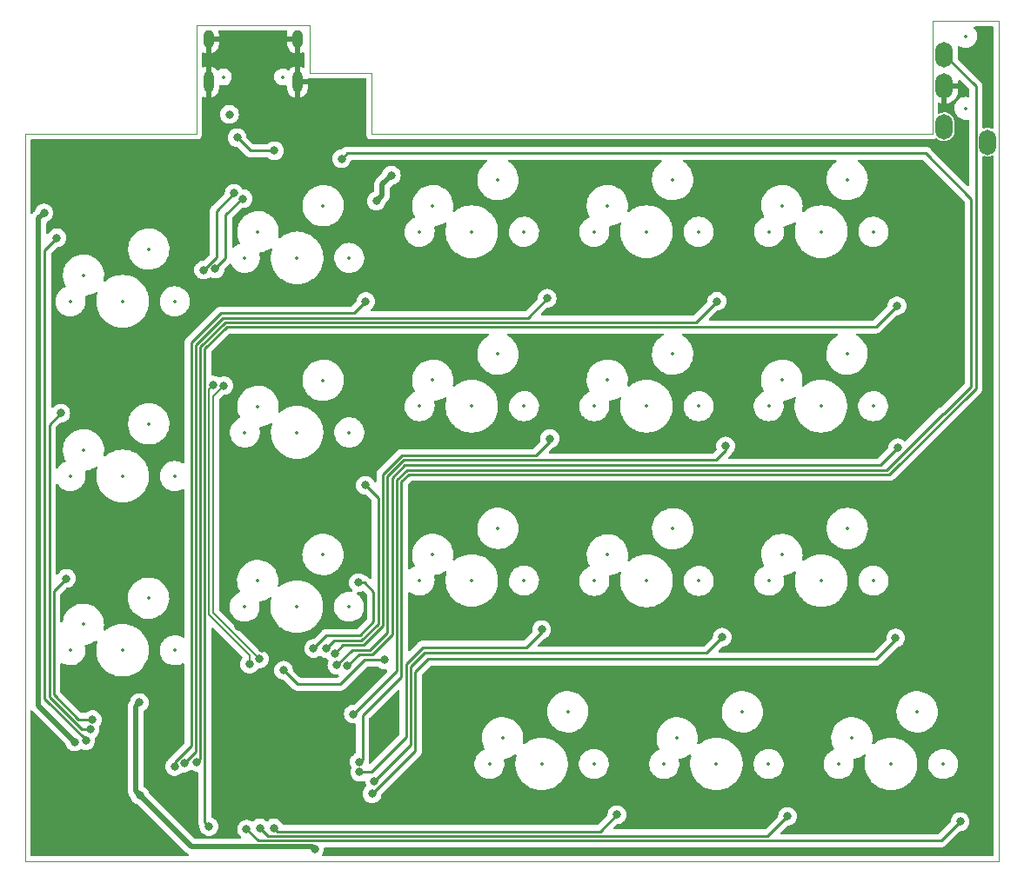
<source format=gtl>
%TF.GenerationSoftware,KiCad,Pcbnew,(6.0.9)*%
%TF.CreationDate,2023-01-09T12:53:46+09:00*%
%TF.ProjectId,split-mini__left,73706c69-742d-46d6-996e-695f5f6c6566,rev?*%
%TF.SameCoordinates,Original*%
%TF.FileFunction,Copper,L1,Top*%
%TF.FilePolarity,Positive*%
%FSLAX46Y46*%
G04 Gerber Fmt 4.6, Leading zero omitted, Abs format (unit mm)*
G04 Created by KiCad (PCBNEW (6.0.9)) date 2023-01-09 12:53:46*
%MOMM*%
%LPD*%
G01*
G04 APERTURE LIST*
%TA.AperFunction,Profile*%
%ADD10C,0.100000*%
%TD*%
%TA.AperFunction,ComponentPad*%
%ADD11O,1.000000X1.800000*%
%TD*%
%TA.AperFunction,ComponentPad*%
%ADD12O,1.000000X2.100000*%
%TD*%
%TA.AperFunction,ComponentPad*%
%ADD13O,1.700000X2.500000*%
%TD*%
%TA.AperFunction,ViaPad*%
%ADD14C,0.800000*%
%TD*%
%TA.AperFunction,Conductor*%
%ADD15C,0.250000*%
%TD*%
%TA.AperFunction,Conductor*%
%ADD16C,0.500000*%
%TD*%
%TA.AperFunction,Conductor*%
%ADD17C,0.200000*%
%TD*%
%ADD18C,0.350000*%
%ADD19O,0.600000X1.400000*%
%ADD20O,0.600000X1.700000*%
%ADD21O,1.000000X1.500000*%
G04 APERTURE END LIST*
D10*
X45300000Y-24800000D02*
X51300000Y-24800000D01*
X112386197Y-19800000D02*
X112386197Y-101650000D01*
X34300000Y-20168424D02*
X45300000Y-20168424D01*
X17586197Y-30800000D02*
X34300000Y-30800000D01*
X105886197Y-19800000D02*
X112386197Y-19800000D01*
X105886197Y-30800000D02*
X105886197Y-19800000D01*
X34300000Y-30800000D02*
X34300000Y-20168424D01*
X17586197Y-101650000D02*
X17586197Y-30800000D01*
X51300000Y-24800000D02*
X51300000Y-30800000D01*
X51300000Y-30800000D02*
X105886197Y-30800000D01*
X45300000Y-20168424D02*
X45300000Y-24800000D01*
X112386197Y-101650000D02*
X17586197Y-101650000D01*
D11*
%TO.P,J1,S1,SHIELD*%
%TO.N,GND*%
X44095000Y-21545000D03*
D12*
X35455000Y-25725000D03*
X44095000Y-25725000D03*
D11*
X35455000Y-21545000D03*
%TD*%
D13*
%TO.P,J2,A*%
%TO.N,unconnected-(J2-PadA)*%
X111250000Y-31575000D03*
%TO.P,J2,B*%
%TO.N,SCL*%
X107050000Y-23075000D03*
%TO.P,J2,C*%
%TO.N,GND*%
X107050000Y-26075000D03*
%TO.P,J2,D*%
%TO.N,VCC*%
X107050000Y-30075000D03*
%TD*%
D14*
%TO.N,Net-(C1-Pad1)*%
X52625000Y-82025000D03*
X42750000Y-83025000D03*
%TO.N,GND*%
X51975000Y-88400000D03*
X53087299Y-89512299D03*
X40650000Y-80850000D03*
X110000000Y-24150000D03*
X38325000Y-78750000D03*
%TO.N,VCC*%
X28725000Y-86175000D03*
X28785000Y-95215000D03*
X53250000Y-34800000D03*
X45775000Y-100450000D03*
X51791502Y-37300000D03*
X19450000Y-38475000D03*
X22425000Y-90000000D03*
%TO.N,Net-(F1-Pad1)*%
X37500000Y-28875000D03*
%TO.N,Net-(J1-PadA5)*%
X41875000Y-32400000D03*
X38250000Y-31125000D03*
%TO.N,Net-(J1-PadA6)*%
X38825000Y-37075000D03*
X36099799Y-43924799D03*
%TO.N,Net-(J1-PadA7)*%
X34975000Y-44025000D03*
X37950000Y-36550000D03*
%TO.N,SCL*%
X50125000Y-91950000D03*
%TO.N,D-*%
X39450000Y-82425000D03*
X35908820Y-55248063D03*
%TO.N,D+*%
X40400000Y-81925000D03*
X36950000Y-55300000D03*
%TO.N,RESET*%
X49550000Y-87300000D03*
X48400000Y-33200000D03*
%TO.N,/col0*%
X20700000Y-40900000D03*
X23507920Y-89881544D03*
%TO.N,/col1*%
X32145549Y-92397131D03*
X50750000Y-47100000D03*
%TO.N,/col2*%
X33087299Y-92062299D03*
X68412500Y-46787500D03*
%TO.N,/col3*%
X34325000Y-91975000D03*
X84925000Y-47075000D03*
%TO.N,/col4*%
X35500000Y-98250000D03*
X102450000Y-47525000D03*
%TO.N,/col5*%
X21075000Y-57975000D03*
X23934953Y-88800500D03*
%TO.N,/col6*%
X50725000Y-65000000D03*
X46874549Y-80899500D03*
%TO.N,/col7*%
X47751913Y-81378288D03*
X68675000Y-60450000D03*
%TO.N,/col8*%
X47950000Y-82525000D03*
X85775000Y-61175000D03*
X85775000Y-61175000D03*
%TO.N,/col9*%
X102525000Y-61350000D03*
X48950000Y-82625000D03*
%TO.N,/col10*%
X24156888Y-87825949D03*
X21625000Y-74075000D03*
%TO.N,/col11*%
X50050000Y-74475000D03*
X45675000Y-80899500D03*
%TO.N,/col12*%
X67875000Y-79050000D03*
X50165409Y-92948686D03*
%TO.N,/col13*%
X85450000Y-79800000D03*
X51600000Y-93850000D03*
%TO.N,/col14*%
X51375000Y-95050000D03*
X102325000Y-79875000D03*
%TO.N,/col15*%
X41812500Y-98387500D03*
X75200000Y-97100000D03*
%TO.N,/col16*%
X91800000Y-97250000D03*
X40440000Y-98390000D03*
%TO.N,/col17*%
X108600000Y-97775000D03*
X39150000Y-98500000D03*
%TD*%
D15*
%TO.N,Net-(C1-Pad1)*%
X44100000Y-84375000D02*
X48275000Y-84375000D01*
X48275000Y-84375000D02*
X50625000Y-82025000D01*
X42750000Y-83025000D02*
X44100000Y-84375000D01*
X50625000Y-82025000D02*
X52625000Y-82025000D01*
D16*
%TO.N,GND*%
X38550000Y-78750000D02*
X40650000Y-80850000D01*
X38325000Y-78750000D02*
X38550000Y-78750000D01*
X53087299Y-89512299D02*
X51975000Y-88400000D01*
%TO.N,VCC*%
X45525000Y-100200000D02*
X33770000Y-100200000D01*
X33770000Y-100200000D02*
X28785000Y-95215000D01*
X28375000Y-86525000D02*
X28375000Y-94805000D01*
X28375000Y-94805000D02*
X28785000Y-95215000D01*
X52350000Y-35700000D02*
X53250000Y-34800000D01*
X18925000Y-39000000D02*
X18925000Y-86500000D01*
X52350000Y-36741502D02*
X52350000Y-35700000D01*
X45775000Y-100450000D02*
X45525000Y-100200000D01*
X18925000Y-86500000D02*
X22425000Y-90000000D01*
X28725000Y-86175000D02*
X28375000Y-86525000D01*
X51791502Y-37300000D02*
X52350000Y-36741502D01*
X19450000Y-38475000D02*
X18925000Y-39000000D01*
D15*
%TO.N,Net-(J1-PadA5)*%
X39525000Y-32400000D02*
X38250000Y-31125000D01*
X41875000Y-32400000D02*
X39525000Y-32400000D01*
%TO.N,Net-(J1-PadA6)*%
X37125000Y-42899598D02*
X37125000Y-38675000D01*
X37125000Y-38675000D02*
X38675000Y-37125000D01*
X36099799Y-43924799D02*
X37125000Y-42899598D01*
%TO.N,Net-(J1-PadA7)*%
X36225000Y-42775000D02*
X36225000Y-38275000D01*
X36225000Y-38275000D02*
X37950000Y-36550000D01*
X34975000Y-44025000D02*
X36225000Y-42775000D01*
%TO.N,SCL*%
X110125001Y-55549999D02*
X101725000Y-63950000D01*
X107050000Y-23075000D02*
X110125001Y-26150001D01*
X54225000Y-83650305D02*
X50450000Y-87425305D01*
X54225000Y-64661396D02*
X54225000Y-83650305D01*
X101725000Y-63950000D02*
X54936396Y-63950000D01*
X50200000Y-91950000D02*
X50125000Y-91950000D01*
X50450000Y-91700000D02*
X50200000Y-91950000D01*
X110125001Y-26150001D02*
X110125001Y-55549999D01*
X54936396Y-63950000D02*
X54225000Y-64661396D01*
X50450000Y-87425305D02*
X50450000Y-91700000D01*
D17*
%TO.N,D-*%
X35525000Y-77615686D02*
X39450000Y-81540686D01*
X35525000Y-55631883D02*
X35525000Y-77615686D01*
X39450000Y-81540686D02*
X39450000Y-82425000D01*
X35908820Y-55248063D02*
X35525000Y-55631883D01*
X39450000Y-82425000D02*
X39450000Y-82675000D01*
%TO.N,D+*%
X36950000Y-55300000D02*
X35925000Y-56325000D01*
X35925000Y-77450000D02*
X40400000Y-81925000D01*
X35925000Y-56325000D02*
X35925000Y-77450000D01*
D15*
%TO.N,RESET*%
X48950000Y-32650000D02*
X105225000Y-32650000D01*
X106900000Y-58000305D02*
X101400305Y-63500000D01*
X48400000Y-33200000D02*
X48950000Y-32650000D01*
X54750000Y-63500000D02*
X53775000Y-64475000D01*
X107038299Y-58000305D02*
X106900000Y-58000305D01*
X109675001Y-55363603D02*
X107038299Y-58000305D01*
X53775000Y-83075000D02*
X49550000Y-87300000D01*
X109675001Y-37100001D02*
X109675001Y-55363603D01*
X53775000Y-64475000D02*
X53775000Y-83075000D01*
X101400305Y-63500000D02*
X54750000Y-63500000D01*
X105225000Y-32650000D02*
X109675001Y-37100001D01*
%TO.N,/col0*%
X23507920Y-89782920D02*
X23507920Y-89881544D01*
X23507920Y-89881544D02*
X23700000Y-89689464D01*
X19500000Y-42100000D02*
X19500000Y-85775000D01*
X19500000Y-85775000D02*
X23507920Y-89782920D01*
X20700000Y-40900000D02*
X19500000Y-42100000D01*
%TO.N,/col1*%
X33750000Y-51125000D02*
X36650000Y-48225000D01*
X36650000Y-48225000D02*
X49625000Y-48225000D01*
X33750000Y-90375000D02*
X33750000Y-51125000D01*
X49625000Y-48225000D02*
X50750000Y-47100000D01*
X32145549Y-92397131D02*
X32145549Y-91979451D01*
X32145549Y-91979451D02*
X33750000Y-90375000D01*
%TO.N,/col2*%
X68412500Y-46787500D02*
X68475000Y-46725000D01*
X34200000Y-51325000D02*
X36850000Y-48675000D01*
X66525000Y-48675000D02*
X68412500Y-46787500D01*
X36850000Y-48675000D02*
X66525000Y-48675000D01*
X33087299Y-92062299D02*
X34200000Y-90949598D01*
X34200000Y-90949598D02*
X34200000Y-51325000D01*
%TO.N,/col3*%
X82875000Y-49125000D02*
X84925000Y-47075000D01*
X34325000Y-91975000D02*
X34650000Y-91650000D01*
X34650000Y-91650000D02*
X34650000Y-51530001D01*
X34650000Y-51530001D02*
X37055001Y-49125000D01*
X37055001Y-49125000D02*
X82875000Y-49125000D01*
%TO.N,/col4*%
X35100000Y-51716397D02*
X37241397Y-49575000D01*
X35500000Y-98250000D02*
X35100000Y-97850000D01*
X37241397Y-49575000D02*
X100400000Y-49575000D01*
X100400000Y-49575000D02*
X102450000Y-47525000D01*
X35100000Y-97850000D02*
X35100000Y-51716397D01*
%TO.N,/col5*%
X19950000Y-85588604D02*
X19950000Y-59100000D01*
X19950000Y-59100000D02*
X21075000Y-57975000D01*
X23161896Y-88800500D02*
X19950000Y-85588604D01*
X23934953Y-88800500D02*
X23161896Y-88800500D01*
%TO.N,/col6*%
X50336396Y-80125000D02*
X47649049Y-80125000D01*
X50725000Y-65000000D02*
X51975000Y-66250000D01*
X51975000Y-66250000D02*
X51975000Y-78486396D01*
X47649049Y-80125000D02*
X46874549Y-80899500D01*
X51975000Y-78486396D02*
X50336396Y-80125000D01*
%TO.N,/col7*%
X68675000Y-60450000D02*
X68700000Y-60450000D01*
X54240812Y-62100000D02*
X67300000Y-62100000D01*
X68700000Y-60700000D02*
X68675000Y-60450000D01*
X47751913Y-81378288D02*
X48555201Y-80575000D01*
X67300000Y-62100000D02*
X68700000Y-60700000D01*
X48555201Y-80575000D02*
X50550000Y-80575000D01*
X52425000Y-78700000D02*
X52425000Y-63915812D01*
X52425000Y-63915812D02*
X54240812Y-62100000D01*
X50550000Y-80575000D02*
X52425000Y-78700000D01*
%TO.N,/col8*%
X52875000Y-79325000D02*
X52875000Y-64102208D01*
X51175000Y-81025000D02*
X52875000Y-79325000D01*
X84850000Y-62550000D02*
X85800000Y-61600000D01*
X47950000Y-82525000D02*
X49450000Y-81025000D01*
X54427208Y-62550000D02*
X84850000Y-62550000D01*
X52875000Y-64102208D02*
X54427208Y-62550000D01*
X85800000Y-61600000D02*
X85775000Y-61175000D01*
X49450000Y-81025000D02*
X51175000Y-81025000D01*
X85775000Y-61175000D02*
X85800000Y-61175000D01*
%TO.N,/col9*%
X51361396Y-81475000D02*
X53325000Y-79511396D01*
X100825000Y-63050000D02*
X102525000Y-61350000D01*
X54563604Y-63050000D02*
X100825000Y-63050000D01*
X50100000Y-81475000D02*
X51361396Y-81475000D01*
X48950000Y-82625000D02*
X50100000Y-81475000D01*
X53325000Y-64288604D02*
X54563604Y-63050000D01*
X53325000Y-79511396D02*
X53325000Y-64288604D01*
%TO.N,/col10*%
X20400000Y-75300000D02*
X21625000Y-74075000D01*
X22823741Y-87825949D02*
X20400000Y-85402208D01*
X20400000Y-85402208D02*
X20400000Y-75300000D01*
X24156888Y-87825949D02*
X22823741Y-87825949D01*
%TO.N,/col11*%
X46949500Y-79625000D02*
X50200000Y-79625000D01*
X51525000Y-75400000D02*
X50600000Y-74475000D01*
X50200000Y-79625000D02*
X51525000Y-78300000D01*
X50600000Y-74475000D02*
X50050000Y-74475000D01*
X45675000Y-80899500D02*
X46949500Y-79625000D01*
X51525000Y-78300000D02*
X51525000Y-75400000D01*
%TO.N,/col12*%
X54675000Y-82400000D02*
X56275000Y-80800000D01*
X54675000Y-89550305D02*
X54675000Y-82400000D01*
X66350000Y-80800000D02*
X67875000Y-79275000D01*
X51276619Y-92948686D02*
X54675000Y-89550305D01*
X67875000Y-79275000D02*
X67875000Y-79050000D01*
X56275000Y-80800000D02*
X66350000Y-80800000D01*
X50165409Y-92948686D02*
X51276619Y-92948686D01*
%TO.N,/col13*%
X51600000Y-93850000D02*
X55125000Y-90325000D01*
X85450000Y-79825000D02*
X85450000Y-79800000D01*
X55125000Y-90325000D02*
X55125000Y-82700000D01*
X83925000Y-81350000D02*
X85450000Y-79825000D01*
X55125000Y-82700000D02*
X56475000Y-81350000D01*
X56475000Y-81350000D02*
X83925000Y-81350000D01*
%TO.N,/col14*%
X51375000Y-95050000D02*
X51425305Y-95050000D01*
X51425305Y-95050000D02*
X55575000Y-90900305D01*
X55575000Y-83200000D02*
X56850000Y-81925000D01*
X56850000Y-81925000D02*
X100450000Y-81925000D01*
X102325000Y-80050000D02*
X102325000Y-79875000D01*
X100450000Y-81925000D02*
X102325000Y-80050000D01*
X55575000Y-90900305D02*
X55575000Y-83200000D01*
%TO.N,/col15*%
X73575000Y-98725000D02*
X75200000Y-97100000D01*
X41812500Y-98387500D02*
X42150000Y-98725000D01*
X42150000Y-98725000D02*
X73575000Y-98725000D01*
%TO.N,/col16*%
X40440000Y-98390000D02*
X41225000Y-99175000D01*
X89875000Y-99175000D02*
X91800000Y-97250000D01*
X41225000Y-99175000D02*
X89875000Y-99175000D01*
X91800000Y-97250000D02*
X91825000Y-97250000D01*
%TO.N,/col17*%
X40275000Y-99625000D02*
X106750000Y-99625000D01*
X39150000Y-98500000D02*
X40275000Y-99625000D01*
X106750000Y-99625000D02*
X108600000Y-97775000D01*
%TD*%
%TA.AperFunction,Conductor*%
%TO.N,GND*%
G36*
X43081901Y-20696926D02*
G01*
X43128394Y-20750582D01*
X43138498Y-20820856D01*
X43133882Y-20841023D01*
X43106119Y-20928541D01*
X43103570Y-20940532D01*
X43087393Y-21084761D01*
X43087000Y-21091785D01*
X43087000Y-21272885D01*
X43091475Y-21288124D01*
X43092865Y-21289329D01*
X43100548Y-21291000D01*
X44223000Y-21291000D01*
X44291121Y-21311002D01*
X44337614Y-21364658D01*
X44349000Y-21417000D01*
X44349000Y-22902924D01*
X44352973Y-22916455D01*
X44360768Y-22917575D01*
X44468521Y-22885862D01*
X44479889Y-22881269D01*
X44607125Y-22814752D01*
X44676761Y-22800918D01*
X44742821Y-22826928D01*
X44784333Y-22884524D01*
X44791500Y-22926414D01*
X44791500Y-24194268D01*
X44771498Y-24262389D01*
X44717842Y-24308882D01*
X44647568Y-24318986D01*
X44605571Y-24305104D01*
X44492924Y-24244196D01*
X44481619Y-24239444D01*
X44366308Y-24203750D01*
X44352205Y-24203544D01*
X44349000Y-24210299D01*
X44349000Y-25452885D01*
X44353475Y-25468124D01*
X44354865Y-25469329D01*
X44362548Y-25471000D01*
X45084885Y-25471000D01*
X45100124Y-25466525D01*
X45101329Y-25465135D01*
X45103000Y-25457452D01*
X45103000Y-25434119D01*
X45123002Y-25365998D01*
X45176658Y-25319505D01*
X45229768Y-25308121D01*
X45240141Y-25308184D01*
X45258506Y-25308296D01*
X45259289Y-25308329D01*
X45260386Y-25308500D01*
X45291377Y-25308500D01*
X45292147Y-25308502D01*
X45365785Y-25308952D01*
X45365786Y-25308952D01*
X45369721Y-25308976D01*
X45371065Y-25308592D01*
X45372410Y-25308500D01*
X50665500Y-25308500D01*
X50733621Y-25328502D01*
X50780114Y-25382158D01*
X50791500Y-25434500D01*
X50791500Y-30791377D01*
X50791498Y-30792147D01*
X50791024Y-30869721D01*
X50793491Y-30878352D01*
X50799150Y-30898153D01*
X50802728Y-30914915D01*
X50806920Y-30944187D01*
X50810634Y-30952355D01*
X50810634Y-30952356D01*
X50817548Y-30967562D01*
X50823996Y-30985086D01*
X50831051Y-31009771D01*
X50835843Y-31017365D01*
X50835844Y-31017368D01*
X50846830Y-31034780D01*
X50854969Y-31049863D01*
X50867208Y-31076782D01*
X50873069Y-31083584D01*
X50883970Y-31096235D01*
X50895073Y-31111239D01*
X50908776Y-31132958D01*
X50915501Y-31138897D01*
X50915504Y-31138901D01*
X50930938Y-31152532D01*
X50942982Y-31164724D01*
X50956427Y-31180327D01*
X50956430Y-31180329D01*
X50962287Y-31187127D01*
X50969816Y-31192007D01*
X50969817Y-31192008D01*
X50983835Y-31201094D01*
X50998709Y-31212385D01*
X51011217Y-31223431D01*
X51017951Y-31229378D01*
X51044711Y-31241942D01*
X51059691Y-31250263D01*
X51076983Y-31261471D01*
X51076988Y-31261473D01*
X51084515Y-31266352D01*
X51093108Y-31268922D01*
X51093113Y-31268924D01*
X51109120Y-31273711D01*
X51126564Y-31280372D01*
X51141676Y-31287467D01*
X51141678Y-31287468D01*
X51149800Y-31291281D01*
X51158667Y-31292662D01*
X51158668Y-31292662D01*
X51161353Y-31293080D01*
X51179017Y-31295830D01*
X51195732Y-31299613D01*
X51215466Y-31305515D01*
X51215472Y-31305516D01*
X51224066Y-31308086D01*
X51233037Y-31308141D01*
X51233038Y-31308141D01*
X51243097Y-31308202D01*
X51258506Y-31308296D01*
X51259289Y-31308329D01*
X51260386Y-31308500D01*
X51291377Y-31308500D01*
X51292147Y-31308502D01*
X51365785Y-31308952D01*
X51365786Y-31308952D01*
X51369721Y-31308976D01*
X51371065Y-31308592D01*
X51372410Y-31308500D01*
X105877574Y-31308500D01*
X105878345Y-31308502D01*
X105955918Y-31308976D01*
X105984349Y-31300850D01*
X106001112Y-31297272D01*
X106001950Y-31297152D01*
X106030384Y-31293080D01*
X106053761Y-31282451D01*
X106071284Y-31276004D01*
X106095968Y-31268949D01*
X106103562Y-31264157D01*
X106103565Y-31264156D01*
X106120977Y-31253170D01*
X106136062Y-31245030D01*
X106162979Y-31232792D01*
X106182432Y-31216030D01*
X106197441Y-31204924D01*
X106211675Y-31195943D01*
X106279957Y-31176509D01*
X106347909Y-31197078D01*
X106356188Y-31203644D01*
X106356477Y-31203271D01*
X106517081Y-31327848D01*
X106699455Y-31417587D01*
X106705633Y-31419196D01*
X106705635Y-31419197D01*
X106889966Y-31467212D01*
X106889969Y-31467212D01*
X106896148Y-31468822D01*
X106977328Y-31473076D01*
X107092744Y-31479125D01*
X107092748Y-31479125D01*
X107099126Y-31479459D01*
X107300097Y-31449065D01*
X107490852Y-31378881D01*
X107511016Y-31366379D01*
X107658176Y-31275137D01*
X107658180Y-31275134D01*
X107663599Y-31271774D01*
X107734295Y-31204920D01*
X107806639Y-31136508D01*
X107806640Y-31136507D01*
X107811280Y-31132119D01*
X107927863Y-30965621D01*
X108008586Y-30779081D01*
X108020079Y-30724066D01*
X108049162Y-30584856D01*
X108049163Y-30584851D01*
X108050151Y-30580120D01*
X108050500Y-30573461D01*
X108050500Y-29624200D01*
X108035120Y-29472784D01*
X107974338Y-29278828D01*
X107875797Y-29101056D01*
X107743523Y-28946729D01*
X107582919Y-28822152D01*
X107400545Y-28732413D01*
X107394367Y-28730804D01*
X107394365Y-28730803D01*
X107210034Y-28682788D01*
X107210031Y-28682788D01*
X107203852Y-28681178D01*
X107122672Y-28676924D01*
X107007256Y-28670875D01*
X107007252Y-28670875D01*
X107000874Y-28670541D01*
X106799903Y-28700935D01*
X106609148Y-28771119D01*
X106587093Y-28784794D01*
X106518659Y-28803691D01*
X106450871Y-28782589D01*
X106405252Y-28728189D01*
X106394697Y-28677707D01*
X106394697Y-27864573D01*
X106414699Y-27796452D01*
X106468355Y-27749959D01*
X106538629Y-27739855D01*
X106558061Y-27744240D01*
X106752240Y-27804534D01*
X106762624Y-27806817D01*
X106778043Y-27808861D01*
X106792207Y-27806665D01*
X106796000Y-27793478D01*
X106796000Y-27791192D01*
X107304000Y-27791192D01*
X107307973Y-27804723D01*
X107318580Y-27806248D01*
X107436421Y-27781523D01*
X107446617Y-27778463D01*
X107651029Y-27697737D01*
X107660561Y-27693006D01*
X107848462Y-27578984D01*
X107857052Y-27572720D01*
X108023052Y-27428673D01*
X108030472Y-27421042D01*
X108169826Y-27251089D01*
X108175850Y-27242322D01*
X108284576Y-27051318D01*
X108289041Y-27041654D01*
X108364031Y-26835059D01*
X108366802Y-26824792D01*
X108406123Y-26607345D01*
X108407056Y-26599116D01*
X108407930Y-26580598D01*
X108408000Y-26577623D01*
X108408000Y-26347115D01*
X108403525Y-26331876D01*
X108402135Y-26330671D01*
X108394452Y-26329000D01*
X107322115Y-26329000D01*
X107306876Y-26333475D01*
X107305671Y-26334865D01*
X107304000Y-26342548D01*
X107304000Y-27791192D01*
X106796000Y-27791192D01*
X106796000Y-25947000D01*
X106816002Y-25878879D01*
X106869658Y-25832386D01*
X106922000Y-25821000D01*
X108389885Y-25821000D01*
X108405124Y-25816525D01*
X108406329Y-25815135D01*
X108408000Y-25807452D01*
X108408000Y-25633095D01*
X108428002Y-25564974D01*
X108481658Y-25518481D01*
X108551932Y-25508377D01*
X108616512Y-25537871D01*
X108623095Y-25544000D01*
X109454596Y-26375501D01*
X109488622Y-26437813D01*
X109491501Y-26464596D01*
X109491501Y-27059256D01*
X109471499Y-27127377D01*
X109417843Y-27173870D01*
X109341351Y-27182920D01*
X109258663Y-27166772D01*
X109253101Y-27166500D01*
X109097154Y-27166500D01*
X108939434Y-27181548D01*
X108736466Y-27241092D01*
X108731139Y-27243836D01*
X108731138Y-27243836D01*
X108553751Y-27335196D01*
X108553748Y-27335198D01*
X108548420Y-27337942D01*
X108382080Y-27468604D01*
X108378148Y-27473135D01*
X108378145Y-27473138D01*
X108286297Y-27578984D01*
X108243448Y-27628363D01*
X108240448Y-27633549D01*
X108240445Y-27633553D01*
X108206051Y-27693006D01*
X108137527Y-27811454D01*
X108068139Y-28011271D01*
X108037787Y-28220604D01*
X108047567Y-28431899D01*
X108097125Y-28637534D01*
X108099607Y-28642992D01*
X108099608Y-28642996D01*
X108139532Y-28730803D01*
X108184674Y-28830087D01*
X108307054Y-29002611D01*
X108459850Y-29148881D01*
X108637548Y-29263620D01*
X108643114Y-29265863D01*
X108828168Y-29340442D01*
X108828171Y-29340443D01*
X108833737Y-29342686D01*
X109041337Y-29383228D01*
X109046899Y-29383500D01*
X109202846Y-29383500D01*
X109322323Y-29372101D01*
X109353534Y-29369123D01*
X109423246Y-29382564D01*
X109474625Y-29431562D01*
X109491501Y-29494553D01*
X109491501Y-35716407D01*
X109471499Y-35784528D01*
X109417843Y-35831021D01*
X109347569Y-35841125D01*
X109282989Y-35811631D01*
X109276406Y-35805502D01*
X107596950Y-34126045D01*
X105728652Y-32257747D01*
X105721112Y-32249461D01*
X105717000Y-32242982D01*
X105667348Y-32196356D01*
X105664507Y-32193602D01*
X105644770Y-32173865D01*
X105641573Y-32171385D01*
X105632551Y-32163680D01*
X105619116Y-32151064D01*
X105600321Y-32133414D01*
X105593375Y-32129595D01*
X105593372Y-32129593D01*
X105582566Y-32123652D01*
X105566047Y-32112801D01*
X105565583Y-32112441D01*
X105550041Y-32100386D01*
X105542772Y-32097241D01*
X105542768Y-32097238D01*
X105509463Y-32082826D01*
X105498813Y-32077609D01*
X105460060Y-32056305D01*
X105440437Y-32051267D01*
X105421734Y-32044863D01*
X105410420Y-32039967D01*
X105410419Y-32039967D01*
X105403145Y-32036819D01*
X105395322Y-32035580D01*
X105395312Y-32035577D01*
X105359476Y-32029901D01*
X105347856Y-32027495D01*
X105312711Y-32018472D01*
X105312710Y-32018472D01*
X105305030Y-32016500D01*
X105284776Y-32016500D01*
X105265065Y-32014949D01*
X105262534Y-32014548D01*
X105245057Y-32011780D01*
X105237165Y-32012526D01*
X105201039Y-32015941D01*
X105189181Y-32016500D01*
X49028763Y-32016500D01*
X49017579Y-32015973D01*
X49010091Y-32014299D01*
X49002168Y-32014548D01*
X48942033Y-32016438D01*
X48938075Y-32016500D01*
X48910144Y-32016500D01*
X48906229Y-32016995D01*
X48906225Y-32016995D01*
X48906167Y-32017003D01*
X48906138Y-32017006D01*
X48894296Y-32017939D01*
X48850110Y-32019327D01*
X48832744Y-32024372D01*
X48830658Y-32024978D01*
X48811306Y-32028986D01*
X48799068Y-32030532D01*
X48799066Y-32030533D01*
X48791203Y-32031526D01*
X48750086Y-32047806D01*
X48738885Y-32051641D01*
X48696406Y-32063982D01*
X48689587Y-32068015D01*
X48689582Y-32068017D01*
X48678971Y-32074293D01*
X48661221Y-32082990D01*
X48642383Y-32090448D01*
X48635967Y-32095109D01*
X48635966Y-32095110D01*
X48606625Y-32116428D01*
X48596701Y-32122947D01*
X48565460Y-32141422D01*
X48565455Y-32141426D01*
X48558637Y-32145458D01*
X48544313Y-32159782D01*
X48529281Y-32172621D01*
X48512893Y-32184528D01*
X48496955Y-32203794D01*
X48484712Y-32218593D01*
X48476722Y-32227373D01*
X48449500Y-32254595D01*
X48387188Y-32288621D01*
X48360405Y-32291500D01*
X48304513Y-32291500D01*
X48298061Y-32292872D01*
X48298056Y-32292872D01*
X48211112Y-32311353D01*
X48117712Y-32331206D01*
X48111682Y-32333891D01*
X48111681Y-32333891D01*
X47949278Y-32406197D01*
X47949276Y-32406198D01*
X47943248Y-32408882D01*
X47788747Y-32521134D01*
X47660960Y-32663056D01*
X47657659Y-32668774D01*
X47598192Y-32771774D01*
X47565473Y-32828444D01*
X47506458Y-33010072D01*
X47505768Y-33016633D01*
X47505768Y-33016635D01*
X47498820Y-33082745D01*
X47486496Y-33200000D01*
X47487186Y-33206565D01*
X47505762Y-33383303D01*
X47506458Y-33389928D01*
X47565473Y-33571556D01*
X47660960Y-33736944D01*
X47665378Y-33741851D01*
X47665379Y-33741852D01*
X47783257Y-33872769D01*
X47788747Y-33878866D01*
X47808025Y-33892872D01*
X47924026Y-33977152D01*
X47943248Y-33991118D01*
X47949276Y-33993802D01*
X47949278Y-33993803D01*
X48111681Y-34066109D01*
X48117712Y-34068794D01*
X48211113Y-34088647D01*
X48298056Y-34107128D01*
X48298061Y-34107128D01*
X48304513Y-34108500D01*
X48495487Y-34108500D01*
X48501939Y-34107128D01*
X48501944Y-34107128D01*
X48588887Y-34088647D01*
X48682288Y-34068794D01*
X48688319Y-34066109D01*
X48850722Y-33993803D01*
X48850724Y-33993802D01*
X48856752Y-33991118D01*
X48875975Y-33977152D01*
X48991975Y-33892872D01*
X49011253Y-33878866D01*
X49016743Y-33872769D01*
X49134621Y-33741852D01*
X49134622Y-33741851D01*
X49139040Y-33736944D01*
X49234527Y-33571556D01*
X49293542Y-33389928D01*
X49294233Y-33383356D01*
X49294244Y-33383303D01*
X49327973Y-33320829D01*
X49390122Y-33286508D01*
X49417491Y-33283500D01*
X62475757Y-33283500D01*
X62543878Y-33303502D01*
X62590371Y-33357158D01*
X62600475Y-33427432D01*
X62570981Y-33492012D01*
X62547650Y-33511974D01*
X62548058Y-33512536D01*
X62439895Y-33591121D01*
X62320808Y-33677642D01*
X62317644Y-33680698D01*
X62317641Y-33680700D01*
X62228865Y-33766431D01*
X62118748Y-33872769D01*
X61945812Y-34094118D01*
X61943616Y-34097922D01*
X61943611Y-34097929D01*
X61844974Y-34268774D01*
X61805364Y-34337381D01*
X61700138Y-34597824D01*
X61699073Y-34602097D01*
X61699072Y-34602099D01*
X61649730Y-34800000D01*
X61632183Y-34870376D01*
X61631724Y-34874744D01*
X61631723Y-34874749D01*
X61603688Y-35141492D01*
X61602822Y-35149733D01*
X61602975Y-35154121D01*
X61602975Y-35154127D01*
X61609531Y-35341852D01*
X61612625Y-35430458D01*
X61613387Y-35434781D01*
X61613388Y-35434788D01*
X61637164Y-35569624D01*
X61661402Y-35707087D01*
X61748203Y-35974235D01*
X61750131Y-35978188D01*
X61750133Y-35978193D01*
X61767137Y-36013056D01*
X61871340Y-36226702D01*
X61873795Y-36230341D01*
X61873798Y-36230347D01*
X61908097Y-36281197D01*
X62028415Y-36459576D01*
X62216371Y-36668322D01*
X62431550Y-36848879D01*
X62669764Y-36997731D01*
X62803484Y-37057267D01*
X62907985Y-37103794D01*
X62926375Y-37111982D01*
X63196390Y-37189407D01*
X63200740Y-37190018D01*
X63200743Y-37190019D01*
X63303690Y-37204487D01*
X63474552Y-37228500D01*
X63685146Y-37228500D01*
X63687332Y-37228347D01*
X63687336Y-37228347D01*
X63890827Y-37214118D01*
X63890832Y-37214117D01*
X63895212Y-37213811D01*
X64169970Y-37155409D01*
X64174099Y-37153906D01*
X64174103Y-37153905D01*
X64429781Y-37060846D01*
X64429785Y-37060844D01*
X64433926Y-37059337D01*
X64681942Y-36927464D01*
X64707423Y-36908951D01*
X64905629Y-36764947D01*
X64905632Y-36764944D01*
X64909192Y-36762358D01*
X64914482Y-36757250D01*
X65041988Y-36634118D01*
X65111252Y-36567231D01*
X65273102Y-36360072D01*
X65281481Y-36349347D01*
X65281482Y-36349346D01*
X65284188Y-36345882D01*
X65286384Y-36342078D01*
X65286389Y-36342071D01*
X65422435Y-36106431D01*
X65424636Y-36102619D01*
X65529862Y-35842176D01*
X65532643Y-35831021D01*
X65596753Y-35573893D01*
X65596754Y-35573888D01*
X65597817Y-35569624D01*
X65601488Y-35534701D01*
X65626719Y-35294636D01*
X65626719Y-35294633D01*
X65627178Y-35290267D01*
X65626495Y-35270703D01*
X65617529Y-35013939D01*
X65617528Y-35013933D01*
X65617375Y-35009542D01*
X65612760Y-34983365D01*
X65569360Y-34737236D01*
X65568598Y-34732913D01*
X65481797Y-34465765D01*
X65463595Y-34428444D01*
X65417320Y-34333569D01*
X65358660Y-34213298D01*
X65356205Y-34209659D01*
X65356202Y-34209653D01*
X65275935Y-34090653D01*
X65201585Y-33980424D01*
X65159687Y-33933891D01*
X65016566Y-33774940D01*
X65013629Y-33771678D01*
X64798450Y-33591121D01*
X64678797Y-33516354D01*
X64631627Y-33463293D01*
X64620632Y-33393153D01*
X64649303Y-33328203D01*
X64708537Y-33289064D01*
X64745567Y-33283500D01*
X79475757Y-33283500D01*
X79543878Y-33303502D01*
X79590371Y-33357158D01*
X79600475Y-33427432D01*
X79570981Y-33492012D01*
X79547650Y-33511974D01*
X79548058Y-33512536D01*
X79439895Y-33591121D01*
X79320808Y-33677642D01*
X79317644Y-33680698D01*
X79317641Y-33680700D01*
X79228865Y-33766431D01*
X79118748Y-33872769D01*
X78945812Y-34094118D01*
X78943616Y-34097922D01*
X78943611Y-34097929D01*
X78844974Y-34268774D01*
X78805364Y-34337381D01*
X78700138Y-34597824D01*
X78699073Y-34602097D01*
X78699072Y-34602099D01*
X78649730Y-34800000D01*
X78632183Y-34870376D01*
X78631724Y-34874744D01*
X78631723Y-34874749D01*
X78603688Y-35141492D01*
X78602822Y-35149733D01*
X78602975Y-35154121D01*
X78602975Y-35154127D01*
X78609531Y-35341852D01*
X78612625Y-35430458D01*
X78613387Y-35434781D01*
X78613388Y-35434788D01*
X78637164Y-35569624D01*
X78661402Y-35707087D01*
X78748203Y-35974235D01*
X78750131Y-35978188D01*
X78750133Y-35978193D01*
X78767137Y-36013056D01*
X78871340Y-36226702D01*
X78873795Y-36230341D01*
X78873798Y-36230347D01*
X78908097Y-36281197D01*
X79028415Y-36459576D01*
X79216371Y-36668322D01*
X79431550Y-36848879D01*
X79669764Y-36997731D01*
X79803484Y-37057267D01*
X79907985Y-37103794D01*
X79926375Y-37111982D01*
X80196390Y-37189407D01*
X80200740Y-37190018D01*
X80200743Y-37190019D01*
X80303690Y-37204487D01*
X80474552Y-37228500D01*
X80685146Y-37228500D01*
X80687332Y-37228347D01*
X80687336Y-37228347D01*
X80890827Y-37214118D01*
X80890832Y-37214117D01*
X80895212Y-37213811D01*
X81169970Y-37155409D01*
X81174099Y-37153906D01*
X81174103Y-37153905D01*
X81429781Y-37060846D01*
X81429785Y-37060844D01*
X81433926Y-37059337D01*
X81681942Y-36927464D01*
X81707423Y-36908951D01*
X81905629Y-36764947D01*
X81905632Y-36764944D01*
X81909192Y-36762358D01*
X81914482Y-36757250D01*
X82041988Y-36634118D01*
X82111252Y-36567231D01*
X82273102Y-36360072D01*
X82281481Y-36349347D01*
X82281482Y-36349346D01*
X82284188Y-36345882D01*
X82286384Y-36342078D01*
X82286389Y-36342071D01*
X82422435Y-36106431D01*
X82424636Y-36102619D01*
X82529862Y-35842176D01*
X82532643Y-35831021D01*
X82596753Y-35573893D01*
X82596754Y-35573888D01*
X82597817Y-35569624D01*
X82601488Y-35534701D01*
X82626719Y-35294636D01*
X82626719Y-35294633D01*
X82627178Y-35290267D01*
X82626495Y-35270703D01*
X82617529Y-35013939D01*
X82617528Y-35013933D01*
X82617375Y-35009542D01*
X82612760Y-34983365D01*
X82569360Y-34737236D01*
X82568598Y-34732913D01*
X82481797Y-34465765D01*
X82463595Y-34428444D01*
X82417320Y-34333569D01*
X82358660Y-34213298D01*
X82356205Y-34209659D01*
X82356202Y-34209653D01*
X82275935Y-34090653D01*
X82201585Y-33980424D01*
X82159687Y-33933891D01*
X82016566Y-33774940D01*
X82013629Y-33771678D01*
X81798450Y-33591121D01*
X81678797Y-33516354D01*
X81631627Y-33463293D01*
X81620632Y-33393153D01*
X81649303Y-33328203D01*
X81708537Y-33289064D01*
X81745567Y-33283500D01*
X96475757Y-33283500D01*
X96543878Y-33303502D01*
X96590371Y-33357158D01*
X96600475Y-33427432D01*
X96570981Y-33492012D01*
X96547650Y-33511974D01*
X96548058Y-33512536D01*
X96439895Y-33591121D01*
X96320808Y-33677642D01*
X96317644Y-33680698D01*
X96317641Y-33680700D01*
X96228865Y-33766431D01*
X96118748Y-33872769D01*
X95945812Y-34094118D01*
X95943616Y-34097922D01*
X95943611Y-34097929D01*
X95844974Y-34268774D01*
X95805364Y-34337381D01*
X95700138Y-34597824D01*
X95699073Y-34602097D01*
X95699072Y-34602099D01*
X95649730Y-34800000D01*
X95632183Y-34870376D01*
X95631724Y-34874744D01*
X95631723Y-34874749D01*
X95603688Y-35141492D01*
X95602822Y-35149733D01*
X95602975Y-35154121D01*
X95602975Y-35154127D01*
X95609531Y-35341852D01*
X95612625Y-35430458D01*
X95613387Y-35434781D01*
X95613388Y-35434788D01*
X95637164Y-35569624D01*
X95661402Y-35707087D01*
X95748203Y-35974235D01*
X95750131Y-35978188D01*
X95750133Y-35978193D01*
X95767137Y-36013056D01*
X95871340Y-36226702D01*
X95873795Y-36230341D01*
X95873798Y-36230347D01*
X95908097Y-36281197D01*
X96028415Y-36459576D01*
X96216371Y-36668322D01*
X96431550Y-36848879D01*
X96669764Y-36997731D01*
X96803484Y-37057267D01*
X96907985Y-37103794D01*
X96926375Y-37111982D01*
X97196390Y-37189407D01*
X97200740Y-37190018D01*
X97200743Y-37190019D01*
X97303690Y-37204487D01*
X97474552Y-37228500D01*
X97685146Y-37228500D01*
X97687332Y-37228347D01*
X97687336Y-37228347D01*
X97890827Y-37214118D01*
X97890832Y-37214117D01*
X97895212Y-37213811D01*
X98169970Y-37155409D01*
X98174099Y-37153906D01*
X98174103Y-37153905D01*
X98429781Y-37060846D01*
X98429785Y-37060844D01*
X98433926Y-37059337D01*
X98681942Y-36927464D01*
X98707423Y-36908951D01*
X98905629Y-36764947D01*
X98905632Y-36764944D01*
X98909192Y-36762358D01*
X98914482Y-36757250D01*
X99041988Y-36634118D01*
X99111252Y-36567231D01*
X99273102Y-36360072D01*
X99281481Y-36349347D01*
X99281482Y-36349346D01*
X99284188Y-36345882D01*
X99286384Y-36342078D01*
X99286389Y-36342071D01*
X99422435Y-36106431D01*
X99424636Y-36102619D01*
X99529862Y-35842176D01*
X99532643Y-35831021D01*
X99596753Y-35573893D01*
X99596754Y-35573888D01*
X99597817Y-35569624D01*
X99601488Y-35534701D01*
X99626719Y-35294636D01*
X99626719Y-35294633D01*
X99627178Y-35290267D01*
X99626495Y-35270703D01*
X99617529Y-35013939D01*
X99617528Y-35013933D01*
X99617375Y-35009542D01*
X99612760Y-34983365D01*
X99569360Y-34737236D01*
X99568598Y-34732913D01*
X99481797Y-34465765D01*
X99463595Y-34428444D01*
X99417320Y-34333569D01*
X99358660Y-34213298D01*
X99356205Y-34209659D01*
X99356202Y-34209653D01*
X99275935Y-34090653D01*
X99201585Y-33980424D01*
X99159687Y-33933891D01*
X99016566Y-33774940D01*
X99013629Y-33771678D01*
X98798450Y-33591121D01*
X98678797Y-33516354D01*
X98631627Y-33463293D01*
X98620632Y-33393153D01*
X98649303Y-33328203D01*
X98708537Y-33289064D01*
X98745567Y-33283500D01*
X104910406Y-33283500D01*
X104978527Y-33303502D01*
X104999501Y-33320405D01*
X109004596Y-37325501D01*
X109038622Y-37387813D01*
X109041501Y-37414596D01*
X109041501Y-55049009D01*
X109021499Y-55117130D01*
X109004596Y-55138104D01*
X106790656Y-57352043D01*
X106740692Y-57380544D01*
X106741202Y-57381831D01*
X106700097Y-57398105D01*
X106688869Y-57401950D01*
X106646407Y-57414287D01*
X106639585Y-57418321D01*
X106639579Y-57418324D01*
X106628968Y-57424599D01*
X106611218Y-57433295D01*
X106599756Y-57437833D01*
X106599751Y-57437836D01*
X106592383Y-57440753D01*
X106585968Y-57445414D01*
X106556625Y-57466732D01*
X106546707Y-57473248D01*
X106534107Y-57480700D01*
X106508637Y-57495763D01*
X106494313Y-57510087D01*
X106479281Y-57522926D01*
X106462893Y-57534833D01*
X106434747Y-57568856D01*
X106434712Y-57568898D01*
X106426722Y-57577678D01*
X103323484Y-60680916D01*
X103261172Y-60714942D01*
X103190357Y-60709877D01*
X103146159Y-60679812D01*
X103145577Y-60680459D01*
X103140842Y-60676196D01*
X103140760Y-60676140D01*
X103136253Y-60671134D01*
X102981752Y-60558882D01*
X102975724Y-60556198D01*
X102975722Y-60556197D01*
X102813319Y-60483891D01*
X102813318Y-60483891D01*
X102807288Y-60481206D01*
X102691362Y-60456565D01*
X102626944Y-60442872D01*
X102626939Y-60442872D01*
X102620487Y-60441500D01*
X102429513Y-60441500D01*
X102423061Y-60442872D01*
X102423056Y-60442872D01*
X102358638Y-60456565D01*
X102242712Y-60481206D01*
X102236682Y-60483891D01*
X102236681Y-60483891D01*
X102074278Y-60556197D01*
X102074276Y-60556198D01*
X102068248Y-60558882D01*
X101913747Y-60671134D01*
X101909328Y-60676042D01*
X101909325Y-60676045D01*
X101794615Y-60803444D01*
X101785960Y-60813056D01*
X101690473Y-60978444D01*
X101631458Y-61160072D01*
X101630768Y-61166633D01*
X101630768Y-61166635D01*
X101614093Y-61325293D01*
X101587080Y-61390950D01*
X101577878Y-61401218D01*
X100599500Y-62379595D01*
X100537188Y-62413621D01*
X100510405Y-62416500D01*
X86183595Y-62416500D01*
X86115474Y-62396498D01*
X86068981Y-62342842D01*
X86058877Y-62272568D01*
X86088371Y-62207988D01*
X86094500Y-62201405D01*
X86204582Y-62091323D01*
X86220032Y-62078181D01*
X86235207Y-62067250D01*
X86264526Y-62032102D01*
X86272187Y-62023718D01*
X86276135Y-62019770D01*
X86292304Y-61998925D01*
X86295107Y-61995441D01*
X86332658Y-61950424D01*
X86337734Y-61944339D01*
X86341138Y-61937182D01*
X86342527Y-61935013D01*
X86343035Y-61934293D01*
X86343442Y-61933529D01*
X86344762Y-61931297D01*
X86349614Y-61925041D01*
X86366818Y-61885285D01*
X86388819Y-61851016D01*
X86509621Y-61716852D01*
X86509622Y-61716851D01*
X86514040Y-61711944D01*
X86609527Y-61546556D01*
X86668542Y-61364928D01*
X86681273Y-61243804D01*
X86687814Y-61181565D01*
X86688504Y-61175000D01*
X86677335Y-61068735D01*
X86669232Y-60991635D01*
X86669232Y-60991633D01*
X86668542Y-60985072D01*
X86609527Y-60803444D01*
X86582097Y-60755933D01*
X86555506Y-60709877D01*
X86514040Y-60638056D01*
X86448213Y-60564947D01*
X86390675Y-60501045D01*
X86390674Y-60501044D01*
X86386253Y-60496134D01*
X86231752Y-60383882D01*
X86225724Y-60381198D01*
X86225722Y-60381197D01*
X86063319Y-60308891D01*
X86063318Y-60308891D01*
X86057288Y-60306206D01*
X85963887Y-60286353D01*
X85876944Y-60267872D01*
X85876939Y-60267872D01*
X85870487Y-60266500D01*
X85679513Y-60266500D01*
X85673061Y-60267872D01*
X85673056Y-60267872D01*
X85586113Y-60286353D01*
X85492712Y-60306206D01*
X85486682Y-60308891D01*
X85486681Y-60308891D01*
X85324278Y-60381197D01*
X85324276Y-60381198D01*
X85318248Y-60383882D01*
X85163747Y-60496134D01*
X85159326Y-60501044D01*
X85159325Y-60501045D01*
X85101788Y-60564947D01*
X85035960Y-60638056D01*
X84994494Y-60709877D01*
X84967904Y-60755933D01*
X84940473Y-60803444D01*
X84881458Y-60985072D01*
X84880768Y-60991633D01*
X84880768Y-60991635D01*
X84872665Y-61068735D01*
X84861496Y-61175000D01*
X84862186Y-61181565D01*
X84868728Y-61243804D01*
X84881458Y-61364928D01*
X84883498Y-61371206D01*
X84920798Y-61486004D01*
X84922826Y-61556971D01*
X84890060Y-61614036D01*
X84624499Y-61879596D01*
X84562187Y-61913621D01*
X84535404Y-61916500D01*
X68683594Y-61916500D01*
X68615473Y-61896498D01*
X68568980Y-61842842D01*
X68558876Y-61772568D01*
X68588370Y-61707988D01*
X68594499Y-61701405D01*
X68976505Y-61319399D01*
X69014352Y-61293387D01*
X69125720Y-61243804D01*
X69125723Y-61243802D01*
X69131752Y-61241118D01*
X69155831Y-61223624D01*
X69231791Y-61168435D01*
X69286253Y-61128866D01*
X69290675Y-61123955D01*
X69409621Y-60991852D01*
X69409622Y-60991851D01*
X69414040Y-60986944D01*
X69488909Y-60857267D01*
X69506223Y-60827279D01*
X69506224Y-60827278D01*
X69509527Y-60821556D01*
X69568542Y-60639928D01*
X69588504Y-60450000D01*
X69568542Y-60260072D01*
X69509527Y-60078444D01*
X69414040Y-59913056D01*
X69404643Y-59902619D01*
X69290675Y-59776045D01*
X69290674Y-59776044D01*
X69286253Y-59771134D01*
X69144327Y-59668018D01*
X69137094Y-59662763D01*
X69137093Y-59662762D01*
X69131752Y-59658882D01*
X69125724Y-59656198D01*
X69125722Y-59656197D01*
X68963319Y-59583891D01*
X68963318Y-59583891D01*
X68957288Y-59581206D01*
X68863888Y-59561353D01*
X68776944Y-59542872D01*
X68776939Y-59542872D01*
X68770487Y-59541500D01*
X68579513Y-59541500D01*
X68573061Y-59542872D01*
X68573056Y-59542872D01*
X68486112Y-59561353D01*
X68392712Y-59581206D01*
X68386682Y-59583891D01*
X68386681Y-59583891D01*
X68224278Y-59656197D01*
X68224276Y-59656198D01*
X68218248Y-59658882D01*
X68212907Y-59662762D01*
X68212906Y-59662763D01*
X68205673Y-59668018D01*
X68063747Y-59771134D01*
X68059326Y-59776044D01*
X68059325Y-59776045D01*
X67945358Y-59902619D01*
X67935960Y-59913056D01*
X67840473Y-60078444D01*
X67781458Y-60260072D01*
X67761496Y-60450000D01*
X67781458Y-60639928D01*
X67782196Y-60642200D01*
X67776912Y-60711434D01*
X67748163Y-60755933D01*
X67074499Y-61429596D01*
X67012187Y-61463621D01*
X66985404Y-61466500D01*
X54319579Y-61466500D01*
X54308396Y-61465973D01*
X54300903Y-61464298D01*
X54292977Y-61464547D01*
X54292976Y-61464547D01*
X54232813Y-61466438D01*
X54228855Y-61466500D01*
X54200956Y-61466500D01*
X54196966Y-61467004D01*
X54185132Y-61467936D01*
X54140923Y-61469326D01*
X54133309Y-61471538D01*
X54133304Y-61471539D01*
X54121471Y-61474977D01*
X54102108Y-61478988D01*
X54082015Y-61481526D01*
X54074648Y-61484443D01*
X54074643Y-61484444D01*
X54040904Y-61497802D01*
X54029677Y-61501646D01*
X53987219Y-61513982D01*
X53980393Y-61518019D01*
X53969784Y-61524293D01*
X53952036Y-61532988D01*
X53933195Y-61540448D01*
X53926779Y-61545110D01*
X53926778Y-61545110D01*
X53897425Y-61566436D01*
X53887505Y-61572952D01*
X53856277Y-61591420D01*
X53856274Y-61591422D01*
X53849450Y-61595458D01*
X53835129Y-61609779D01*
X53820096Y-61622619D01*
X53803705Y-61634528D01*
X53798654Y-61640634D01*
X53775514Y-61668605D01*
X53767524Y-61677384D01*
X52032747Y-63412160D01*
X52024461Y-63419700D01*
X52017982Y-63423812D01*
X52012557Y-63429589D01*
X51971357Y-63473463D01*
X51968602Y-63476305D01*
X51948865Y-63496042D01*
X51946385Y-63499239D01*
X51938682Y-63508259D01*
X51908414Y-63540491D01*
X51904595Y-63547437D01*
X51904593Y-63547440D01*
X51898652Y-63558246D01*
X51887801Y-63574765D01*
X51875386Y-63590771D01*
X51872241Y-63598040D01*
X51872238Y-63598044D01*
X51857826Y-63631349D01*
X51852609Y-63641999D01*
X51831305Y-63680752D01*
X51829334Y-63688427D01*
X51829334Y-63688428D01*
X51826267Y-63700374D01*
X51819863Y-63719078D01*
X51811819Y-63737667D01*
X51810580Y-63745490D01*
X51810577Y-63745500D01*
X51804901Y-63781336D01*
X51802495Y-63792956D01*
X51791500Y-63835782D01*
X51791500Y-63856036D01*
X51789949Y-63875746D01*
X51786780Y-63895755D01*
X51787526Y-63903647D01*
X51790941Y-63939773D01*
X51791500Y-63951631D01*
X51791500Y-64559995D01*
X51771498Y-64628116D01*
X51717842Y-64674609D01*
X51647568Y-64684713D01*
X51582988Y-64655219D01*
X51556381Y-64622995D01*
X51533614Y-64583562D01*
X51464040Y-64463056D01*
X51415698Y-64409366D01*
X51340675Y-64326045D01*
X51340674Y-64326044D01*
X51336253Y-64321134D01*
X51181752Y-64208882D01*
X51175724Y-64206198D01*
X51175722Y-64206197D01*
X51013319Y-64133891D01*
X51013318Y-64133891D01*
X51007288Y-64131206D01*
X50913888Y-64111353D01*
X50826944Y-64092872D01*
X50826939Y-64092872D01*
X50820487Y-64091500D01*
X50629513Y-64091500D01*
X50623061Y-64092872D01*
X50623056Y-64092872D01*
X50536112Y-64111353D01*
X50442712Y-64131206D01*
X50436682Y-64133891D01*
X50436681Y-64133891D01*
X50274278Y-64206197D01*
X50274276Y-64206198D01*
X50268248Y-64208882D01*
X50113747Y-64321134D01*
X50109326Y-64326044D01*
X50109325Y-64326045D01*
X50034303Y-64409366D01*
X49985960Y-64463056D01*
X49890473Y-64628444D01*
X49831458Y-64810072D01*
X49830768Y-64816633D01*
X49830768Y-64816635D01*
X49820110Y-64918039D01*
X49811496Y-65000000D01*
X49812186Y-65006565D01*
X49822173Y-65101582D01*
X49831458Y-65189928D01*
X49890473Y-65371556D01*
X49893776Y-65377278D01*
X49893777Y-65377279D01*
X49900999Y-65389787D01*
X49985960Y-65536944D01*
X49990378Y-65541851D01*
X49990379Y-65541852D01*
X50005178Y-65558288D01*
X50113747Y-65678866D01*
X50268248Y-65791118D01*
X50274276Y-65793802D01*
X50274278Y-65793803D01*
X50436681Y-65866109D01*
X50442712Y-65868794D01*
X50536112Y-65888647D01*
X50623056Y-65907128D01*
X50623061Y-65907128D01*
X50629513Y-65908500D01*
X50685405Y-65908500D01*
X50753526Y-65928502D01*
X50774501Y-65945405D01*
X51304596Y-66475501D01*
X51338621Y-66537813D01*
X51341500Y-66564596D01*
X51341500Y-74016405D01*
X51321498Y-74084526D01*
X51267842Y-74131019D01*
X51197568Y-74141123D01*
X51132988Y-74111629D01*
X51126405Y-74105500D01*
X51103652Y-74082747D01*
X51096112Y-74074461D01*
X51092000Y-74067982D01*
X51042348Y-74021356D01*
X51039507Y-74018602D01*
X51019770Y-73998865D01*
X51016573Y-73996385D01*
X51007551Y-73988680D01*
X50981100Y-73963841D01*
X50975321Y-73958414D01*
X50968375Y-73954595D01*
X50968372Y-73954593D01*
X50957566Y-73948652D01*
X50941047Y-73937801D01*
X50938284Y-73935658D01*
X50925041Y-73925386D01*
X50917772Y-73922241D01*
X50917768Y-73922238D01*
X50884463Y-73907826D01*
X50873813Y-73902609D01*
X50835060Y-73881305D01*
X50825281Y-73878794D01*
X50815438Y-73876267D01*
X50796734Y-73869863D01*
X50785420Y-73864967D01*
X50785419Y-73864967D01*
X50778145Y-73861819D01*
X50770322Y-73860580D01*
X50770312Y-73860577D01*
X50754856Y-73858129D01*
X50690703Y-73827715D01*
X50680933Y-73817991D01*
X50665672Y-73801042D01*
X50661253Y-73796134D01*
X50628580Y-73772395D01*
X50512094Y-73687763D01*
X50512093Y-73687762D01*
X50506752Y-73683882D01*
X50500724Y-73681198D01*
X50500722Y-73681197D01*
X50338319Y-73608891D01*
X50338318Y-73608891D01*
X50332288Y-73606206D01*
X50229403Y-73584337D01*
X50151944Y-73567872D01*
X50151939Y-73567872D01*
X50145487Y-73566500D01*
X49954513Y-73566500D01*
X49948061Y-73567872D01*
X49948056Y-73567872D01*
X49870597Y-73584337D01*
X49767712Y-73606206D01*
X49761682Y-73608891D01*
X49761681Y-73608891D01*
X49599278Y-73681197D01*
X49599276Y-73681198D01*
X49593248Y-73683882D01*
X49587907Y-73687762D01*
X49587906Y-73687763D01*
X49547496Y-73717123D01*
X49438747Y-73796134D01*
X49434328Y-73801042D01*
X49434325Y-73801045D01*
X49325203Y-73922238D01*
X49310960Y-73938056D01*
X49289147Y-73975837D01*
X49234660Y-74070212D01*
X49215473Y-74103444D01*
X49156458Y-74285072D01*
X49155768Y-74291633D01*
X49155768Y-74291635D01*
X49140185Y-74439898D01*
X49136496Y-74475000D01*
X49137186Y-74481565D01*
X49155327Y-74654163D01*
X49156458Y-74664928D01*
X49215473Y-74846556D01*
X49310960Y-75011944D01*
X49315378Y-75016851D01*
X49315379Y-75016852D01*
X49367983Y-75075275D01*
X49438747Y-75153866D01*
X49444091Y-75157749D01*
X49448998Y-75162167D01*
X49447185Y-75164181D01*
X49483199Y-75210895D01*
X49489268Y-75281631D01*
X49456130Y-75344420D01*
X49394307Y-75379325D01*
X49352392Y-75381884D01*
X49240084Y-75369881D01*
X49211775Y-75366856D01*
X49211773Y-75366856D01*
X49208443Y-75366500D01*
X49069197Y-75366500D01*
X49066624Y-75366712D01*
X49066613Y-75366712D01*
X48896124Y-75380729D01*
X48896118Y-75380730D01*
X48890973Y-75381153D01*
X48790022Y-75406510D01*
X48663375Y-75438321D01*
X48663371Y-75438322D01*
X48658364Y-75439580D01*
X48653634Y-75441636D01*
X48653627Y-75441639D01*
X48443159Y-75533153D01*
X48443156Y-75533155D01*
X48438422Y-75535213D01*
X48434088Y-75538017D01*
X48434084Y-75538019D01*
X48241396Y-75662675D01*
X48241393Y-75662677D01*
X48237053Y-75665485D01*
X48233230Y-75668964D01*
X48233227Y-75668966D01*
X48118579Y-75773288D01*
X48059665Y-75826896D01*
X48056466Y-75830947D01*
X48056462Y-75830951D01*
X47994765Y-75909074D01*
X47911021Y-76015112D01*
X47795113Y-76225078D01*
X47775374Y-76280819D01*
X47717002Y-76445658D01*
X47715055Y-76451155D01*
X47714148Y-76456248D01*
X47714147Y-76456251D01*
X47677136Y-76664033D01*
X47672996Y-76687273D01*
X47672933Y-76692437D01*
X47670227Y-76913949D01*
X47670066Y-76927089D01*
X47706343Y-77164163D01*
X47780854Y-77392129D01*
X47891597Y-77604864D01*
X47894700Y-77608997D01*
X47894702Y-77609000D01*
X48032493Y-77792520D01*
X48035598Y-77796655D01*
X48208990Y-77962352D01*
X48213262Y-77965266D01*
X48213263Y-77965267D01*
X48219332Y-77969407D01*
X48407117Y-78097505D01*
X48504851Y-78142872D01*
X48617476Y-78195151D01*
X48624656Y-78198484D01*
X48800889Y-78247357D01*
X48842448Y-78258882D01*
X48855768Y-78262576D01*
X48959479Y-78273660D01*
X49048222Y-78283144D01*
X49048230Y-78283144D01*
X49051557Y-78283500D01*
X49190803Y-78283500D01*
X49193376Y-78283288D01*
X49193387Y-78283288D01*
X49363876Y-78269271D01*
X49363882Y-78269270D01*
X49369027Y-78268847D01*
X49485332Y-78239633D01*
X49596625Y-78211679D01*
X49596629Y-78211678D01*
X49601636Y-78210420D01*
X49606366Y-78208364D01*
X49606373Y-78208361D01*
X49816841Y-78116847D01*
X49816844Y-78116845D01*
X49821578Y-78114787D01*
X49825912Y-78111983D01*
X49825916Y-78111981D01*
X50018604Y-77987325D01*
X50018607Y-77987323D01*
X50022947Y-77984515D01*
X50039551Y-77969407D01*
X50196513Y-77826582D01*
X50196514Y-77826580D01*
X50200335Y-77823104D01*
X50203534Y-77819053D01*
X50203538Y-77819049D01*
X50345774Y-77638946D01*
X50348979Y-77634888D01*
X50464887Y-77424922D01*
X50529363Y-77242848D01*
X50543219Y-77203720D01*
X50543220Y-77203716D01*
X50544945Y-77198845D01*
X50545853Y-77193749D01*
X50586098Y-76967816D01*
X50586099Y-76967810D01*
X50587004Y-76962727D01*
X50589551Y-76754235D01*
X50589871Y-76728081D01*
X50589871Y-76728079D01*
X50589934Y-76722911D01*
X50553657Y-76485837D01*
X50479146Y-76257871D01*
X50419740Y-76143754D01*
X50370792Y-76049725D01*
X50370791Y-76049724D01*
X50368403Y-76045136D01*
X50362036Y-76036655D01*
X50227507Y-75857480D01*
X50227505Y-75857477D01*
X50224402Y-75853345D01*
X50125959Y-75759271D01*
X50054747Y-75691219D01*
X50054746Y-75691218D01*
X50051010Y-75687648D01*
X50044726Y-75683361D01*
X49942442Y-75613588D01*
X49897439Y-75558677D01*
X49889268Y-75488152D01*
X49920522Y-75424405D01*
X49981279Y-75387675D01*
X50013446Y-75383500D01*
X50145487Y-75383500D01*
X50151939Y-75382128D01*
X50151944Y-75382128D01*
X50242759Y-75362824D01*
X50332288Y-75343794D01*
X50419659Y-75304894D01*
X50490025Y-75295460D01*
X50554322Y-75325566D01*
X50560002Y-75330906D01*
X50854595Y-75625499D01*
X50888621Y-75687811D01*
X50891500Y-75714594D01*
X50891500Y-77985405D01*
X50871498Y-78053526D01*
X50854595Y-78074501D01*
X49974499Y-78954596D01*
X49912187Y-78988621D01*
X49885404Y-78991500D01*
X47028267Y-78991500D01*
X47017084Y-78990973D01*
X47009591Y-78989298D01*
X47001665Y-78989547D01*
X47001664Y-78989547D01*
X46941514Y-78991438D01*
X46937555Y-78991500D01*
X46909644Y-78991500D01*
X46905710Y-78991997D01*
X46905709Y-78991997D01*
X46905644Y-78992005D01*
X46893807Y-78992938D01*
X46861990Y-78993938D01*
X46857529Y-78994078D01*
X46849610Y-78994327D01*
X46835807Y-78998337D01*
X46830158Y-78999978D01*
X46810806Y-79003986D01*
X46804095Y-79004834D01*
X46790703Y-79006526D01*
X46783334Y-79009443D01*
X46783332Y-79009444D01*
X46749597Y-79022800D01*
X46738369Y-79026645D01*
X46695907Y-79038982D01*
X46689085Y-79043016D01*
X46689079Y-79043019D01*
X46678468Y-79049294D01*
X46660718Y-79057990D01*
X46649256Y-79062528D01*
X46649251Y-79062531D01*
X46641883Y-79065448D01*
X46635468Y-79070109D01*
X46606125Y-79091427D01*
X46596207Y-79097943D01*
X46577519Y-79108995D01*
X46558137Y-79120458D01*
X46543813Y-79134782D01*
X46528781Y-79147621D01*
X46512393Y-79159528D01*
X46485322Y-79192251D01*
X46484212Y-79193593D01*
X46476222Y-79202373D01*
X45724500Y-79954095D01*
X45662188Y-79988121D01*
X45635405Y-79991000D01*
X45579513Y-79991000D01*
X45573061Y-79992372D01*
X45573056Y-79992372D01*
X45486113Y-80010853D01*
X45392712Y-80030706D01*
X45386682Y-80033391D01*
X45386681Y-80033391D01*
X45224278Y-80105697D01*
X45224276Y-80105698D01*
X45218248Y-80108382D01*
X45212907Y-80112262D01*
X45212906Y-80112263D01*
X45164161Y-80147679D01*
X45063747Y-80220634D01*
X45059326Y-80225544D01*
X45059325Y-80225545D01*
X44964170Y-80331226D01*
X44935960Y-80362556D01*
X44925400Y-80380846D01*
X44851995Y-80507988D01*
X44840473Y-80527944D01*
X44781458Y-80709572D01*
X44780768Y-80716133D01*
X44780768Y-80716135D01*
X44771334Y-80805895D01*
X44761496Y-80899500D01*
X44781458Y-81089428D01*
X44840473Y-81271056D01*
X44935960Y-81436444D01*
X45063747Y-81578366D01*
X45218248Y-81690618D01*
X45224276Y-81693302D01*
X45224278Y-81693303D01*
X45386681Y-81765609D01*
X45392712Y-81768294D01*
X45486113Y-81788147D01*
X45573056Y-81806628D01*
X45573061Y-81806628D01*
X45579513Y-81808000D01*
X45770487Y-81808000D01*
X45776939Y-81806628D01*
X45776944Y-81806628D01*
X45863887Y-81788147D01*
X45957288Y-81768294D01*
X45963319Y-81765609D01*
X46125722Y-81693303D01*
X46125724Y-81693302D01*
X46131752Y-81690618D01*
X46139954Y-81684659D01*
X46200713Y-81640515D01*
X46267581Y-81616656D01*
X46336732Y-81632737D01*
X46348834Y-81640514D01*
X46351170Y-81642211D01*
X46417797Y-81690618D01*
X46423825Y-81693302D01*
X46423827Y-81693303D01*
X46586230Y-81765609D01*
X46592261Y-81768294D01*
X46685662Y-81788147D01*
X46772605Y-81806628D01*
X46772610Y-81806628D01*
X46779062Y-81808000D01*
X46878216Y-81808000D01*
X46946337Y-81828002D01*
X46987335Y-81870999D01*
X47012873Y-81915232D01*
X47098249Y-82010051D01*
X47128964Y-82074056D01*
X47119718Y-82145608D01*
X47118777Y-82147721D01*
X47115473Y-82153444D01*
X47056458Y-82335072D01*
X47055768Y-82341633D01*
X47055768Y-82341635D01*
X47041237Y-82479890D01*
X47036496Y-82525000D01*
X47037186Y-82531565D01*
X47052630Y-82678502D01*
X47056458Y-82714928D01*
X47115473Y-82896556D01*
X47118776Y-82902278D01*
X47118777Y-82902279D01*
X47136803Y-82933500D01*
X47210960Y-83061944D01*
X47338747Y-83203866D01*
X47493248Y-83316118D01*
X47499276Y-83318802D01*
X47499278Y-83318803D01*
X47571098Y-83350779D01*
X47667712Y-83393794D01*
X47761113Y-83413647D01*
X47848056Y-83432128D01*
X47848061Y-83432128D01*
X47854513Y-83433500D01*
X48016404Y-83433500D01*
X48084525Y-83453502D01*
X48131018Y-83507158D01*
X48141122Y-83577432D01*
X48111628Y-83642012D01*
X48105499Y-83648595D01*
X48049499Y-83704595D01*
X47987187Y-83738621D01*
X47960404Y-83741500D01*
X44414595Y-83741500D01*
X44346474Y-83721498D01*
X44325500Y-83704595D01*
X43697122Y-83076217D01*
X43663096Y-83013905D01*
X43660907Y-83000292D01*
X43644232Y-82841635D01*
X43644232Y-82841633D01*
X43643542Y-82835072D01*
X43584527Y-82653444D01*
X43489040Y-82488056D01*
X43468659Y-82465420D01*
X43365675Y-82351045D01*
X43365674Y-82351044D01*
X43361253Y-82346134D01*
X43206752Y-82233882D01*
X43200724Y-82231198D01*
X43200722Y-82231197D01*
X43038319Y-82158891D01*
X43038318Y-82158891D01*
X43032288Y-82156206D01*
X42938888Y-82136353D01*
X42851944Y-82117872D01*
X42851939Y-82117872D01*
X42845487Y-82116500D01*
X42654513Y-82116500D01*
X42648061Y-82117872D01*
X42648056Y-82117872D01*
X42561112Y-82136353D01*
X42467712Y-82156206D01*
X42461682Y-82158891D01*
X42461681Y-82158891D01*
X42299278Y-82231197D01*
X42299276Y-82231198D01*
X42293248Y-82233882D01*
X42138747Y-82346134D01*
X42134326Y-82351044D01*
X42134325Y-82351045D01*
X42031342Y-82465420D01*
X42010960Y-82488056D01*
X41915473Y-82653444D01*
X41856458Y-82835072D01*
X41855768Y-82841633D01*
X41855768Y-82841635D01*
X41839093Y-83000292D01*
X41836496Y-83025000D01*
X41856458Y-83214928D01*
X41915473Y-83396556D01*
X41918776Y-83402278D01*
X41918777Y-83402279D01*
X41936803Y-83433500D01*
X42010960Y-83561944D01*
X42015378Y-83566851D01*
X42015379Y-83566852D01*
X42066470Y-83623594D01*
X42138747Y-83703866D01*
X42293248Y-83816118D01*
X42299276Y-83818802D01*
X42299278Y-83818803D01*
X42461681Y-83891109D01*
X42467712Y-83893794D01*
X42561112Y-83913647D01*
X42648056Y-83932128D01*
X42648061Y-83932128D01*
X42654513Y-83933500D01*
X42710406Y-83933500D01*
X42778527Y-83953502D01*
X42799501Y-83970405D01*
X43596343Y-84767247D01*
X43603887Y-84775537D01*
X43608000Y-84782018D01*
X43613777Y-84787443D01*
X43657667Y-84828658D01*
X43660509Y-84831413D01*
X43680230Y-84851134D01*
X43683425Y-84853612D01*
X43692447Y-84861318D01*
X43724679Y-84891586D01*
X43731628Y-84895406D01*
X43742432Y-84901346D01*
X43758956Y-84912199D01*
X43774959Y-84924613D01*
X43815543Y-84942176D01*
X43826173Y-84947383D01*
X43864940Y-84968695D01*
X43872617Y-84970666D01*
X43872622Y-84970668D01*
X43884558Y-84973732D01*
X43903266Y-84980137D01*
X43921855Y-84988181D01*
X43929683Y-84989421D01*
X43929690Y-84989423D01*
X43965524Y-84995099D01*
X43977144Y-84997505D01*
X44008959Y-85005673D01*
X44019970Y-85008500D01*
X44040224Y-85008500D01*
X44059934Y-85010051D01*
X44079943Y-85013220D01*
X44087835Y-85012474D01*
X44106580Y-85010702D01*
X44123962Y-85009059D01*
X44135819Y-85008500D01*
X48196233Y-85008500D01*
X48207416Y-85009027D01*
X48214909Y-85010702D01*
X48222835Y-85010453D01*
X48222836Y-85010453D01*
X48282986Y-85008562D01*
X48286945Y-85008500D01*
X48314856Y-85008500D01*
X48318791Y-85008003D01*
X48318856Y-85007995D01*
X48330693Y-85007062D01*
X48362951Y-85006048D01*
X48366970Y-85005922D01*
X48374889Y-85005673D01*
X48394343Y-85000021D01*
X48413700Y-84996013D01*
X48425930Y-84994468D01*
X48425931Y-84994468D01*
X48433797Y-84993474D01*
X48441168Y-84990555D01*
X48441170Y-84990555D01*
X48474912Y-84977196D01*
X48486142Y-84973351D01*
X48520983Y-84963229D01*
X48520984Y-84963229D01*
X48528593Y-84961018D01*
X48535412Y-84956985D01*
X48535417Y-84956983D01*
X48546028Y-84950707D01*
X48563776Y-84942012D01*
X48582617Y-84934552D01*
X48602987Y-84919753D01*
X48618387Y-84908564D01*
X48628307Y-84902048D01*
X48659535Y-84883580D01*
X48659538Y-84883578D01*
X48666362Y-84879542D01*
X48680683Y-84865221D01*
X48695717Y-84852380D01*
X48697432Y-84851134D01*
X48712107Y-84840472D01*
X48740298Y-84806395D01*
X48748288Y-84797616D01*
X50850500Y-82695405D01*
X50912812Y-82661379D01*
X50939595Y-82658500D01*
X51916800Y-82658500D01*
X51984921Y-82678502D01*
X52004147Y-82694843D01*
X52004420Y-82694540D01*
X52009332Y-82698963D01*
X52013747Y-82703866D01*
X52019086Y-82707745D01*
X52108500Y-82772708D01*
X52168248Y-82816118D01*
X52174276Y-82818802D01*
X52174278Y-82818803D01*
X52225560Y-82841635D01*
X52342712Y-82893794D01*
X52436113Y-82913647D01*
X52523056Y-82932128D01*
X52523061Y-82932128D01*
X52529513Y-82933500D01*
X52716405Y-82933500D01*
X52784526Y-82953502D01*
X52831019Y-83007158D01*
X52841123Y-83077432D01*
X52811629Y-83142012D01*
X52805500Y-83148595D01*
X49599500Y-86354595D01*
X49537188Y-86388621D01*
X49510405Y-86391500D01*
X49454513Y-86391500D01*
X49448061Y-86392872D01*
X49448056Y-86392872D01*
X49361113Y-86411353D01*
X49267712Y-86431206D01*
X49261682Y-86433891D01*
X49261681Y-86433891D01*
X49099278Y-86506197D01*
X49099276Y-86506198D01*
X49093248Y-86508882D01*
X48938747Y-86621134D01*
X48934326Y-86626044D01*
X48934325Y-86626045D01*
X48901613Y-86662376D01*
X48810960Y-86763056D01*
X48715473Y-86928444D01*
X48656458Y-87110072D01*
X48655768Y-87116633D01*
X48655768Y-87116635D01*
X48647800Y-87192449D01*
X48636496Y-87300000D01*
X48637186Y-87306565D01*
X48652122Y-87448670D01*
X48656458Y-87489928D01*
X48715473Y-87671556D01*
X48810960Y-87836944D01*
X48815378Y-87841851D01*
X48815379Y-87841852D01*
X48911440Y-87948539D01*
X48938747Y-87978866D01*
X49093248Y-88091118D01*
X49099276Y-88093802D01*
X49099278Y-88093803D01*
X49261681Y-88166109D01*
X49267712Y-88168794D01*
X49361112Y-88188647D01*
X49448056Y-88207128D01*
X49448061Y-88207128D01*
X49454513Y-88208500D01*
X49645487Y-88208500D01*
X49651942Y-88207128D01*
X49651951Y-88207127D01*
X49664306Y-88204501D01*
X49735097Y-88209904D01*
X49791728Y-88252722D01*
X49816221Y-88319361D01*
X49816500Y-88327748D01*
X49816500Y-91011050D01*
X49796498Y-91079171D01*
X49741749Y-91126157D01*
X49674278Y-91156197D01*
X49674276Y-91156198D01*
X49668248Y-91158882D01*
X49662907Y-91162762D01*
X49662906Y-91162763D01*
X49640123Y-91179316D01*
X49513747Y-91271134D01*
X49509326Y-91276044D01*
X49509325Y-91276045D01*
X49432242Y-91361655D01*
X49385960Y-91413056D01*
X49382659Y-91418774D01*
X49296751Y-91567571D01*
X49290473Y-91578444D01*
X49231458Y-91760072D01*
X49230768Y-91766633D01*
X49230768Y-91766635D01*
X49226122Y-91810837D01*
X49211496Y-91950000D01*
X49212186Y-91956565D01*
X49225090Y-92079336D01*
X49231458Y-92139928D01*
X49290473Y-92321556D01*
X49348084Y-92421340D01*
X49364821Y-92490333D01*
X49348083Y-92547338D01*
X49330882Y-92577130D01*
X49271867Y-92758758D01*
X49251905Y-92948686D01*
X49252595Y-92955251D01*
X49270085Y-93121655D01*
X49271867Y-93138614D01*
X49330882Y-93320242D01*
X49426369Y-93485630D01*
X49430787Y-93490537D01*
X49430788Y-93490538D01*
X49549734Y-93622641D01*
X49554156Y-93627552D01*
X49708657Y-93739804D01*
X49714685Y-93742488D01*
X49714687Y-93742489D01*
X49877090Y-93814795D01*
X49883121Y-93817480D01*
X49976521Y-93837333D01*
X50063465Y-93855814D01*
X50063470Y-93855814D01*
X50069922Y-93857186D01*
X50260896Y-93857186D01*
X50267348Y-93855814D01*
X50267353Y-93855814D01*
X50354297Y-93837333D01*
X50447697Y-93817480D01*
X50467692Y-93808578D01*
X50514124Y-93787905D01*
X50584491Y-93778471D01*
X50648788Y-93808578D01*
X50686602Y-93868667D01*
X50690683Y-93889841D01*
X50704498Y-94021278D01*
X50706458Y-94039928D01*
X50765473Y-94221556D01*
X50771645Y-94232245D01*
X50788385Y-94301237D01*
X50765166Y-94368330D01*
X50756164Y-94379556D01*
X50635960Y-94513056D01*
X50540473Y-94678444D01*
X50481458Y-94860072D01*
X50480768Y-94866633D01*
X50480768Y-94866635D01*
X50479396Y-94879692D01*
X50461496Y-95050000D01*
X50462186Y-95056565D01*
X50478491Y-95211695D01*
X50481458Y-95239928D01*
X50540473Y-95421556D01*
X50635960Y-95586944D01*
X50640378Y-95591851D01*
X50640379Y-95591852D01*
X50759325Y-95723955D01*
X50763747Y-95728866D01*
X50918248Y-95841118D01*
X50924276Y-95843802D01*
X50924278Y-95843803D01*
X51086681Y-95916109D01*
X51092712Y-95918794D01*
X51186113Y-95938647D01*
X51273056Y-95957128D01*
X51273061Y-95957128D01*
X51279513Y-95958500D01*
X51470487Y-95958500D01*
X51476939Y-95957128D01*
X51476944Y-95957128D01*
X51563887Y-95938647D01*
X51657288Y-95918794D01*
X51663319Y-95916109D01*
X51825722Y-95843803D01*
X51825724Y-95843802D01*
X51831752Y-95841118D01*
X51986253Y-95728866D01*
X51990675Y-95723955D01*
X52109621Y-95591852D01*
X52109622Y-95591851D01*
X52114040Y-95586944D01*
X52209527Y-95421556D01*
X52256069Y-95278316D01*
X52266502Y-95246207D01*
X52266502Y-95246205D01*
X52268542Y-95239928D01*
X52279999Y-95130920D01*
X52307012Y-95065263D01*
X52316214Y-95054995D01*
X54129700Y-93241510D01*
X55119121Y-92252089D01*
X61335066Y-92252089D01*
X61371343Y-92489163D01*
X61445854Y-92717129D01*
X61556597Y-92929864D01*
X61559700Y-92933997D01*
X61559702Y-92934000D01*
X61666317Y-93075997D01*
X61700598Y-93121655D01*
X61873990Y-93287352D01*
X61878262Y-93290266D01*
X61878263Y-93290267D01*
X62012298Y-93381700D01*
X62072117Y-93422505D01*
X62195789Y-93479912D01*
X62282476Y-93520151D01*
X62289656Y-93523484D01*
X62520768Y-93587576D01*
X62624479Y-93598660D01*
X62713222Y-93608144D01*
X62713230Y-93608144D01*
X62716557Y-93608500D01*
X62855803Y-93608500D01*
X62858376Y-93608288D01*
X62858387Y-93608288D01*
X63028876Y-93594271D01*
X63028882Y-93594270D01*
X63034027Y-93593847D01*
X63150331Y-93564634D01*
X63261625Y-93536679D01*
X63261629Y-93536678D01*
X63266636Y-93535420D01*
X63271366Y-93533364D01*
X63271373Y-93533361D01*
X63481841Y-93441847D01*
X63481844Y-93441845D01*
X63486578Y-93439787D01*
X63490912Y-93436983D01*
X63490916Y-93436981D01*
X63683604Y-93312325D01*
X63683607Y-93312323D01*
X63687947Y-93309515D01*
X63692216Y-93305631D01*
X63861513Y-93151582D01*
X63861514Y-93151580D01*
X63865335Y-93148104D01*
X63868534Y-93144053D01*
X63868538Y-93144049D01*
X64005362Y-92970799D01*
X64013979Y-92959888D01*
X64129887Y-92749922D01*
X64209945Y-92523845D01*
X64210853Y-92518749D01*
X64251098Y-92292816D01*
X64251099Y-92292810D01*
X64252004Y-92287727D01*
X64254934Y-92047911D01*
X64218657Y-91810837D01*
X64205524Y-91770657D01*
X64203373Y-91699694D01*
X64239929Y-91638832D01*
X64303586Y-91607395D01*
X64316499Y-91605819D01*
X64340828Y-91604118D01*
X64340834Y-91604117D01*
X64345212Y-91603811D01*
X64619970Y-91545409D01*
X64624099Y-91543906D01*
X64624103Y-91543905D01*
X64879781Y-91450846D01*
X64879785Y-91450844D01*
X64883926Y-91449337D01*
X65131942Y-91317464D01*
X65139208Y-91312185D01*
X65236446Y-91241538D01*
X65303314Y-91217679D01*
X65372466Y-91233760D01*
X65421946Y-91284674D01*
X65436045Y-91354257D01*
X65432548Y-91374809D01*
X65356849Y-91669637D01*
X65356353Y-91673565D01*
X65356352Y-91673569D01*
X65343905Y-91772101D01*
X65316500Y-91989033D01*
X65316500Y-92310967D01*
X65330443Y-92421337D01*
X65352172Y-92593337D01*
X65356849Y-92630363D01*
X65385298Y-92741165D01*
X65435925Y-92938345D01*
X65435928Y-92938353D01*
X65436911Y-92942183D01*
X65555422Y-93241510D01*
X65710516Y-93523624D01*
X65899744Y-93784074D01*
X65902454Y-93786960D01*
X65902455Y-93786961D01*
X65922755Y-93808578D01*
X66120123Y-94018754D01*
X66368178Y-94223963D01*
X66489942Y-94301237D01*
X66607254Y-94375685D01*
X66639996Y-94396464D01*
X66643575Y-94398148D01*
X66643582Y-94398152D01*
X66927701Y-94531848D01*
X66927705Y-94531850D01*
X66931291Y-94533537D01*
X67237469Y-94633020D01*
X67553701Y-94693345D01*
X67794588Y-94708500D01*
X67955412Y-94708500D01*
X68196299Y-94693345D01*
X68512531Y-94633020D01*
X68818709Y-94533537D01*
X68822295Y-94531850D01*
X68822299Y-94531848D01*
X69106418Y-94398152D01*
X69106425Y-94398148D01*
X69110004Y-94396464D01*
X69142747Y-94375685D01*
X69260058Y-94301237D01*
X69381822Y-94223963D01*
X69629877Y-94018754D01*
X69827245Y-93808578D01*
X69847545Y-93786961D01*
X69847546Y-93786960D01*
X69850256Y-93784074D01*
X70039484Y-93523624D01*
X70194578Y-93241510D01*
X70313089Y-92942183D01*
X70314072Y-92938353D01*
X70314075Y-92938345D01*
X70364702Y-92741165D01*
X70393151Y-92630363D01*
X70397829Y-92593337D01*
X70419557Y-92421337D01*
X70433500Y-92310967D01*
X70433500Y-92252089D01*
X71495066Y-92252089D01*
X71531343Y-92489163D01*
X71605854Y-92717129D01*
X71716597Y-92929864D01*
X71719700Y-92933997D01*
X71719702Y-92934000D01*
X71826317Y-93075997D01*
X71860598Y-93121655D01*
X72033990Y-93287352D01*
X72038262Y-93290266D01*
X72038263Y-93290267D01*
X72172298Y-93381700D01*
X72232117Y-93422505D01*
X72355789Y-93479912D01*
X72442476Y-93520151D01*
X72449656Y-93523484D01*
X72680768Y-93587576D01*
X72784479Y-93598660D01*
X72873222Y-93608144D01*
X72873230Y-93608144D01*
X72876557Y-93608500D01*
X73015803Y-93608500D01*
X73018376Y-93608288D01*
X73018387Y-93608288D01*
X73188876Y-93594271D01*
X73188882Y-93594270D01*
X73194027Y-93593847D01*
X73310331Y-93564634D01*
X73421625Y-93536679D01*
X73421629Y-93536678D01*
X73426636Y-93535420D01*
X73431366Y-93533364D01*
X73431373Y-93533361D01*
X73641841Y-93441847D01*
X73641844Y-93441845D01*
X73646578Y-93439787D01*
X73650912Y-93436983D01*
X73650916Y-93436981D01*
X73843604Y-93312325D01*
X73843607Y-93312323D01*
X73847947Y-93309515D01*
X73852216Y-93305631D01*
X74021513Y-93151582D01*
X74021514Y-93151580D01*
X74025335Y-93148104D01*
X74028534Y-93144053D01*
X74028538Y-93144049D01*
X74165362Y-92970799D01*
X74173979Y-92959888D01*
X74289887Y-92749922D01*
X74369945Y-92523845D01*
X74370853Y-92518749D01*
X74411098Y-92292816D01*
X74411099Y-92292810D01*
X74412004Y-92287727D01*
X74412439Y-92252089D01*
X78335066Y-92252089D01*
X78371343Y-92489163D01*
X78445854Y-92717129D01*
X78556597Y-92929864D01*
X78559700Y-92933997D01*
X78559702Y-92934000D01*
X78666317Y-93075997D01*
X78700598Y-93121655D01*
X78873990Y-93287352D01*
X78878262Y-93290266D01*
X78878263Y-93290267D01*
X79012298Y-93381700D01*
X79072117Y-93422505D01*
X79195789Y-93479912D01*
X79282476Y-93520151D01*
X79289656Y-93523484D01*
X79520768Y-93587576D01*
X79624479Y-93598660D01*
X79713222Y-93608144D01*
X79713230Y-93608144D01*
X79716557Y-93608500D01*
X79855803Y-93608500D01*
X79858376Y-93608288D01*
X79858387Y-93608288D01*
X80028876Y-93594271D01*
X80028882Y-93594270D01*
X80034027Y-93593847D01*
X80150331Y-93564634D01*
X80261625Y-93536679D01*
X80261629Y-93536678D01*
X80266636Y-93535420D01*
X80271366Y-93533364D01*
X80271373Y-93533361D01*
X80481841Y-93441847D01*
X80481844Y-93441845D01*
X80486578Y-93439787D01*
X80490912Y-93436983D01*
X80490916Y-93436981D01*
X80683604Y-93312325D01*
X80683607Y-93312323D01*
X80687947Y-93309515D01*
X80692216Y-93305631D01*
X80861513Y-93151582D01*
X80861514Y-93151580D01*
X80865335Y-93148104D01*
X80868534Y-93144053D01*
X80868538Y-93144049D01*
X81005362Y-92970799D01*
X81013979Y-92959888D01*
X81129887Y-92749922D01*
X81209945Y-92523845D01*
X81210853Y-92518749D01*
X81251098Y-92292816D01*
X81251099Y-92292810D01*
X81252004Y-92287727D01*
X81254934Y-92047911D01*
X81218657Y-91810837D01*
X81205524Y-91770657D01*
X81203373Y-91699694D01*
X81239929Y-91638832D01*
X81303586Y-91607395D01*
X81316499Y-91605819D01*
X81340828Y-91604118D01*
X81340834Y-91604117D01*
X81345212Y-91603811D01*
X81619970Y-91545409D01*
X81624099Y-91543906D01*
X81624103Y-91543905D01*
X81879781Y-91450846D01*
X81879785Y-91450844D01*
X81883926Y-91449337D01*
X82131942Y-91317464D01*
X82139208Y-91312185D01*
X82236446Y-91241538D01*
X82303314Y-91217679D01*
X82372466Y-91233760D01*
X82421946Y-91284674D01*
X82436045Y-91354257D01*
X82432548Y-91374809D01*
X82356849Y-91669637D01*
X82356353Y-91673565D01*
X82356352Y-91673569D01*
X82343905Y-91772101D01*
X82316500Y-91989033D01*
X82316500Y-92310967D01*
X82330443Y-92421337D01*
X82352172Y-92593337D01*
X82356849Y-92630363D01*
X82385298Y-92741165D01*
X82435925Y-92938345D01*
X82435928Y-92938353D01*
X82436911Y-92942183D01*
X82555422Y-93241510D01*
X82710516Y-93523624D01*
X82899744Y-93784074D01*
X82902454Y-93786960D01*
X82902455Y-93786961D01*
X82922755Y-93808578D01*
X83120123Y-94018754D01*
X83368178Y-94223963D01*
X83489942Y-94301237D01*
X83607254Y-94375685D01*
X83639996Y-94396464D01*
X83643575Y-94398148D01*
X83643582Y-94398152D01*
X83927701Y-94531848D01*
X83927705Y-94531850D01*
X83931291Y-94533537D01*
X84237469Y-94633020D01*
X84553701Y-94693345D01*
X84794588Y-94708500D01*
X84955412Y-94708500D01*
X85196299Y-94693345D01*
X85512531Y-94633020D01*
X85818709Y-94533537D01*
X85822295Y-94531850D01*
X85822299Y-94531848D01*
X86106418Y-94398152D01*
X86106425Y-94398148D01*
X86110004Y-94396464D01*
X86142747Y-94375685D01*
X86260058Y-94301237D01*
X86381822Y-94223963D01*
X86629877Y-94018754D01*
X86827245Y-93808578D01*
X86847545Y-93786961D01*
X86847546Y-93786960D01*
X86850256Y-93784074D01*
X87039484Y-93523624D01*
X87194578Y-93241510D01*
X87313089Y-92942183D01*
X87314072Y-92938353D01*
X87314075Y-92938345D01*
X87364702Y-92741165D01*
X87393151Y-92630363D01*
X87397829Y-92593337D01*
X87419557Y-92421337D01*
X87433500Y-92310967D01*
X87433500Y-92252089D01*
X88495066Y-92252089D01*
X88531343Y-92489163D01*
X88605854Y-92717129D01*
X88716597Y-92929864D01*
X88719700Y-92933997D01*
X88719702Y-92934000D01*
X88826317Y-93075997D01*
X88860598Y-93121655D01*
X89033990Y-93287352D01*
X89038262Y-93290266D01*
X89038263Y-93290267D01*
X89172298Y-93381700D01*
X89232117Y-93422505D01*
X89355789Y-93479912D01*
X89442476Y-93520151D01*
X89449656Y-93523484D01*
X89680768Y-93587576D01*
X89784479Y-93598660D01*
X89873222Y-93608144D01*
X89873230Y-93608144D01*
X89876557Y-93608500D01*
X90015803Y-93608500D01*
X90018376Y-93608288D01*
X90018387Y-93608288D01*
X90188876Y-93594271D01*
X90188882Y-93594270D01*
X90194027Y-93593847D01*
X90310331Y-93564634D01*
X90421625Y-93536679D01*
X90421629Y-93536678D01*
X90426636Y-93535420D01*
X90431366Y-93533364D01*
X90431373Y-93533361D01*
X90641841Y-93441847D01*
X90641844Y-93441845D01*
X90646578Y-93439787D01*
X90650912Y-93436983D01*
X90650916Y-93436981D01*
X90843604Y-93312325D01*
X90843607Y-93312323D01*
X90847947Y-93309515D01*
X90852216Y-93305631D01*
X91021513Y-93151582D01*
X91021514Y-93151580D01*
X91025335Y-93148104D01*
X91028534Y-93144053D01*
X91028538Y-93144049D01*
X91165362Y-92970799D01*
X91173979Y-92959888D01*
X91289887Y-92749922D01*
X91369945Y-92523845D01*
X91370853Y-92518749D01*
X91411098Y-92292816D01*
X91411099Y-92292810D01*
X91412004Y-92287727D01*
X91412439Y-92252089D01*
X95335066Y-92252089D01*
X95371343Y-92489163D01*
X95445854Y-92717129D01*
X95556597Y-92929864D01*
X95559700Y-92933997D01*
X95559702Y-92934000D01*
X95666317Y-93075997D01*
X95700598Y-93121655D01*
X95873990Y-93287352D01*
X95878262Y-93290266D01*
X95878263Y-93290267D01*
X96012298Y-93381700D01*
X96072117Y-93422505D01*
X96195789Y-93479912D01*
X96282476Y-93520151D01*
X96289656Y-93523484D01*
X96520768Y-93587576D01*
X96624479Y-93598660D01*
X96713222Y-93608144D01*
X96713230Y-93608144D01*
X96716557Y-93608500D01*
X96855803Y-93608500D01*
X96858376Y-93608288D01*
X96858387Y-93608288D01*
X97028876Y-93594271D01*
X97028882Y-93594270D01*
X97034027Y-93593847D01*
X97150331Y-93564634D01*
X97261625Y-93536679D01*
X97261629Y-93536678D01*
X97266636Y-93535420D01*
X97271366Y-93533364D01*
X97271373Y-93533361D01*
X97481841Y-93441847D01*
X97481844Y-93441845D01*
X97486578Y-93439787D01*
X97490912Y-93436983D01*
X97490916Y-93436981D01*
X97683604Y-93312325D01*
X97683607Y-93312323D01*
X97687947Y-93309515D01*
X97692216Y-93305631D01*
X97861513Y-93151582D01*
X97861514Y-93151580D01*
X97865335Y-93148104D01*
X97868534Y-93144053D01*
X97868538Y-93144049D01*
X98005362Y-92970799D01*
X98013979Y-92959888D01*
X98129887Y-92749922D01*
X98209945Y-92523845D01*
X98210853Y-92518749D01*
X98251098Y-92292816D01*
X98251099Y-92292810D01*
X98252004Y-92287727D01*
X98254934Y-92047911D01*
X98218657Y-91810837D01*
X98205524Y-91770657D01*
X98203373Y-91699694D01*
X98239929Y-91638832D01*
X98303586Y-91607395D01*
X98316499Y-91605819D01*
X98340828Y-91604118D01*
X98340834Y-91604117D01*
X98345212Y-91603811D01*
X98619970Y-91545409D01*
X98624099Y-91543906D01*
X98624103Y-91543905D01*
X98879781Y-91450846D01*
X98879785Y-91450844D01*
X98883926Y-91449337D01*
X99131942Y-91317464D01*
X99139208Y-91312185D01*
X99236446Y-91241538D01*
X99303314Y-91217679D01*
X99372466Y-91233760D01*
X99421946Y-91284674D01*
X99436045Y-91354257D01*
X99432548Y-91374809D01*
X99356849Y-91669637D01*
X99356353Y-91673565D01*
X99356352Y-91673569D01*
X99343905Y-91772101D01*
X99316500Y-91989033D01*
X99316500Y-92310967D01*
X99330443Y-92421337D01*
X99352172Y-92593337D01*
X99356849Y-92630363D01*
X99385298Y-92741165D01*
X99435925Y-92938345D01*
X99435928Y-92938353D01*
X99436911Y-92942183D01*
X99555422Y-93241510D01*
X99710516Y-93523624D01*
X99899744Y-93784074D01*
X99902454Y-93786960D01*
X99902455Y-93786961D01*
X99922755Y-93808578D01*
X100120123Y-94018754D01*
X100368178Y-94223963D01*
X100489942Y-94301237D01*
X100607254Y-94375685D01*
X100639996Y-94396464D01*
X100643575Y-94398148D01*
X100643582Y-94398152D01*
X100927701Y-94531848D01*
X100927705Y-94531850D01*
X100931291Y-94533537D01*
X101237469Y-94633020D01*
X101553701Y-94693345D01*
X101794588Y-94708500D01*
X101955412Y-94708500D01*
X102196299Y-94693345D01*
X102512531Y-94633020D01*
X102818709Y-94533537D01*
X102822295Y-94531850D01*
X102822299Y-94531848D01*
X103106418Y-94398152D01*
X103106425Y-94398148D01*
X103110004Y-94396464D01*
X103142747Y-94375685D01*
X103260058Y-94301237D01*
X103381822Y-94223963D01*
X103629877Y-94018754D01*
X103827245Y-93808578D01*
X103847545Y-93786961D01*
X103847546Y-93786960D01*
X103850256Y-93784074D01*
X104039484Y-93523624D01*
X104194578Y-93241510D01*
X104313089Y-92942183D01*
X104314072Y-92938353D01*
X104314075Y-92938345D01*
X104364702Y-92741165D01*
X104393151Y-92630363D01*
X104397829Y-92593337D01*
X104419557Y-92421337D01*
X104433500Y-92310967D01*
X104433500Y-92252089D01*
X105495066Y-92252089D01*
X105531343Y-92489163D01*
X105605854Y-92717129D01*
X105716597Y-92929864D01*
X105719700Y-92933997D01*
X105719702Y-92934000D01*
X105826317Y-93075997D01*
X105860598Y-93121655D01*
X106033990Y-93287352D01*
X106038262Y-93290266D01*
X106038263Y-93290267D01*
X106172298Y-93381700D01*
X106232117Y-93422505D01*
X106355789Y-93479912D01*
X106442476Y-93520151D01*
X106449656Y-93523484D01*
X106680768Y-93587576D01*
X106784479Y-93598660D01*
X106873222Y-93608144D01*
X106873230Y-93608144D01*
X106876557Y-93608500D01*
X107015803Y-93608500D01*
X107018376Y-93608288D01*
X107018387Y-93608288D01*
X107188876Y-93594271D01*
X107188882Y-93594270D01*
X107194027Y-93593847D01*
X107310331Y-93564634D01*
X107421625Y-93536679D01*
X107421629Y-93536678D01*
X107426636Y-93535420D01*
X107431366Y-93533364D01*
X107431373Y-93533361D01*
X107641841Y-93441847D01*
X107641844Y-93441845D01*
X107646578Y-93439787D01*
X107650912Y-93436983D01*
X107650916Y-93436981D01*
X107843604Y-93312325D01*
X107843607Y-93312323D01*
X107847947Y-93309515D01*
X107852216Y-93305631D01*
X108021513Y-93151582D01*
X108021514Y-93151580D01*
X108025335Y-93148104D01*
X108028534Y-93144053D01*
X108028538Y-93144049D01*
X108165362Y-92970799D01*
X108173979Y-92959888D01*
X108289887Y-92749922D01*
X108369945Y-92523845D01*
X108370853Y-92518749D01*
X108411098Y-92292816D01*
X108411099Y-92292810D01*
X108412004Y-92287727D01*
X108414934Y-92047911D01*
X108378657Y-91810837D01*
X108304146Y-91582871D01*
X108235418Y-91450846D01*
X108195792Y-91374725D01*
X108195791Y-91374724D01*
X108193403Y-91370136D01*
X108187036Y-91361655D01*
X108052507Y-91182480D01*
X108052505Y-91182477D01*
X108049402Y-91178345D01*
X107899171Y-91034781D01*
X107879747Y-91016219D01*
X107879746Y-91016218D01*
X107876010Y-91012648D01*
X107817018Y-90972406D01*
X107682162Y-90880414D01*
X107682163Y-90880414D01*
X107677883Y-90877495D01*
X107545930Y-90816244D01*
X107465030Y-90778691D01*
X107465028Y-90778690D01*
X107460344Y-90776516D01*
X107229232Y-90712424D01*
X107117564Y-90700490D01*
X107036778Y-90691856D01*
X107036770Y-90691856D01*
X107033443Y-90691500D01*
X106894197Y-90691500D01*
X106891624Y-90691712D01*
X106891613Y-90691712D01*
X106721124Y-90705729D01*
X106721118Y-90705730D01*
X106715973Y-90706153D01*
X106599668Y-90735367D01*
X106488375Y-90763321D01*
X106488371Y-90763322D01*
X106483364Y-90764580D01*
X106478634Y-90766636D01*
X106478627Y-90766639D01*
X106268159Y-90858153D01*
X106268156Y-90858155D01*
X106263422Y-90860213D01*
X106259088Y-90863017D01*
X106259084Y-90863019D01*
X106066396Y-90987675D01*
X106066393Y-90987677D01*
X106062053Y-90990485D01*
X106058230Y-90993964D01*
X106058227Y-90993966D01*
X105911268Y-91127689D01*
X105884665Y-91151896D01*
X105881466Y-91155947D01*
X105881462Y-91155951D01*
X105786949Y-91275626D01*
X105736021Y-91340112D01*
X105620113Y-91550078D01*
X105596383Y-91617089D01*
X105542002Y-91770658D01*
X105540055Y-91776155D01*
X105539148Y-91781248D01*
X105539147Y-91781251D01*
X105502136Y-91989033D01*
X105497996Y-92012273D01*
X105497757Y-92031860D01*
X105496517Y-92133365D01*
X105495066Y-92252089D01*
X104433500Y-92252089D01*
X104433500Y-91989033D01*
X104406095Y-91772101D01*
X104393648Y-91673569D01*
X104393647Y-91673565D01*
X104393151Y-91669637D01*
X104347857Y-91493228D01*
X104314075Y-91361655D01*
X104314072Y-91361647D01*
X104313089Y-91357817D01*
X104194578Y-91058490D01*
X104039484Y-90776376D01*
X103882576Y-90560410D01*
X103852584Y-90519130D01*
X103852583Y-90519128D01*
X103850256Y-90515926D01*
X103629877Y-90281246D01*
X103426013Y-90112595D01*
X103384871Y-90078559D01*
X103384863Y-90078553D01*
X103381822Y-90076037D01*
X103110004Y-89903536D01*
X103106425Y-89901852D01*
X103106418Y-89901848D01*
X102822299Y-89768152D01*
X102822295Y-89768150D01*
X102818709Y-89766463D01*
X102512531Y-89666980D01*
X102196299Y-89606655D01*
X101955412Y-89591500D01*
X101794588Y-89591500D01*
X101553701Y-89606655D01*
X101237469Y-89666980D01*
X100931291Y-89766463D01*
X100927705Y-89768150D01*
X100927701Y-89768152D01*
X100643582Y-89901848D01*
X100643575Y-89901852D01*
X100639996Y-89903536D01*
X100368178Y-90076037D01*
X100223282Y-90195905D01*
X100158047Y-90223914D01*
X100088022Y-90212207D01*
X100035443Y-90164500D01*
X100017002Y-90095941D01*
X100020712Y-90068337D01*
X100046753Y-89963893D01*
X100046754Y-89963888D01*
X100047817Y-89959624D01*
X100053890Y-89901848D01*
X100076719Y-89684636D01*
X100076719Y-89684633D01*
X100077178Y-89680267D01*
X100076688Y-89666236D01*
X100067529Y-89403939D01*
X100067528Y-89403933D01*
X100067375Y-89399542D01*
X100056426Y-89337444D01*
X100019360Y-89127236D01*
X100018598Y-89122913D01*
X99931797Y-88855765D01*
X99928750Y-88849516D01*
X99867320Y-88723569D01*
X99808660Y-88603298D01*
X99806205Y-88599659D01*
X99806202Y-88599653D01*
X99685218Y-88420287D01*
X99651585Y-88370424D01*
X99463629Y-88161678D01*
X99248450Y-87981121D01*
X99010236Y-87832269D01*
X98753625Y-87718018D01*
X98519220Y-87650804D01*
X98487837Y-87641805D01*
X98487836Y-87641805D01*
X98483610Y-87640593D01*
X98479260Y-87639982D01*
X98479257Y-87639981D01*
X98376310Y-87625513D01*
X98205448Y-87601500D01*
X97994854Y-87601500D01*
X97992668Y-87601653D01*
X97992664Y-87601653D01*
X97789173Y-87615882D01*
X97789168Y-87615883D01*
X97784788Y-87616189D01*
X97510030Y-87674591D01*
X97505901Y-87676094D01*
X97505897Y-87676095D01*
X97250219Y-87769154D01*
X97250215Y-87769156D01*
X97246074Y-87770663D01*
X96998058Y-87902536D01*
X96994499Y-87905122D01*
X96994497Y-87905123D01*
X96833416Y-88022155D01*
X96770808Y-88067642D01*
X96767644Y-88070698D01*
X96767641Y-88070700D01*
X96746498Y-88091118D01*
X96568748Y-88262769D01*
X96395812Y-88484118D01*
X96393616Y-88487922D01*
X96393611Y-88487929D01*
X96279794Y-88685067D01*
X96255364Y-88727381D01*
X96150138Y-88987824D01*
X96149073Y-88992097D01*
X96149072Y-88992099D01*
X96088333Y-89235711D01*
X96082183Y-89260376D01*
X96081724Y-89264744D01*
X96081723Y-89264749D01*
X96058759Y-89483245D01*
X96052822Y-89539733D01*
X96052975Y-89544121D01*
X96052975Y-89544127D01*
X96060697Y-89765237D01*
X96062625Y-89820458D01*
X96063387Y-89824781D01*
X96063388Y-89824788D01*
X96087164Y-89959624D01*
X96111402Y-90097087D01*
X96198203Y-90364235D01*
X96200131Y-90368188D01*
X96200133Y-90368193D01*
X96279650Y-90531226D01*
X96319725Y-90613391D01*
X96321340Y-90616702D01*
X96320615Y-90617056D01*
X96336428Y-90682210D01*
X96313214Y-90749305D01*
X96260812Y-90791778D01*
X96108159Y-90858153D01*
X96108156Y-90858155D01*
X96103422Y-90860213D01*
X96099088Y-90863017D01*
X96099084Y-90863019D01*
X95906396Y-90987675D01*
X95906393Y-90987677D01*
X95902053Y-90990485D01*
X95898230Y-90993964D01*
X95898227Y-90993966D01*
X95751268Y-91127689D01*
X95724665Y-91151896D01*
X95721466Y-91155947D01*
X95721462Y-91155951D01*
X95626949Y-91275626D01*
X95576021Y-91340112D01*
X95460113Y-91550078D01*
X95436383Y-91617089D01*
X95382002Y-91770658D01*
X95380055Y-91776155D01*
X95379148Y-91781248D01*
X95379147Y-91781251D01*
X95342136Y-91989033D01*
X95337996Y-92012273D01*
X95337757Y-92031860D01*
X95336517Y-92133365D01*
X95335066Y-92252089D01*
X91412439Y-92252089D01*
X91414934Y-92047911D01*
X91378657Y-91810837D01*
X91304146Y-91582871D01*
X91235418Y-91450846D01*
X91195792Y-91374725D01*
X91195791Y-91374724D01*
X91193403Y-91370136D01*
X91187036Y-91361655D01*
X91052507Y-91182480D01*
X91052505Y-91182477D01*
X91049402Y-91178345D01*
X90899171Y-91034781D01*
X90879747Y-91016219D01*
X90879746Y-91016218D01*
X90876010Y-91012648D01*
X90817018Y-90972406D01*
X90682162Y-90880414D01*
X90682163Y-90880414D01*
X90677883Y-90877495D01*
X90545930Y-90816244D01*
X90465030Y-90778691D01*
X90465028Y-90778690D01*
X90460344Y-90776516D01*
X90229232Y-90712424D01*
X90117564Y-90700490D01*
X90036778Y-90691856D01*
X90036770Y-90691856D01*
X90033443Y-90691500D01*
X89894197Y-90691500D01*
X89891624Y-90691712D01*
X89891613Y-90691712D01*
X89721124Y-90705729D01*
X89721118Y-90705730D01*
X89715973Y-90706153D01*
X89599668Y-90735367D01*
X89488375Y-90763321D01*
X89488371Y-90763322D01*
X89483364Y-90764580D01*
X89478634Y-90766636D01*
X89478627Y-90766639D01*
X89268159Y-90858153D01*
X89268156Y-90858155D01*
X89263422Y-90860213D01*
X89259088Y-90863017D01*
X89259084Y-90863019D01*
X89066396Y-90987675D01*
X89066393Y-90987677D01*
X89062053Y-90990485D01*
X89058230Y-90993964D01*
X89058227Y-90993966D01*
X88911268Y-91127689D01*
X88884665Y-91151896D01*
X88881466Y-91155947D01*
X88881462Y-91155951D01*
X88786949Y-91275626D01*
X88736021Y-91340112D01*
X88620113Y-91550078D01*
X88596383Y-91617089D01*
X88542002Y-91770658D01*
X88540055Y-91776155D01*
X88539148Y-91781248D01*
X88539147Y-91781251D01*
X88502136Y-91989033D01*
X88497996Y-92012273D01*
X88497757Y-92031860D01*
X88496517Y-92133365D01*
X88495066Y-92252089D01*
X87433500Y-92252089D01*
X87433500Y-91989033D01*
X87406095Y-91772101D01*
X87393648Y-91673569D01*
X87393647Y-91673565D01*
X87393151Y-91669637D01*
X87347857Y-91493228D01*
X87314075Y-91361655D01*
X87314072Y-91361647D01*
X87313089Y-91357817D01*
X87194578Y-91058490D01*
X87039484Y-90776376D01*
X86882576Y-90560410D01*
X86852584Y-90519130D01*
X86852583Y-90519128D01*
X86850256Y-90515926D01*
X86629877Y-90281246D01*
X86426013Y-90112595D01*
X86384871Y-90078559D01*
X86384863Y-90078553D01*
X86381822Y-90076037D01*
X86110004Y-89903536D01*
X86106425Y-89901852D01*
X86106418Y-89901848D01*
X85822299Y-89768152D01*
X85822295Y-89768150D01*
X85818709Y-89766463D01*
X85512531Y-89666980D01*
X85196299Y-89606655D01*
X84955412Y-89591500D01*
X84794588Y-89591500D01*
X84553701Y-89606655D01*
X84237469Y-89666980D01*
X83931291Y-89766463D01*
X83927705Y-89768150D01*
X83927701Y-89768152D01*
X83643582Y-89901848D01*
X83643575Y-89901852D01*
X83639996Y-89903536D01*
X83368178Y-90076037D01*
X83223282Y-90195905D01*
X83158047Y-90223914D01*
X83088022Y-90212207D01*
X83035443Y-90164500D01*
X83017002Y-90095941D01*
X83020712Y-90068337D01*
X83046753Y-89963893D01*
X83046754Y-89963888D01*
X83047817Y-89959624D01*
X83053890Y-89901848D01*
X83076719Y-89684636D01*
X83076719Y-89684633D01*
X83077178Y-89680267D01*
X83076688Y-89666236D01*
X83067529Y-89403939D01*
X83067528Y-89403933D01*
X83067375Y-89399542D01*
X83056426Y-89337444D01*
X83019360Y-89127236D01*
X83018598Y-89122913D01*
X82931797Y-88855765D01*
X82928750Y-88849516D01*
X82867320Y-88723569D01*
X82808660Y-88603298D01*
X82806205Y-88599659D01*
X82806202Y-88599653D01*
X82685218Y-88420287D01*
X82651585Y-88370424D01*
X82463629Y-88161678D01*
X82248450Y-87981121D01*
X82010236Y-87832269D01*
X81753625Y-87718018D01*
X81519220Y-87650804D01*
X81487837Y-87641805D01*
X81487836Y-87641805D01*
X81483610Y-87640593D01*
X81479260Y-87639982D01*
X81479257Y-87639981D01*
X81376310Y-87625513D01*
X81205448Y-87601500D01*
X80994854Y-87601500D01*
X80992668Y-87601653D01*
X80992664Y-87601653D01*
X80789173Y-87615882D01*
X80789168Y-87615883D01*
X80784788Y-87616189D01*
X80510030Y-87674591D01*
X80505901Y-87676094D01*
X80505897Y-87676095D01*
X80250219Y-87769154D01*
X80250215Y-87769156D01*
X80246074Y-87770663D01*
X79998058Y-87902536D01*
X79994499Y-87905122D01*
X79994497Y-87905123D01*
X79833416Y-88022155D01*
X79770808Y-88067642D01*
X79767644Y-88070698D01*
X79767641Y-88070700D01*
X79746498Y-88091118D01*
X79568748Y-88262769D01*
X79395812Y-88484118D01*
X79393616Y-88487922D01*
X79393611Y-88487929D01*
X79279794Y-88685067D01*
X79255364Y-88727381D01*
X79150138Y-88987824D01*
X79149073Y-88992097D01*
X79149072Y-88992099D01*
X79088333Y-89235711D01*
X79082183Y-89260376D01*
X79081724Y-89264744D01*
X79081723Y-89264749D01*
X79058759Y-89483245D01*
X79052822Y-89539733D01*
X79052975Y-89544121D01*
X79052975Y-89544127D01*
X79060697Y-89765237D01*
X79062625Y-89820458D01*
X79063387Y-89824781D01*
X79063388Y-89824788D01*
X79087164Y-89959624D01*
X79111402Y-90097087D01*
X79198203Y-90364235D01*
X79200131Y-90368188D01*
X79200133Y-90368193D01*
X79279650Y-90531226D01*
X79319725Y-90613391D01*
X79321340Y-90616702D01*
X79320615Y-90617056D01*
X79336428Y-90682210D01*
X79313214Y-90749305D01*
X79260812Y-90791778D01*
X79108159Y-90858153D01*
X79108156Y-90858155D01*
X79103422Y-90860213D01*
X79099088Y-90863017D01*
X79099084Y-90863019D01*
X78906396Y-90987675D01*
X78906393Y-90987677D01*
X78902053Y-90990485D01*
X78898230Y-90993964D01*
X78898227Y-90993966D01*
X78751268Y-91127689D01*
X78724665Y-91151896D01*
X78721466Y-91155947D01*
X78721462Y-91155951D01*
X78626949Y-91275626D01*
X78576021Y-91340112D01*
X78460113Y-91550078D01*
X78436383Y-91617089D01*
X78382002Y-91770658D01*
X78380055Y-91776155D01*
X78379148Y-91781248D01*
X78379147Y-91781251D01*
X78342136Y-91989033D01*
X78337996Y-92012273D01*
X78337757Y-92031860D01*
X78336517Y-92133365D01*
X78335066Y-92252089D01*
X74412439Y-92252089D01*
X74414934Y-92047911D01*
X74378657Y-91810837D01*
X74304146Y-91582871D01*
X74235418Y-91450846D01*
X74195792Y-91374725D01*
X74195791Y-91374724D01*
X74193403Y-91370136D01*
X74187036Y-91361655D01*
X74052507Y-91182480D01*
X74052505Y-91182477D01*
X74049402Y-91178345D01*
X73899171Y-91034781D01*
X73879747Y-91016219D01*
X73879746Y-91016218D01*
X73876010Y-91012648D01*
X73817018Y-90972406D01*
X73682162Y-90880414D01*
X73682163Y-90880414D01*
X73677883Y-90877495D01*
X73545930Y-90816244D01*
X73465030Y-90778691D01*
X73465028Y-90778690D01*
X73460344Y-90776516D01*
X73229232Y-90712424D01*
X73117564Y-90700490D01*
X73036778Y-90691856D01*
X73036770Y-90691856D01*
X73033443Y-90691500D01*
X72894197Y-90691500D01*
X72891624Y-90691712D01*
X72891613Y-90691712D01*
X72721124Y-90705729D01*
X72721118Y-90705730D01*
X72715973Y-90706153D01*
X72599668Y-90735367D01*
X72488375Y-90763321D01*
X72488371Y-90763322D01*
X72483364Y-90764580D01*
X72478634Y-90766636D01*
X72478627Y-90766639D01*
X72268159Y-90858153D01*
X72268156Y-90858155D01*
X72263422Y-90860213D01*
X72259088Y-90863017D01*
X72259084Y-90863019D01*
X72066396Y-90987675D01*
X72066393Y-90987677D01*
X72062053Y-90990485D01*
X72058230Y-90993964D01*
X72058227Y-90993966D01*
X71911268Y-91127689D01*
X71884665Y-91151896D01*
X71881466Y-91155947D01*
X71881462Y-91155951D01*
X71786949Y-91275626D01*
X71736021Y-91340112D01*
X71620113Y-91550078D01*
X71596383Y-91617089D01*
X71542002Y-91770658D01*
X71540055Y-91776155D01*
X71539148Y-91781248D01*
X71539147Y-91781251D01*
X71502136Y-91989033D01*
X71497996Y-92012273D01*
X71497757Y-92031860D01*
X71496517Y-92133365D01*
X71495066Y-92252089D01*
X70433500Y-92252089D01*
X70433500Y-91989033D01*
X70406095Y-91772101D01*
X70393648Y-91673569D01*
X70393647Y-91673565D01*
X70393151Y-91669637D01*
X70347857Y-91493228D01*
X70314075Y-91361655D01*
X70314072Y-91361647D01*
X70313089Y-91357817D01*
X70194578Y-91058490D01*
X70039484Y-90776376D01*
X69882576Y-90560410D01*
X69852584Y-90519130D01*
X69852583Y-90519128D01*
X69850256Y-90515926D01*
X69629877Y-90281246D01*
X69426013Y-90112595D01*
X69384871Y-90078559D01*
X69384863Y-90078553D01*
X69381822Y-90076037D01*
X69110004Y-89903536D01*
X69106425Y-89901852D01*
X69106418Y-89901848D01*
X68822299Y-89768152D01*
X68822295Y-89768150D01*
X68818709Y-89766463D01*
X68512531Y-89666980D01*
X68196299Y-89606655D01*
X67955412Y-89591500D01*
X67794588Y-89591500D01*
X67553701Y-89606655D01*
X67237469Y-89666980D01*
X66931291Y-89766463D01*
X66927705Y-89768150D01*
X66927701Y-89768152D01*
X66643582Y-89901848D01*
X66643575Y-89901852D01*
X66639996Y-89903536D01*
X66368178Y-90076037D01*
X66223282Y-90195905D01*
X66158047Y-90223914D01*
X66088022Y-90212207D01*
X66035443Y-90164500D01*
X66017002Y-90095941D01*
X66020712Y-90068337D01*
X66046753Y-89963893D01*
X66046754Y-89963888D01*
X66047817Y-89959624D01*
X66053890Y-89901848D01*
X66076719Y-89684636D01*
X66076719Y-89684633D01*
X66077178Y-89680267D01*
X66076688Y-89666236D01*
X66067529Y-89403939D01*
X66067528Y-89403933D01*
X66067375Y-89399542D01*
X66056426Y-89337444D01*
X66019360Y-89127236D01*
X66018598Y-89122913D01*
X65931797Y-88855765D01*
X65928750Y-88849516D01*
X65867320Y-88723569D01*
X65808660Y-88603298D01*
X65806205Y-88599659D01*
X65806202Y-88599653D01*
X65685218Y-88420287D01*
X65651585Y-88370424D01*
X65463629Y-88161678D01*
X65248450Y-87981121D01*
X65010236Y-87832269D01*
X64753625Y-87718018D01*
X64519220Y-87650804D01*
X64487837Y-87641805D01*
X64487836Y-87641805D01*
X64483610Y-87640593D01*
X64479260Y-87639982D01*
X64479257Y-87639981D01*
X64376310Y-87625513D01*
X64205448Y-87601500D01*
X63994854Y-87601500D01*
X63992668Y-87601653D01*
X63992664Y-87601653D01*
X63789173Y-87615882D01*
X63789168Y-87615883D01*
X63784788Y-87616189D01*
X63510030Y-87674591D01*
X63505901Y-87676094D01*
X63505897Y-87676095D01*
X63250219Y-87769154D01*
X63250215Y-87769156D01*
X63246074Y-87770663D01*
X62998058Y-87902536D01*
X62994499Y-87905122D01*
X62994497Y-87905123D01*
X62833416Y-88022155D01*
X62770808Y-88067642D01*
X62767644Y-88070698D01*
X62767641Y-88070700D01*
X62746498Y-88091118D01*
X62568748Y-88262769D01*
X62395812Y-88484118D01*
X62393616Y-88487922D01*
X62393611Y-88487929D01*
X62279794Y-88685067D01*
X62255364Y-88727381D01*
X62150138Y-88987824D01*
X62149073Y-88992097D01*
X62149072Y-88992099D01*
X62088333Y-89235711D01*
X62082183Y-89260376D01*
X62081724Y-89264744D01*
X62081723Y-89264749D01*
X62058759Y-89483245D01*
X62052822Y-89539733D01*
X62052975Y-89544121D01*
X62052975Y-89544127D01*
X62060697Y-89765237D01*
X62062625Y-89820458D01*
X62063387Y-89824781D01*
X62063388Y-89824788D01*
X62087164Y-89959624D01*
X62111402Y-90097087D01*
X62198203Y-90364235D01*
X62200131Y-90368188D01*
X62200133Y-90368193D01*
X62279650Y-90531226D01*
X62319725Y-90613391D01*
X62321340Y-90616702D01*
X62320615Y-90617056D01*
X62336428Y-90682210D01*
X62313214Y-90749305D01*
X62260812Y-90791778D01*
X62108159Y-90858153D01*
X62108156Y-90858155D01*
X62103422Y-90860213D01*
X62099088Y-90863017D01*
X62099084Y-90863019D01*
X61906396Y-90987675D01*
X61906393Y-90987677D01*
X61902053Y-90990485D01*
X61898230Y-90993964D01*
X61898227Y-90993966D01*
X61751268Y-91127689D01*
X61724665Y-91151896D01*
X61721466Y-91155947D01*
X61721462Y-91155951D01*
X61626949Y-91275626D01*
X61576021Y-91340112D01*
X61460113Y-91550078D01*
X61436383Y-91617089D01*
X61382002Y-91770658D01*
X61380055Y-91776155D01*
X61379148Y-91781248D01*
X61379147Y-91781251D01*
X61342136Y-91989033D01*
X61337996Y-92012273D01*
X61337757Y-92031860D01*
X61336517Y-92133365D01*
X61335066Y-92252089D01*
X55119121Y-92252089D01*
X55967253Y-91403957D01*
X55975539Y-91396417D01*
X55982018Y-91392305D01*
X56028644Y-91342653D01*
X56031398Y-91339812D01*
X56051135Y-91320075D01*
X56053615Y-91316878D01*
X56061320Y-91307856D01*
X56086159Y-91281405D01*
X56091586Y-91275626D01*
X56095405Y-91268680D01*
X56095407Y-91268677D01*
X56101348Y-91257871D01*
X56112199Y-91241352D01*
X56112559Y-91240888D01*
X56124614Y-91225346D01*
X56127759Y-91218077D01*
X56127762Y-91218073D01*
X56142174Y-91184768D01*
X56147391Y-91174118D01*
X56168695Y-91135365D01*
X56173733Y-91115742D01*
X56180137Y-91097039D01*
X56185033Y-91085725D01*
X56185033Y-91085724D01*
X56188181Y-91078450D01*
X56189420Y-91070627D01*
X56189423Y-91070617D01*
X56195099Y-91034781D01*
X56197505Y-91023161D01*
X56206528Y-90988016D01*
X56206528Y-90988015D01*
X56208500Y-90980335D01*
X56208500Y-90960081D01*
X56210051Y-90940370D01*
X56211980Y-90928191D01*
X56213220Y-90920362D01*
X56209059Y-90876343D01*
X56208500Y-90864486D01*
X56208500Y-86999733D01*
X68402822Y-86999733D01*
X68402975Y-87004121D01*
X68402975Y-87004127D01*
X68409552Y-87192449D01*
X68412625Y-87280458D01*
X68413387Y-87284781D01*
X68413388Y-87284788D01*
X68437164Y-87419624D01*
X68461402Y-87557087D01*
X68548203Y-87824235D01*
X68550131Y-87828188D01*
X68550133Y-87828193D01*
X68556795Y-87841852D01*
X68671340Y-88076702D01*
X68673795Y-88080341D01*
X68673798Y-88080347D01*
X68733457Y-88168794D01*
X68828415Y-88309576D01*
X69016371Y-88518322D01*
X69231550Y-88698879D01*
X69469764Y-88847731D01*
X69726375Y-88961982D01*
X69996390Y-89039407D01*
X70000740Y-89040018D01*
X70000743Y-89040019D01*
X70103690Y-89054487D01*
X70274552Y-89078500D01*
X70485146Y-89078500D01*
X70487332Y-89078347D01*
X70487336Y-89078347D01*
X70690827Y-89064118D01*
X70690832Y-89064117D01*
X70695212Y-89063811D01*
X70969970Y-89005409D01*
X70974099Y-89003906D01*
X70974103Y-89003905D01*
X71229781Y-88910846D01*
X71229785Y-88910844D01*
X71233926Y-88909337D01*
X71481942Y-88777464D01*
X71550876Y-88727381D01*
X71705629Y-88614947D01*
X71705632Y-88614944D01*
X71709192Y-88612358D01*
X71714482Y-88607250D01*
X71844366Y-88481822D01*
X71911252Y-88417231D01*
X72075402Y-88207128D01*
X72081481Y-88199347D01*
X72081482Y-88199346D01*
X72084188Y-88195882D01*
X72086384Y-88192078D01*
X72086389Y-88192071D01*
X72222435Y-87956431D01*
X72224636Y-87952619D01*
X72329862Y-87692176D01*
X72333576Y-87677279D01*
X72396753Y-87423893D01*
X72396754Y-87423888D01*
X72397817Y-87419624D01*
X72410945Y-87294723D01*
X72426719Y-87144636D01*
X72426719Y-87144633D01*
X72427178Y-87140267D01*
X72426124Y-87110072D01*
X72422271Y-86999733D01*
X85402822Y-86999733D01*
X85402975Y-87004121D01*
X85402975Y-87004127D01*
X85409552Y-87192449D01*
X85412625Y-87280458D01*
X85413387Y-87284781D01*
X85413388Y-87284788D01*
X85437164Y-87419624D01*
X85461402Y-87557087D01*
X85548203Y-87824235D01*
X85550131Y-87828188D01*
X85550133Y-87828193D01*
X85556795Y-87841852D01*
X85671340Y-88076702D01*
X85673795Y-88080341D01*
X85673798Y-88080347D01*
X85733457Y-88168794D01*
X85828415Y-88309576D01*
X86016371Y-88518322D01*
X86231550Y-88698879D01*
X86469764Y-88847731D01*
X86726375Y-88961982D01*
X86996390Y-89039407D01*
X87000740Y-89040018D01*
X87000743Y-89040019D01*
X87103690Y-89054487D01*
X87274552Y-89078500D01*
X87485146Y-89078500D01*
X87487332Y-89078347D01*
X87487336Y-89078347D01*
X87690827Y-89064118D01*
X87690832Y-89064117D01*
X87695212Y-89063811D01*
X87969970Y-89005409D01*
X87974099Y-89003906D01*
X87974103Y-89003905D01*
X88229781Y-88910846D01*
X88229785Y-88910844D01*
X88233926Y-88909337D01*
X88481942Y-88777464D01*
X88550876Y-88727381D01*
X88705629Y-88614947D01*
X88705632Y-88614944D01*
X88709192Y-88612358D01*
X88714482Y-88607250D01*
X88844366Y-88481822D01*
X88911252Y-88417231D01*
X89075402Y-88207128D01*
X89081481Y-88199347D01*
X89081482Y-88199346D01*
X89084188Y-88195882D01*
X89086384Y-88192078D01*
X89086389Y-88192071D01*
X89222435Y-87956431D01*
X89224636Y-87952619D01*
X89329862Y-87692176D01*
X89333576Y-87677279D01*
X89396753Y-87423893D01*
X89396754Y-87423888D01*
X89397817Y-87419624D01*
X89410945Y-87294723D01*
X89426719Y-87144636D01*
X89426719Y-87144633D01*
X89427178Y-87140267D01*
X89426124Y-87110072D01*
X89422271Y-86999733D01*
X102402822Y-86999733D01*
X102402975Y-87004121D01*
X102402975Y-87004127D01*
X102409552Y-87192449D01*
X102412625Y-87280458D01*
X102413387Y-87284781D01*
X102413388Y-87284788D01*
X102437164Y-87419624D01*
X102461402Y-87557087D01*
X102548203Y-87824235D01*
X102550131Y-87828188D01*
X102550133Y-87828193D01*
X102556795Y-87841852D01*
X102671340Y-88076702D01*
X102673795Y-88080341D01*
X102673798Y-88080347D01*
X102733457Y-88168794D01*
X102828415Y-88309576D01*
X103016371Y-88518322D01*
X103231550Y-88698879D01*
X103469764Y-88847731D01*
X103726375Y-88961982D01*
X103996390Y-89039407D01*
X104000740Y-89040018D01*
X104000743Y-89040019D01*
X104103690Y-89054487D01*
X104274552Y-89078500D01*
X104485146Y-89078500D01*
X104487332Y-89078347D01*
X104487336Y-89078347D01*
X104690827Y-89064118D01*
X104690832Y-89064117D01*
X104695212Y-89063811D01*
X104969970Y-89005409D01*
X104974099Y-89003906D01*
X104974103Y-89003905D01*
X105229781Y-88910846D01*
X105229785Y-88910844D01*
X105233926Y-88909337D01*
X105481942Y-88777464D01*
X105550876Y-88727381D01*
X105705629Y-88614947D01*
X105705632Y-88614944D01*
X105709192Y-88612358D01*
X105714482Y-88607250D01*
X105844366Y-88481822D01*
X105911252Y-88417231D01*
X106075402Y-88207128D01*
X106081481Y-88199347D01*
X106081482Y-88199346D01*
X106084188Y-88195882D01*
X106086384Y-88192078D01*
X106086389Y-88192071D01*
X106222435Y-87956431D01*
X106224636Y-87952619D01*
X106329862Y-87692176D01*
X106333576Y-87677279D01*
X106396753Y-87423893D01*
X106396754Y-87423888D01*
X106397817Y-87419624D01*
X106410945Y-87294723D01*
X106426719Y-87144636D01*
X106426719Y-87144633D01*
X106427178Y-87140267D01*
X106426124Y-87110072D01*
X106417529Y-86863939D01*
X106417528Y-86863933D01*
X106417375Y-86859542D01*
X106416375Y-86853866D01*
X106369360Y-86587236D01*
X106368598Y-86582913D01*
X106281797Y-86315765D01*
X106269774Y-86291113D01*
X106222298Y-86193775D01*
X106158660Y-86063298D01*
X106156205Y-86059659D01*
X106156202Y-86059653D01*
X106075935Y-85940653D01*
X106001585Y-85830424D01*
X105982949Y-85809726D01*
X105816566Y-85624940D01*
X105813629Y-85621678D01*
X105598450Y-85441121D01*
X105360236Y-85292269D01*
X105103625Y-85178018D01*
X104833610Y-85100593D01*
X104829260Y-85099982D01*
X104829257Y-85099981D01*
X104726310Y-85085513D01*
X104555448Y-85061500D01*
X104344854Y-85061500D01*
X104342668Y-85061653D01*
X104342664Y-85061653D01*
X104139173Y-85075882D01*
X104139168Y-85075883D01*
X104134788Y-85076189D01*
X103860030Y-85134591D01*
X103855901Y-85136094D01*
X103855897Y-85136095D01*
X103600219Y-85229154D01*
X103600215Y-85229156D01*
X103596074Y-85230663D01*
X103348058Y-85362536D01*
X103344499Y-85365122D01*
X103344497Y-85365123D01*
X103157416Y-85501045D01*
X103120808Y-85527642D01*
X102918748Y-85722769D01*
X102745812Y-85944118D01*
X102743616Y-85947922D01*
X102743611Y-85947929D01*
X102648186Y-86113211D01*
X102605364Y-86187381D01*
X102500138Y-86447824D01*
X102499073Y-86452097D01*
X102499072Y-86452099D01*
X102443327Y-86675681D01*
X102432183Y-86720376D01*
X102431724Y-86724744D01*
X102431723Y-86724749D01*
X102403281Y-86995364D01*
X102402822Y-86999733D01*
X89422271Y-86999733D01*
X89417529Y-86863939D01*
X89417528Y-86863933D01*
X89417375Y-86859542D01*
X89416375Y-86853866D01*
X89369360Y-86587236D01*
X89368598Y-86582913D01*
X89281797Y-86315765D01*
X89269774Y-86291113D01*
X89222298Y-86193775D01*
X89158660Y-86063298D01*
X89156205Y-86059659D01*
X89156202Y-86059653D01*
X89075935Y-85940653D01*
X89001585Y-85830424D01*
X88982949Y-85809726D01*
X88816566Y-85624940D01*
X88813629Y-85621678D01*
X88598450Y-85441121D01*
X88360236Y-85292269D01*
X88103625Y-85178018D01*
X87833610Y-85100593D01*
X87829260Y-85099982D01*
X87829257Y-85099981D01*
X87726310Y-85085513D01*
X87555448Y-85061500D01*
X87344854Y-85061500D01*
X87342668Y-85061653D01*
X87342664Y-85061653D01*
X87139173Y-85075882D01*
X87139168Y-85075883D01*
X87134788Y-85076189D01*
X86860030Y-85134591D01*
X86855901Y-85136094D01*
X86855897Y-85136095D01*
X86600219Y-85229154D01*
X86600215Y-85229156D01*
X86596074Y-85230663D01*
X86348058Y-85362536D01*
X86344499Y-85365122D01*
X86344497Y-85365123D01*
X86157416Y-85501045D01*
X86120808Y-85527642D01*
X85918748Y-85722769D01*
X85745812Y-85944118D01*
X85743616Y-85947922D01*
X85743611Y-85947929D01*
X85648186Y-86113211D01*
X85605364Y-86187381D01*
X85500138Y-86447824D01*
X85499073Y-86452097D01*
X85499072Y-86452099D01*
X85443327Y-86675681D01*
X85432183Y-86720376D01*
X85431724Y-86724744D01*
X85431723Y-86724749D01*
X85403281Y-86995364D01*
X85402822Y-86999733D01*
X72422271Y-86999733D01*
X72417529Y-86863939D01*
X72417528Y-86863933D01*
X72417375Y-86859542D01*
X72416375Y-86853866D01*
X72369360Y-86587236D01*
X72368598Y-86582913D01*
X72281797Y-86315765D01*
X72269774Y-86291113D01*
X72222298Y-86193775D01*
X72158660Y-86063298D01*
X72156205Y-86059659D01*
X72156202Y-86059653D01*
X72075935Y-85940653D01*
X72001585Y-85830424D01*
X71982949Y-85809726D01*
X71816566Y-85624940D01*
X71813629Y-85621678D01*
X71598450Y-85441121D01*
X71360236Y-85292269D01*
X71103625Y-85178018D01*
X70833610Y-85100593D01*
X70829260Y-85099982D01*
X70829257Y-85099981D01*
X70726310Y-85085513D01*
X70555448Y-85061500D01*
X70344854Y-85061500D01*
X70342668Y-85061653D01*
X70342664Y-85061653D01*
X70139173Y-85075882D01*
X70139168Y-85075883D01*
X70134788Y-85076189D01*
X69860030Y-85134591D01*
X69855901Y-85136094D01*
X69855897Y-85136095D01*
X69600219Y-85229154D01*
X69600215Y-85229156D01*
X69596074Y-85230663D01*
X69348058Y-85362536D01*
X69344499Y-85365122D01*
X69344497Y-85365123D01*
X69157416Y-85501045D01*
X69120808Y-85527642D01*
X68918748Y-85722769D01*
X68745812Y-85944118D01*
X68743616Y-85947922D01*
X68743611Y-85947929D01*
X68648186Y-86113211D01*
X68605364Y-86187381D01*
X68500138Y-86447824D01*
X68499073Y-86452097D01*
X68499072Y-86452099D01*
X68443327Y-86675681D01*
X68432183Y-86720376D01*
X68431724Y-86724744D01*
X68431723Y-86724749D01*
X68403281Y-86995364D01*
X68402822Y-86999733D01*
X56208500Y-86999733D01*
X56208500Y-83514594D01*
X56228502Y-83446473D01*
X56245405Y-83425499D01*
X57075499Y-82595405D01*
X57137811Y-82561379D01*
X57164594Y-82558500D01*
X100371233Y-82558500D01*
X100382416Y-82559027D01*
X100389909Y-82560702D01*
X100397835Y-82560453D01*
X100397836Y-82560453D01*
X100457986Y-82558562D01*
X100461945Y-82558500D01*
X100489856Y-82558500D01*
X100493791Y-82558003D01*
X100493856Y-82557995D01*
X100505693Y-82557062D01*
X100537951Y-82556048D01*
X100541970Y-82555922D01*
X100549889Y-82555673D01*
X100569343Y-82550021D01*
X100588700Y-82546013D01*
X100600930Y-82544468D01*
X100600931Y-82544468D01*
X100608797Y-82543474D01*
X100616168Y-82540555D01*
X100616170Y-82540555D01*
X100649912Y-82527196D01*
X100661142Y-82523351D01*
X100695983Y-82513229D01*
X100695984Y-82513229D01*
X100703593Y-82511018D01*
X100710412Y-82506985D01*
X100710417Y-82506983D01*
X100721028Y-82500707D01*
X100738776Y-82492012D01*
X100757617Y-82484552D01*
X100782218Y-82466679D01*
X100793387Y-82458564D01*
X100803307Y-82452048D01*
X100834535Y-82433580D01*
X100834538Y-82433578D01*
X100841362Y-82429542D01*
X100855683Y-82415221D01*
X100870717Y-82402380D01*
X100880694Y-82395131D01*
X100887107Y-82390472D01*
X100915298Y-82356395D01*
X100923288Y-82347616D01*
X102479075Y-80791829D01*
X102541972Y-80757678D01*
X102607288Y-80743794D01*
X102668592Y-80716500D01*
X102775722Y-80668803D01*
X102775724Y-80668802D01*
X102781752Y-80666118D01*
X102936253Y-80553866D01*
X103006074Y-80476322D01*
X103059621Y-80416852D01*
X103059622Y-80416851D01*
X103064040Y-80411944D01*
X103159527Y-80246556D01*
X103218542Y-80064928D01*
X103226189Y-79992176D01*
X103237814Y-79881565D01*
X103238504Y-79875000D01*
X103221146Y-79709849D01*
X103219232Y-79691635D01*
X103219232Y-79691633D01*
X103218542Y-79685072D01*
X103159527Y-79503444D01*
X103064040Y-79338056D01*
X103037666Y-79308764D01*
X102940675Y-79201045D01*
X102940674Y-79201044D01*
X102936253Y-79196134D01*
X102801105Y-79097943D01*
X102787094Y-79087763D01*
X102787093Y-79087762D01*
X102781752Y-79083882D01*
X102775724Y-79081198D01*
X102775722Y-79081197D01*
X102613319Y-79008891D01*
X102613318Y-79008891D01*
X102607288Y-79006206D01*
X102513887Y-78986353D01*
X102426944Y-78967872D01*
X102426939Y-78967872D01*
X102420487Y-78966500D01*
X102229513Y-78966500D01*
X102223061Y-78967872D01*
X102223056Y-78967872D01*
X102136113Y-78986353D01*
X102042712Y-79006206D01*
X102036682Y-79008891D01*
X102036681Y-79008891D01*
X101874278Y-79081197D01*
X101874276Y-79081198D01*
X101868248Y-79083882D01*
X101862907Y-79087762D01*
X101862906Y-79087763D01*
X101848895Y-79097943D01*
X101713747Y-79196134D01*
X101709326Y-79201044D01*
X101709325Y-79201045D01*
X101612335Y-79308764D01*
X101585960Y-79338056D01*
X101490473Y-79503444D01*
X101431458Y-79685072D01*
X101430768Y-79691633D01*
X101430768Y-79691635D01*
X101428854Y-79709849D01*
X101411496Y-79875000D01*
X101423425Y-79988490D01*
X101423532Y-79989512D01*
X101410760Y-80059350D01*
X101387317Y-80091778D01*
X100224500Y-81254595D01*
X100162188Y-81288621D01*
X100135405Y-81291500D01*
X85183594Y-81291500D01*
X85115473Y-81271498D01*
X85068980Y-81217842D01*
X85058876Y-81147568D01*
X85088370Y-81082988D01*
X85094499Y-81076405D01*
X85425499Y-80745405D01*
X85487811Y-80711379D01*
X85514594Y-80708500D01*
X85545487Y-80708500D01*
X85551939Y-80707128D01*
X85551944Y-80707128D01*
X85638888Y-80688647D01*
X85732288Y-80668794D01*
X85738319Y-80666109D01*
X85900722Y-80593803D01*
X85900724Y-80593802D01*
X85906752Y-80591118D01*
X86061253Y-80478866D01*
X86160539Y-80368598D01*
X86184621Y-80341852D01*
X86184622Y-80341851D01*
X86189040Y-80336944D01*
X86261309Y-80211770D01*
X86281223Y-80177279D01*
X86281224Y-80177278D01*
X86284527Y-80171556D01*
X86343542Y-79989928D01*
X86351019Y-79918794D01*
X86362814Y-79806565D01*
X86363504Y-79800000D01*
X86355618Y-79724972D01*
X86344232Y-79616635D01*
X86344232Y-79616633D01*
X86343542Y-79610072D01*
X86284527Y-79428444D01*
X86189040Y-79263056D01*
X86168216Y-79239928D01*
X86065675Y-79126045D01*
X86065674Y-79126044D01*
X86061253Y-79121134D01*
X85945139Y-79036772D01*
X85912094Y-79012763D01*
X85912093Y-79012762D01*
X85906752Y-79008882D01*
X85900724Y-79006198D01*
X85900722Y-79006197D01*
X85738319Y-78933891D01*
X85738318Y-78933891D01*
X85732288Y-78931206D01*
X85638888Y-78911353D01*
X85551944Y-78892872D01*
X85551939Y-78892872D01*
X85545487Y-78891500D01*
X85354513Y-78891500D01*
X85348061Y-78892872D01*
X85348056Y-78892872D01*
X85261112Y-78911353D01*
X85167712Y-78931206D01*
X85161682Y-78933891D01*
X85161681Y-78933891D01*
X84999278Y-79006197D01*
X84999276Y-79006198D01*
X84993248Y-79008882D01*
X84987907Y-79012762D01*
X84987906Y-79012763D01*
X84954861Y-79036772D01*
X84838747Y-79121134D01*
X84834326Y-79126044D01*
X84834325Y-79126045D01*
X84731785Y-79239928D01*
X84710960Y-79263056D01*
X84615473Y-79428444D01*
X84556458Y-79610072D01*
X84555768Y-79616633D01*
X84555768Y-79616635D01*
X84544382Y-79724972D01*
X84536496Y-79800000D01*
X84534237Y-79799763D01*
X84517184Y-79857840D01*
X84500281Y-79878815D01*
X83699499Y-80679596D01*
X83637187Y-80713621D01*
X83610404Y-80716500D01*
X67633594Y-80716500D01*
X67565473Y-80696498D01*
X67518980Y-80642842D01*
X67508876Y-80572568D01*
X67538370Y-80507988D01*
X67544499Y-80501405D01*
X68092571Y-79953333D01*
X68145348Y-79924670D01*
X68144548Y-79922208D01*
X68150832Y-79920166D01*
X68157288Y-79918794D01*
X68228180Y-79887231D01*
X68325722Y-79843803D01*
X68325724Y-79843802D01*
X68331752Y-79841118D01*
X68348349Y-79829060D01*
X68397954Y-79793019D01*
X68486253Y-79728866D01*
X68564579Y-79641876D01*
X68609621Y-79591852D01*
X68609622Y-79591851D01*
X68614040Y-79586944D01*
X68709527Y-79421556D01*
X68768542Y-79239928D01*
X68771713Y-79209763D01*
X68787814Y-79056565D01*
X68788504Y-79050000D01*
X68782408Y-78991997D01*
X68769232Y-78866635D01*
X68769232Y-78866633D01*
X68768542Y-78860072D01*
X68709527Y-78678444D01*
X68614040Y-78513056D01*
X68565435Y-78459074D01*
X68490675Y-78376045D01*
X68490674Y-78376044D01*
X68486253Y-78371134D01*
X68331752Y-78258882D01*
X68325724Y-78256198D01*
X68325722Y-78256197D01*
X68163319Y-78183891D01*
X68163318Y-78183891D01*
X68157288Y-78181206D01*
X68063887Y-78161353D01*
X67976944Y-78142872D01*
X67976939Y-78142872D01*
X67970487Y-78141500D01*
X67779513Y-78141500D01*
X67773061Y-78142872D01*
X67773056Y-78142872D01*
X67686113Y-78161353D01*
X67592712Y-78181206D01*
X67586682Y-78183891D01*
X67586681Y-78183891D01*
X67424278Y-78256197D01*
X67424276Y-78256198D01*
X67418248Y-78258882D01*
X67263747Y-78371134D01*
X67259326Y-78376044D01*
X67259325Y-78376045D01*
X67184566Y-78459074D01*
X67135960Y-78513056D01*
X67040473Y-78678444D01*
X66981458Y-78860072D01*
X66980768Y-78866633D01*
X66980768Y-78866635D01*
X66967592Y-78991997D01*
X66961496Y-79050000D01*
X66962186Y-79056565D01*
X66978287Y-79209758D01*
X66965515Y-79279596D01*
X66942072Y-79312024D01*
X66124499Y-80129596D01*
X66062187Y-80163621D01*
X66035404Y-80166500D01*
X56353768Y-80166500D01*
X56342585Y-80165973D01*
X56335092Y-80164298D01*
X56327166Y-80164547D01*
X56327165Y-80164547D01*
X56267002Y-80166438D01*
X56263044Y-80166500D01*
X56235144Y-80166500D01*
X56231154Y-80167004D01*
X56219320Y-80167936D01*
X56175111Y-80169326D01*
X56167497Y-80171538D01*
X56167492Y-80171539D01*
X56155659Y-80174977D01*
X56136296Y-80178988D01*
X56116203Y-80181526D01*
X56108836Y-80184443D01*
X56108831Y-80184444D01*
X56075092Y-80197802D01*
X56063865Y-80201646D01*
X56021407Y-80213982D01*
X56014581Y-80218019D01*
X56003972Y-80224293D01*
X55986224Y-80232988D01*
X55967383Y-80240448D01*
X55960967Y-80245110D01*
X55960966Y-80245110D01*
X55931613Y-80266436D01*
X55921693Y-80272952D01*
X55890465Y-80291420D01*
X55890462Y-80291422D01*
X55883638Y-80295458D01*
X55869317Y-80309779D01*
X55854284Y-80322619D01*
X55837893Y-80334528D01*
X55832843Y-80340632D01*
X55832838Y-80340637D01*
X55809707Y-80368598D01*
X55801717Y-80377379D01*
X55073595Y-81105500D01*
X55011283Y-81139525D01*
X54940467Y-81134460D01*
X54883632Y-81091913D01*
X54858821Y-81025393D01*
X54858500Y-81016404D01*
X54858500Y-75501115D01*
X54878502Y-75432994D01*
X54932158Y-75386501D01*
X55002432Y-75376397D01*
X55065121Y-75406895D01*
X55066231Y-75405524D01*
X55070253Y-75408781D01*
X55073990Y-75412352D01*
X55078262Y-75415266D01*
X55078263Y-75415267D01*
X55160015Y-75471034D01*
X55272117Y-75547505D01*
X55363205Y-75589787D01*
X55482476Y-75645151D01*
X55489656Y-75648484D01*
X55720768Y-75712576D01*
X55824479Y-75723660D01*
X55913222Y-75733144D01*
X55913230Y-75733144D01*
X55916557Y-75733500D01*
X56055803Y-75733500D01*
X56058376Y-75733288D01*
X56058387Y-75733288D01*
X56228876Y-75719271D01*
X56228882Y-75719270D01*
X56234027Y-75718847D01*
X56368177Y-75685151D01*
X56461625Y-75661679D01*
X56461629Y-75661678D01*
X56466636Y-75660420D01*
X56471366Y-75658364D01*
X56471373Y-75658361D01*
X56681841Y-75566847D01*
X56681844Y-75566845D01*
X56686578Y-75564787D01*
X56690912Y-75561983D01*
X56690916Y-75561981D01*
X56883604Y-75437325D01*
X56883607Y-75437323D01*
X56887947Y-75434515D01*
X56905448Y-75418591D01*
X57061513Y-75276582D01*
X57061514Y-75276580D01*
X57065335Y-75273104D01*
X57068534Y-75269053D01*
X57068538Y-75269049D01*
X57197812Y-75105359D01*
X57213979Y-75084888D01*
X57329887Y-74874922D01*
X57404250Y-74664928D01*
X57408219Y-74653720D01*
X57408220Y-74653716D01*
X57409945Y-74648845D01*
X57413257Y-74630251D01*
X57451098Y-74417816D01*
X57451099Y-74417810D01*
X57452004Y-74412727D01*
X57453472Y-74292536D01*
X57454871Y-74178081D01*
X57454871Y-74178079D01*
X57454934Y-74172911D01*
X57418657Y-73935837D01*
X57405524Y-73895657D01*
X57403373Y-73824694D01*
X57439929Y-73763832D01*
X57503586Y-73732395D01*
X57516499Y-73730819D01*
X57540828Y-73729118D01*
X57540834Y-73729117D01*
X57545212Y-73728811D01*
X57819970Y-73670409D01*
X57824099Y-73668906D01*
X57824103Y-73668905D01*
X58079781Y-73575846D01*
X58079785Y-73575844D01*
X58083926Y-73574337D01*
X58331942Y-73442464D01*
X58412742Y-73383760D01*
X58436446Y-73366538D01*
X58503314Y-73342679D01*
X58572466Y-73358760D01*
X58621946Y-73409674D01*
X58636045Y-73479257D01*
X58632548Y-73499809D01*
X58610845Y-73584337D01*
X58556849Y-73794637D01*
X58556353Y-73798565D01*
X58556352Y-73798569D01*
X58543393Y-73901155D01*
X58516500Y-74114033D01*
X58516500Y-74435967D01*
X58530761Y-74548856D01*
X58556303Y-74751037D01*
X58556849Y-74755363D01*
X58580306Y-74846720D01*
X58635925Y-75063345D01*
X58635928Y-75063353D01*
X58636911Y-75067183D01*
X58755422Y-75366510D01*
X58910516Y-75648624D01*
X58975542Y-75738124D01*
X59059255Y-75853345D01*
X59099744Y-75909074D01*
X59102454Y-75911960D01*
X59102455Y-75911961D01*
X59175623Y-75989877D01*
X59320123Y-76143754D01*
X59452517Y-76253280D01*
X59562949Y-76344637D01*
X59568178Y-76348963D01*
X59627234Y-76386441D01*
X59785827Y-76487087D01*
X59839996Y-76521464D01*
X59843575Y-76523148D01*
X59843582Y-76523152D01*
X60127701Y-76656848D01*
X60127705Y-76656850D01*
X60131291Y-76658537D01*
X60135063Y-76659763D01*
X60135064Y-76659763D01*
X60235625Y-76692437D01*
X60437469Y-76758020D01*
X60753701Y-76818345D01*
X60994588Y-76833500D01*
X61155412Y-76833500D01*
X61396299Y-76818345D01*
X61712531Y-76758020D01*
X61914375Y-76692437D01*
X62014936Y-76659763D01*
X62014937Y-76659763D01*
X62018709Y-76658537D01*
X62022295Y-76656850D01*
X62022299Y-76656848D01*
X62306418Y-76523152D01*
X62306425Y-76523148D01*
X62310004Y-76521464D01*
X62364174Y-76487087D01*
X62522766Y-76386441D01*
X62581822Y-76348963D01*
X62587052Y-76344637D01*
X62697483Y-76253280D01*
X62829877Y-76143754D01*
X62974377Y-75989877D01*
X63047545Y-75911961D01*
X63047546Y-75911960D01*
X63050256Y-75909074D01*
X63090746Y-75853345D01*
X63174458Y-75738124D01*
X63239484Y-75648624D01*
X63394578Y-75366510D01*
X63513089Y-75067183D01*
X63514072Y-75063353D01*
X63514075Y-75063345D01*
X63569694Y-74846720D01*
X63593151Y-74755363D01*
X63593698Y-74751037D01*
X63619239Y-74548856D01*
X63633500Y-74435967D01*
X63633500Y-74377089D01*
X64695066Y-74377089D01*
X64731343Y-74614163D01*
X64805854Y-74842129D01*
X64808244Y-74846720D01*
X64866763Y-74959133D01*
X64916597Y-75054864D01*
X64919700Y-75058997D01*
X64919702Y-75059000D01*
X65056958Y-75241807D01*
X65060598Y-75246655D01*
X65107737Y-75291702D01*
X65228280Y-75406895D01*
X65233990Y-75412352D01*
X65238262Y-75415266D01*
X65238263Y-75415267D01*
X65320015Y-75471034D01*
X65432117Y-75547505D01*
X65523205Y-75589787D01*
X65642476Y-75645151D01*
X65649656Y-75648484D01*
X65880768Y-75712576D01*
X65984479Y-75723660D01*
X66073222Y-75733144D01*
X66073230Y-75733144D01*
X66076557Y-75733500D01*
X66215803Y-75733500D01*
X66218376Y-75733288D01*
X66218387Y-75733288D01*
X66388876Y-75719271D01*
X66388882Y-75719270D01*
X66394027Y-75718847D01*
X66528177Y-75685151D01*
X66621625Y-75661679D01*
X66621629Y-75661678D01*
X66626636Y-75660420D01*
X66631366Y-75658364D01*
X66631373Y-75658361D01*
X66841841Y-75566847D01*
X66841844Y-75566845D01*
X66846578Y-75564787D01*
X66850912Y-75561983D01*
X66850916Y-75561981D01*
X67043604Y-75437325D01*
X67043607Y-75437323D01*
X67047947Y-75434515D01*
X67065448Y-75418591D01*
X67221513Y-75276582D01*
X67221514Y-75276580D01*
X67225335Y-75273104D01*
X67228534Y-75269053D01*
X67228538Y-75269049D01*
X67357812Y-75105359D01*
X67373979Y-75084888D01*
X67489887Y-74874922D01*
X67564250Y-74664928D01*
X67568219Y-74653720D01*
X67568220Y-74653716D01*
X67569945Y-74648845D01*
X67573257Y-74630251D01*
X67611098Y-74417816D01*
X67611099Y-74417810D01*
X67611227Y-74417089D01*
X71545066Y-74417089D01*
X71581343Y-74654163D01*
X71655854Y-74882129D01*
X71667477Y-74904456D01*
X71760942Y-75084000D01*
X71766597Y-75094864D01*
X71769700Y-75098997D01*
X71769702Y-75099000D01*
X71903035Y-75276582D01*
X71910598Y-75286655D01*
X71914336Y-75290227D01*
X72064557Y-75433781D01*
X72083990Y-75452352D01*
X72088262Y-75455266D01*
X72088263Y-75455267D01*
X72202440Y-75533153D01*
X72282117Y-75587505D01*
X72378470Y-75632231D01*
X72492476Y-75685151D01*
X72499656Y-75688484D01*
X72660697Y-75733144D01*
X72700821Y-75744271D01*
X72730768Y-75752576D01*
X72834479Y-75763660D01*
X72923222Y-75773144D01*
X72923230Y-75773144D01*
X72926557Y-75773500D01*
X73065803Y-75773500D01*
X73068376Y-75773288D01*
X73068387Y-75773288D01*
X73238876Y-75759271D01*
X73238882Y-75759270D01*
X73244027Y-75758847D01*
X73420207Y-75714594D01*
X73471625Y-75701679D01*
X73471629Y-75701678D01*
X73476636Y-75700420D01*
X73481366Y-75698364D01*
X73481373Y-75698361D01*
X73691841Y-75606847D01*
X73691844Y-75606845D01*
X73696578Y-75604787D01*
X73700912Y-75601983D01*
X73700916Y-75601981D01*
X73893604Y-75477325D01*
X73893607Y-75477323D01*
X73897947Y-75474515D01*
X73918258Y-75456034D01*
X74071513Y-75316582D01*
X74071514Y-75316580D01*
X74075335Y-75313104D01*
X74078534Y-75309053D01*
X74078538Y-75309049D01*
X74194538Y-75162167D01*
X74223979Y-75124888D01*
X74339887Y-74914922D01*
X74388988Y-74776265D01*
X74418219Y-74693720D01*
X74418220Y-74693716D01*
X74419945Y-74688845D01*
X74423525Y-74668749D01*
X74461098Y-74457816D01*
X74461099Y-74457810D01*
X74462004Y-74452727D01*
X74464279Y-74266500D01*
X74464871Y-74218081D01*
X74464871Y-74218079D01*
X74464934Y-74212911D01*
X74428657Y-73975837D01*
X74415524Y-73935657D01*
X74413373Y-73864694D01*
X74449929Y-73803832D01*
X74513586Y-73772395D01*
X74526499Y-73770819D01*
X74550828Y-73769118D01*
X74550834Y-73769117D01*
X74555212Y-73768811D01*
X74829970Y-73710409D01*
X74834099Y-73708906D01*
X74834103Y-73708905D01*
X75089781Y-73615846D01*
X75089785Y-73615844D01*
X75093926Y-73614337D01*
X75341942Y-73482464D01*
X75346524Y-73479135D01*
X75446446Y-73406538D01*
X75513314Y-73382679D01*
X75582466Y-73398760D01*
X75631946Y-73449674D01*
X75646045Y-73519257D01*
X75642548Y-73539809D01*
X75625500Y-73606206D01*
X75566849Y-73834637D01*
X75566353Y-73838565D01*
X75566352Y-73838569D01*
X75553816Y-73937801D01*
X75526500Y-74154033D01*
X75526500Y-74475967D01*
X75543312Y-74609051D01*
X75563909Y-74772087D01*
X75566849Y-74795363D01*
X75589127Y-74882129D01*
X75645925Y-75103345D01*
X75645928Y-75103353D01*
X75646911Y-75107183D01*
X75765422Y-75406510D01*
X75920516Y-75688624D01*
X76109744Y-75949074D01*
X76112454Y-75951960D01*
X76112455Y-75951961D01*
X76150490Y-75992464D01*
X76330123Y-76183754D01*
X76487360Y-76313832D01*
X76560930Y-76374694D01*
X76578178Y-76388963D01*
X76849996Y-76561464D01*
X76853575Y-76563148D01*
X76853582Y-76563152D01*
X77137701Y-76696848D01*
X77137705Y-76696850D01*
X77141291Y-76698537D01*
X77447469Y-76798020D01*
X77763701Y-76858345D01*
X78004588Y-76873500D01*
X78165412Y-76873500D01*
X78406299Y-76858345D01*
X78722531Y-76798020D01*
X79028709Y-76698537D01*
X79032295Y-76696850D01*
X79032299Y-76696848D01*
X79316418Y-76563152D01*
X79316425Y-76563148D01*
X79320004Y-76561464D01*
X79591822Y-76388963D01*
X79609071Y-76374694D01*
X79682640Y-76313832D01*
X79839877Y-76183754D01*
X80019510Y-75992464D01*
X80057545Y-75951961D01*
X80057546Y-75951960D01*
X80060256Y-75949074D01*
X80249484Y-75688624D01*
X80404578Y-75406510D01*
X80523089Y-75107183D01*
X80524072Y-75103353D01*
X80524075Y-75103345D01*
X80580873Y-74882129D01*
X80603151Y-74795363D01*
X80606092Y-74772087D01*
X80626688Y-74609051D01*
X80643500Y-74475967D01*
X80643500Y-74417089D01*
X81705066Y-74417089D01*
X81741343Y-74654163D01*
X81815854Y-74882129D01*
X81827477Y-74904456D01*
X81920942Y-75084000D01*
X81926597Y-75094864D01*
X81929700Y-75098997D01*
X81929702Y-75099000D01*
X82063035Y-75276582D01*
X82070598Y-75286655D01*
X82074336Y-75290227D01*
X82224557Y-75433781D01*
X82243990Y-75452352D01*
X82248262Y-75455266D01*
X82248263Y-75455267D01*
X82362440Y-75533153D01*
X82442117Y-75587505D01*
X82538470Y-75632231D01*
X82652476Y-75685151D01*
X82659656Y-75688484D01*
X82820697Y-75733144D01*
X82860821Y-75744271D01*
X82890768Y-75752576D01*
X82994479Y-75763660D01*
X83083222Y-75773144D01*
X83083230Y-75773144D01*
X83086557Y-75773500D01*
X83225803Y-75773500D01*
X83228376Y-75773288D01*
X83228387Y-75773288D01*
X83398876Y-75759271D01*
X83398882Y-75759270D01*
X83404027Y-75758847D01*
X83580207Y-75714594D01*
X83631625Y-75701679D01*
X83631629Y-75701678D01*
X83636636Y-75700420D01*
X83641366Y-75698364D01*
X83641373Y-75698361D01*
X83851841Y-75606847D01*
X83851844Y-75606845D01*
X83856578Y-75604787D01*
X83860912Y-75601983D01*
X83860916Y-75601981D01*
X84053604Y-75477325D01*
X84053607Y-75477323D01*
X84057947Y-75474515D01*
X84078258Y-75456034D01*
X84231513Y-75316582D01*
X84231514Y-75316580D01*
X84235335Y-75313104D01*
X84238534Y-75309053D01*
X84238538Y-75309049D01*
X84354538Y-75162167D01*
X84383979Y-75124888D01*
X84499887Y-74914922D01*
X84548988Y-74776265D01*
X84578219Y-74693720D01*
X84578220Y-74693716D01*
X84579945Y-74688845D01*
X84583525Y-74668749D01*
X84621098Y-74457816D01*
X84621099Y-74457810D01*
X84622004Y-74452727D01*
X84622623Y-74402089D01*
X88535066Y-74402089D01*
X88571343Y-74639163D01*
X88645854Y-74867129D01*
X88673094Y-74919456D01*
X88725645Y-75020405D01*
X88756597Y-75079864D01*
X88759700Y-75083997D01*
X88759702Y-75084000D01*
X88897493Y-75267520D01*
X88900598Y-75271655D01*
X88924032Y-75294049D01*
X89069430Y-75432994D01*
X89073990Y-75437352D01*
X89078262Y-75440266D01*
X89078263Y-75440267D01*
X89100252Y-75455267D01*
X89272117Y-75572505D01*
X89386282Y-75625499D01*
X89482476Y-75670151D01*
X89489656Y-75673484D01*
X89653232Y-75718847D01*
X89705306Y-75733288D01*
X89720768Y-75737576D01*
X89824479Y-75748660D01*
X89913222Y-75758144D01*
X89913230Y-75758144D01*
X89916557Y-75758500D01*
X90055803Y-75758500D01*
X90058376Y-75758288D01*
X90058387Y-75758288D01*
X90228876Y-75744271D01*
X90228882Y-75744270D01*
X90234027Y-75743847D01*
X90401906Y-75701679D01*
X90461625Y-75686679D01*
X90461629Y-75686678D01*
X90466636Y-75685420D01*
X90471366Y-75683364D01*
X90471373Y-75683361D01*
X90681841Y-75591847D01*
X90681844Y-75591845D01*
X90686578Y-75589787D01*
X90690912Y-75586983D01*
X90690916Y-75586981D01*
X90883604Y-75462325D01*
X90883607Y-75462323D01*
X90887947Y-75459515D01*
X90892616Y-75455267D01*
X91061513Y-75301582D01*
X91061514Y-75301580D01*
X91065335Y-75298104D01*
X91068534Y-75294053D01*
X91068538Y-75294049D01*
X91204839Y-75121461D01*
X91213979Y-75109888D01*
X91329887Y-74899922D01*
X91380233Y-74757749D01*
X91408219Y-74678720D01*
X91408220Y-74678716D01*
X91409945Y-74673845D01*
X91410853Y-74668749D01*
X91451098Y-74442816D01*
X91451099Y-74442810D01*
X91452004Y-74437727D01*
X91454039Y-74271206D01*
X91454871Y-74203081D01*
X91454871Y-74203079D01*
X91454934Y-74197911D01*
X91418657Y-73960837D01*
X91405524Y-73920657D01*
X91403373Y-73849694D01*
X91439929Y-73788832D01*
X91503586Y-73757395D01*
X91516499Y-73755819D01*
X91540828Y-73754118D01*
X91540834Y-73754117D01*
X91545212Y-73753811D01*
X91819970Y-73695409D01*
X91824099Y-73693906D01*
X91824103Y-73693905D01*
X92079781Y-73600846D01*
X92079785Y-73600844D01*
X92083926Y-73599337D01*
X92331942Y-73467464D01*
X92366352Y-73442464D01*
X92436446Y-73391538D01*
X92503314Y-73367679D01*
X92572466Y-73383760D01*
X92621946Y-73434674D01*
X92636045Y-73504257D01*
X92632548Y-73524809D01*
X92610093Y-73612267D01*
X92556849Y-73819637D01*
X92556353Y-73823565D01*
X92556352Y-73823569D01*
X92543490Y-73925386D01*
X92516500Y-74139033D01*
X92516500Y-74460967D01*
X92538366Y-74634051D01*
X92555804Y-74772087D01*
X92556849Y-74780363D01*
X92561686Y-74799202D01*
X92635925Y-75088345D01*
X92635928Y-75088353D01*
X92636911Y-75092183D01*
X92755422Y-75391510D01*
X92910516Y-75673624D01*
X92994735Y-75789542D01*
X93079253Y-75905870D01*
X93099744Y-75934074D01*
X93320123Y-76168754D01*
X93493235Y-76311965D01*
X93543918Y-76353893D01*
X93568178Y-76373963D01*
X93571522Y-76376085D01*
X93816417Y-76531500D01*
X93839996Y-76546464D01*
X93843575Y-76548148D01*
X93843582Y-76548152D01*
X94127701Y-76681848D01*
X94127705Y-76681850D01*
X94131291Y-76683537D01*
X94135063Y-76684763D01*
X94135064Y-76684763D01*
X94190370Y-76702733D01*
X94437469Y-76783020D01*
X94753701Y-76843345D01*
X94994588Y-76858500D01*
X95155412Y-76858500D01*
X95396299Y-76843345D01*
X95712531Y-76783020D01*
X95959630Y-76702733D01*
X96014936Y-76684763D01*
X96014937Y-76684763D01*
X96018709Y-76683537D01*
X96022295Y-76681850D01*
X96022299Y-76681848D01*
X96306418Y-76548152D01*
X96306425Y-76548148D01*
X96310004Y-76546464D01*
X96333584Y-76531500D01*
X96578478Y-76376085D01*
X96581822Y-76373963D01*
X96606083Y-76353893D01*
X96656765Y-76311965D01*
X96829877Y-76168754D01*
X97050256Y-75934074D01*
X97070748Y-75905870D01*
X97155265Y-75789542D01*
X97239484Y-75673624D01*
X97394578Y-75391510D01*
X97513089Y-75092183D01*
X97514072Y-75088353D01*
X97514075Y-75088345D01*
X97588314Y-74799202D01*
X97593151Y-74780363D01*
X97594197Y-74772087D01*
X97611634Y-74634051D01*
X97633500Y-74460967D01*
X97633500Y-74402089D01*
X98695066Y-74402089D01*
X98731343Y-74639163D01*
X98805854Y-74867129D01*
X98833094Y-74919456D01*
X98885645Y-75020405D01*
X98916597Y-75079864D01*
X98919700Y-75083997D01*
X98919702Y-75084000D01*
X99057493Y-75267520D01*
X99060598Y-75271655D01*
X99084032Y-75294049D01*
X99229430Y-75432994D01*
X99233990Y-75437352D01*
X99238262Y-75440266D01*
X99238263Y-75440267D01*
X99260252Y-75455267D01*
X99432117Y-75572505D01*
X99546282Y-75625499D01*
X99642476Y-75670151D01*
X99649656Y-75673484D01*
X99813232Y-75718847D01*
X99865306Y-75733288D01*
X99880768Y-75737576D01*
X99984479Y-75748660D01*
X100073222Y-75758144D01*
X100073230Y-75758144D01*
X100076557Y-75758500D01*
X100215803Y-75758500D01*
X100218376Y-75758288D01*
X100218387Y-75758288D01*
X100388876Y-75744271D01*
X100388882Y-75744270D01*
X100394027Y-75743847D01*
X100561906Y-75701679D01*
X100621625Y-75686679D01*
X100621629Y-75686678D01*
X100626636Y-75685420D01*
X100631366Y-75683364D01*
X100631373Y-75683361D01*
X100841841Y-75591847D01*
X100841844Y-75591845D01*
X100846578Y-75589787D01*
X100850912Y-75586983D01*
X100850916Y-75586981D01*
X101043604Y-75462325D01*
X101043607Y-75462323D01*
X101047947Y-75459515D01*
X101052616Y-75455267D01*
X101221513Y-75301582D01*
X101221514Y-75301580D01*
X101225335Y-75298104D01*
X101228534Y-75294053D01*
X101228538Y-75294049D01*
X101364839Y-75121461D01*
X101373979Y-75109888D01*
X101489887Y-74899922D01*
X101540233Y-74757749D01*
X101568219Y-74678720D01*
X101568220Y-74678716D01*
X101569945Y-74673845D01*
X101570853Y-74668749D01*
X101611098Y-74442816D01*
X101611099Y-74442810D01*
X101612004Y-74437727D01*
X101614039Y-74271206D01*
X101614871Y-74203081D01*
X101614871Y-74203079D01*
X101614934Y-74197911D01*
X101578657Y-73960837D01*
X101504146Y-73732871D01*
X101435418Y-73600846D01*
X101395792Y-73524725D01*
X101395791Y-73524724D01*
X101393403Y-73520136D01*
X101387036Y-73511655D01*
X101252507Y-73332480D01*
X101252505Y-73332477D01*
X101249402Y-73328345D01*
X101097820Y-73183490D01*
X101079747Y-73166219D01*
X101079746Y-73166218D01*
X101076010Y-73162648D01*
X101070613Y-73158966D01*
X100882162Y-73030414D01*
X100882163Y-73030414D01*
X100877883Y-73027495D01*
X100745930Y-72966244D01*
X100665030Y-72928691D01*
X100665028Y-72928690D01*
X100660344Y-72926516D01*
X100459731Y-72870882D01*
X100434205Y-72863803D01*
X100434204Y-72863803D01*
X100429232Y-72862424D01*
X100325521Y-72851340D01*
X100236778Y-72841856D01*
X100236770Y-72841856D01*
X100233443Y-72841500D01*
X100094197Y-72841500D01*
X100091624Y-72841712D01*
X100091613Y-72841712D01*
X99921124Y-72855729D01*
X99921118Y-72855730D01*
X99915973Y-72856153D01*
X99833471Y-72876876D01*
X99688375Y-72913321D01*
X99688371Y-72913322D01*
X99683364Y-72914580D01*
X99678634Y-72916636D01*
X99678627Y-72916639D01*
X99468159Y-73008153D01*
X99468156Y-73008155D01*
X99463422Y-73010213D01*
X99459088Y-73013017D01*
X99459084Y-73013019D01*
X99266396Y-73137675D01*
X99266393Y-73137677D01*
X99262053Y-73140485D01*
X99258230Y-73143964D01*
X99258227Y-73143966D01*
X99088487Y-73298418D01*
X99084665Y-73301896D01*
X99081466Y-73305947D01*
X99081462Y-73305951D01*
X99002024Y-73406538D01*
X98936021Y-73490112D01*
X98820113Y-73700078D01*
X98788684Y-73788832D01*
X98742002Y-73920658D01*
X98740055Y-73926155D01*
X98739148Y-73931248D01*
X98739147Y-73931251D01*
X98699464Y-74154033D01*
X98697996Y-74162273D01*
X98697933Y-74167437D01*
X98695435Y-74371919D01*
X98695066Y-74402089D01*
X97633500Y-74402089D01*
X97633500Y-74139033D01*
X97606510Y-73925386D01*
X97593648Y-73823569D01*
X97593647Y-73823565D01*
X97593151Y-73819637D01*
X97557017Y-73678905D01*
X97514075Y-73511655D01*
X97514072Y-73511647D01*
X97513089Y-73507817D01*
X97394578Y-73208490D01*
X97239484Y-72926376D01*
X97105568Y-72742056D01*
X97052584Y-72669130D01*
X97052583Y-72669128D01*
X97050256Y-72665926D01*
X97026780Y-72640926D01*
X96884332Y-72489235D01*
X96829877Y-72431246D01*
X96624014Y-72260941D01*
X96584871Y-72228559D01*
X96584863Y-72228553D01*
X96581822Y-72226037D01*
X96310004Y-72053536D01*
X96306425Y-72051852D01*
X96306418Y-72051848D01*
X96022299Y-71918152D01*
X96022295Y-71918150D01*
X96018709Y-71916463D01*
X95937994Y-71890237D01*
X95813036Y-71849636D01*
X95712531Y-71816980D01*
X95396299Y-71756655D01*
X95155412Y-71741500D01*
X94994588Y-71741500D01*
X94753701Y-71756655D01*
X94437469Y-71816980D01*
X94336964Y-71849636D01*
X94212007Y-71890237D01*
X94131291Y-71916463D01*
X94127705Y-71918150D01*
X94127701Y-71918152D01*
X93843582Y-72051848D01*
X93843575Y-72051852D01*
X93839996Y-72053536D01*
X93568178Y-72226037D01*
X93423282Y-72345905D01*
X93358047Y-72373914D01*
X93288022Y-72362207D01*
X93235443Y-72314500D01*
X93217002Y-72245941D01*
X93220712Y-72218337D01*
X93246753Y-72113893D01*
X93246754Y-72113888D01*
X93247817Y-72109624D01*
X93249854Y-72090251D01*
X93276719Y-71834636D01*
X93276719Y-71834633D01*
X93277178Y-71830267D01*
X93276688Y-71816236D01*
X93267529Y-71553939D01*
X93267528Y-71553933D01*
X93267375Y-71549542D01*
X93265506Y-71538939D01*
X93219360Y-71277236D01*
X93218598Y-71272913D01*
X93131797Y-71005765D01*
X93128750Y-70999516D01*
X93067320Y-70873569D01*
X93008660Y-70753298D01*
X93006205Y-70749659D01*
X93006202Y-70749653D01*
X92918155Y-70619118D01*
X92851585Y-70520424D01*
X92663629Y-70311678D01*
X92448450Y-70131121D01*
X92210236Y-69982269D01*
X92020366Y-69897733D01*
X91957639Y-69869805D01*
X91957637Y-69869804D01*
X91953625Y-69868018D01*
X91761408Y-69812901D01*
X91687837Y-69791805D01*
X91687836Y-69791805D01*
X91683610Y-69790593D01*
X91679260Y-69789982D01*
X91679257Y-69789981D01*
X91576310Y-69775513D01*
X91405448Y-69751500D01*
X91194854Y-69751500D01*
X91192668Y-69751653D01*
X91192664Y-69751653D01*
X90989173Y-69765882D01*
X90989168Y-69765883D01*
X90984788Y-69766189D01*
X90710030Y-69824591D01*
X90705901Y-69826094D01*
X90705897Y-69826095D01*
X90450219Y-69919154D01*
X90450215Y-69919156D01*
X90446074Y-69920663D01*
X90198058Y-70052536D01*
X90194499Y-70055122D01*
X90194497Y-70055123D01*
X89987245Y-70205700D01*
X89970808Y-70217642D01*
X89967644Y-70220698D01*
X89967641Y-70220700D01*
X89902241Y-70283856D01*
X89768748Y-70412769D01*
X89595812Y-70634118D01*
X89593616Y-70637922D01*
X89593611Y-70637929D01*
X89487886Y-70821051D01*
X89455364Y-70877381D01*
X89350138Y-71137824D01*
X89349073Y-71142097D01*
X89349072Y-71142099D01*
X89284833Y-71399749D01*
X89282183Y-71410376D01*
X89281724Y-71414744D01*
X89281723Y-71414749D01*
X89253937Y-71679127D01*
X89252822Y-71689733D01*
X89252975Y-71694121D01*
X89252975Y-71694127D01*
X89261948Y-71951061D01*
X89262625Y-71970458D01*
X89263387Y-71974781D01*
X89263388Y-71974788D01*
X89290561Y-72128893D01*
X89311402Y-72247087D01*
X89398203Y-72514235D01*
X89400131Y-72518188D01*
X89400133Y-72518193D01*
X89512096Y-72747750D01*
X89519725Y-72763391D01*
X89521340Y-72766702D01*
X89520615Y-72767056D01*
X89536428Y-72832210D01*
X89513214Y-72899305D01*
X89460812Y-72941778D01*
X89308159Y-73008153D01*
X89308156Y-73008155D01*
X89303422Y-73010213D01*
X89299088Y-73013017D01*
X89299084Y-73013019D01*
X89106396Y-73137675D01*
X89106393Y-73137677D01*
X89102053Y-73140485D01*
X89098230Y-73143964D01*
X89098227Y-73143966D01*
X88928487Y-73298418D01*
X88924665Y-73301896D01*
X88921466Y-73305947D01*
X88921462Y-73305951D01*
X88842024Y-73406538D01*
X88776021Y-73490112D01*
X88660113Y-73700078D01*
X88628684Y-73788832D01*
X88582002Y-73920658D01*
X88580055Y-73926155D01*
X88579148Y-73931248D01*
X88579147Y-73931251D01*
X88539464Y-74154033D01*
X88537996Y-74162273D01*
X88537933Y-74167437D01*
X88535435Y-74371919D01*
X88535066Y-74402089D01*
X84622623Y-74402089D01*
X84624279Y-74266500D01*
X84624871Y-74218081D01*
X84624871Y-74218079D01*
X84624934Y-74212911D01*
X84588657Y-73975837D01*
X84514146Y-73747871D01*
X84456421Y-73636982D01*
X84405792Y-73539725D01*
X84405791Y-73539724D01*
X84403403Y-73535136D01*
X84400122Y-73530765D01*
X84262507Y-73347480D01*
X84262505Y-73347477D01*
X84259402Y-73343345D01*
X84130350Y-73220020D01*
X84089747Y-73181219D01*
X84089746Y-73181218D01*
X84086010Y-73177648D01*
X83982783Y-73107231D01*
X83892162Y-73045414D01*
X83892163Y-73045414D01*
X83887883Y-73042495D01*
X83703223Y-72956778D01*
X83675030Y-72943691D01*
X83675028Y-72943690D01*
X83670344Y-72941516D01*
X83439232Y-72877424D01*
X83335521Y-72866340D01*
X83246778Y-72856856D01*
X83246770Y-72856856D01*
X83243443Y-72856500D01*
X83104197Y-72856500D01*
X83101624Y-72856712D01*
X83101613Y-72856712D01*
X82931124Y-72870729D01*
X82931118Y-72870730D01*
X82925973Y-72871153D01*
X82836643Y-72893591D01*
X82698375Y-72928321D01*
X82698371Y-72928322D01*
X82693364Y-72929580D01*
X82688634Y-72931636D01*
X82688627Y-72931639D01*
X82478159Y-73023153D01*
X82478156Y-73023155D01*
X82473422Y-73025213D01*
X82469088Y-73028017D01*
X82469084Y-73028019D01*
X82276396Y-73152675D01*
X82276393Y-73152677D01*
X82272053Y-73155485D01*
X82268230Y-73158964D01*
X82268227Y-73158966D01*
X82110642Y-73302358D01*
X82094665Y-73316896D01*
X82091466Y-73320947D01*
X82091462Y-73320951D01*
X81997540Y-73439877D01*
X81946021Y-73505112D01*
X81830113Y-73715078D01*
X81803299Y-73790798D01*
X81752002Y-73935658D01*
X81750055Y-73941155D01*
X81749148Y-73946248D01*
X81749147Y-73946251D01*
X81709684Y-74167797D01*
X81707996Y-74177273D01*
X81705066Y-74417089D01*
X80643500Y-74417089D01*
X80643500Y-74154033D01*
X80616184Y-73937801D01*
X80603648Y-73838569D01*
X80603647Y-73838565D01*
X80603151Y-73834637D01*
X80570603Y-73707871D01*
X80524075Y-73526655D01*
X80524072Y-73526647D01*
X80523089Y-73522817D01*
X80404578Y-73223490D01*
X80249484Y-72941376D01*
X80111678Y-72751702D01*
X80062584Y-72684130D01*
X80062583Y-72684128D01*
X80060256Y-72680926D01*
X80019983Y-72638039D01*
X79842588Y-72449133D01*
X79839877Y-72446246D01*
X79635429Y-72277112D01*
X79594871Y-72243559D01*
X79594863Y-72243553D01*
X79591822Y-72241037D01*
X79354221Y-72090251D01*
X79323351Y-72070660D01*
X79323350Y-72070660D01*
X79320004Y-72068536D01*
X79316425Y-72066852D01*
X79316418Y-72066848D01*
X79032299Y-71933152D01*
X79032295Y-71933150D01*
X79028709Y-71931463D01*
X78978771Y-71915237D01*
X78895704Y-71888247D01*
X78722531Y-71831980D01*
X78406299Y-71771655D01*
X78165412Y-71756500D01*
X78004588Y-71756500D01*
X77763701Y-71771655D01*
X77447469Y-71831980D01*
X77274296Y-71888247D01*
X77191230Y-71915237D01*
X77141291Y-71931463D01*
X77137705Y-71933150D01*
X77137701Y-71933152D01*
X76853582Y-72066848D01*
X76853575Y-72066852D01*
X76849996Y-72068536D01*
X76846650Y-72070660D01*
X76846649Y-72070660D01*
X76815779Y-72090251D01*
X76578178Y-72241037D01*
X76433282Y-72360905D01*
X76368047Y-72388914D01*
X76298022Y-72377207D01*
X76245443Y-72329500D01*
X76227002Y-72260941D01*
X76230712Y-72233337D01*
X76256753Y-72128893D01*
X76256754Y-72128888D01*
X76257817Y-72124624D01*
X76259854Y-72105251D01*
X76286719Y-71849636D01*
X76286719Y-71849633D01*
X76287178Y-71845267D01*
X76286688Y-71831236D01*
X76277529Y-71568939D01*
X76277528Y-71568933D01*
X76277375Y-71564542D01*
X76275506Y-71553939D01*
X76229360Y-71292236D01*
X76228598Y-71287913D01*
X76141797Y-71020765D01*
X76138750Y-71014516D01*
X76077320Y-70888569D01*
X76018660Y-70768298D01*
X76016205Y-70764659D01*
X76016202Y-70764653D01*
X75928155Y-70634118D01*
X75861585Y-70535424D01*
X75673629Y-70326678D01*
X75637877Y-70296678D01*
X75549773Y-70222750D01*
X75458450Y-70146121D01*
X75220236Y-69997269D01*
X75011097Y-69904154D01*
X74967639Y-69884805D01*
X74967637Y-69884804D01*
X74963625Y-69883018D01*
X74806282Y-69837901D01*
X74697837Y-69806805D01*
X74697836Y-69806805D01*
X74693610Y-69805593D01*
X74689260Y-69804982D01*
X74689257Y-69804981D01*
X74586310Y-69790513D01*
X74415448Y-69766500D01*
X74204854Y-69766500D01*
X74202668Y-69766653D01*
X74202664Y-69766653D01*
X73999173Y-69780882D01*
X73999168Y-69780883D01*
X73994788Y-69781189D01*
X73720030Y-69839591D01*
X73715901Y-69841094D01*
X73715897Y-69841095D01*
X73460219Y-69934154D01*
X73460215Y-69934156D01*
X73456074Y-69935663D01*
X73208058Y-70067536D01*
X73204499Y-70070122D01*
X73204497Y-70070123D01*
X72988984Y-70226702D01*
X72980808Y-70232642D01*
X72977644Y-70235698D01*
X72977641Y-70235700D01*
X72927774Y-70283856D01*
X72778748Y-70427769D01*
X72605812Y-70649118D01*
X72603616Y-70652922D01*
X72603611Y-70652929D01*
X72530278Y-70779947D01*
X72465364Y-70892381D01*
X72360138Y-71152824D01*
X72359073Y-71157097D01*
X72359072Y-71157099D01*
X72294833Y-71414749D01*
X72292183Y-71425376D01*
X72291724Y-71429744D01*
X72291723Y-71429749D01*
X72263937Y-71694127D01*
X72262822Y-71704733D01*
X72262975Y-71709121D01*
X72262975Y-71709127D01*
X72271948Y-71966061D01*
X72272625Y-71985458D01*
X72273387Y-71989781D01*
X72273388Y-71989788D01*
X72297164Y-72124624D01*
X72321402Y-72262087D01*
X72408203Y-72529235D01*
X72410131Y-72533188D01*
X72410133Y-72533193D01*
X72514780Y-72747750D01*
X72529725Y-72778391D01*
X72531340Y-72781702D01*
X72530615Y-72782056D01*
X72546428Y-72847210D01*
X72523214Y-72914305D01*
X72470812Y-72956778D01*
X72318159Y-73023153D01*
X72318156Y-73023155D01*
X72313422Y-73025213D01*
X72309088Y-73028017D01*
X72309084Y-73028019D01*
X72116396Y-73152675D01*
X72116393Y-73152677D01*
X72112053Y-73155485D01*
X72108230Y-73158964D01*
X72108227Y-73158966D01*
X71950642Y-73302358D01*
X71934665Y-73316896D01*
X71931466Y-73320947D01*
X71931462Y-73320951D01*
X71837540Y-73439877D01*
X71786021Y-73505112D01*
X71670113Y-73715078D01*
X71643299Y-73790798D01*
X71592002Y-73935658D01*
X71590055Y-73941155D01*
X71589148Y-73946248D01*
X71589147Y-73946251D01*
X71549684Y-74167797D01*
X71547996Y-74177273D01*
X71545066Y-74417089D01*
X67611227Y-74417089D01*
X67612004Y-74412727D01*
X67613472Y-74292536D01*
X67614871Y-74178081D01*
X67614871Y-74178079D01*
X67614934Y-74172911D01*
X67578657Y-73935837D01*
X67504146Y-73707871D01*
X67435418Y-73575846D01*
X67395792Y-73499725D01*
X67395791Y-73499724D01*
X67393403Y-73495136D01*
X67387036Y-73486655D01*
X67252507Y-73307480D01*
X67252505Y-73307477D01*
X67249402Y-73303345D01*
X67123981Y-73183490D01*
X67079747Y-73141219D01*
X67079746Y-73141218D01*
X67076010Y-73137648D01*
X66877883Y-73002495D01*
X66718090Y-72928321D01*
X66665030Y-72903691D01*
X66665028Y-72903690D01*
X66660344Y-72901516D01*
X66445214Y-72841856D01*
X66434205Y-72838803D01*
X66434204Y-72838803D01*
X66429232Y-72837424D01*
X66325521Y-72826340D01*
X66236778Y-72816856D01*
X66236770Y-72816856D01*
X66233443Y-72816500D01*
X66094197Y-72816500D01*
X66091624Y-72816712D01*
X66091613Y-72816712D01*
X65921124Y-72830729D01*
X65921118Y-72830730D01*
X65915973Y-72831153D01*
X65811431Y-72857412D01*
X65688375Y-72888321D01*
X65688371Y-72888322D01*
X65683364Y-72889580D01*
X65678634Y-72891636D01*
X65678627Y-72891639D01*
X65468159Y-72983153D01*
X65468156Y-72983155D01*
X65463422Y-72985213D01*
X65459088Y-72988017D01*
X65459084Y-72988019D01*
X65266396Y-73112675D01*
X65266393Y-73112677D01*
X65262053Y-73115485D01*
X65258230Y-73118964D01*
X65258227Y-73118966D01*
X65143357Y-73223490D01*
X65084665Y-73276896D01*
X65081466Y-73280947D01*
X65081462Y-73280951D01*
X64988573Y-73398569D01*
X64936021Y-73465112D01*
X64820113Y-73675078D01*
X64786812Y-73769118D01*
X64742002Y-73895658D01*
X64740055Y-73901155D01*
X64739148Y-73906248D01*
X64739147Y-73906251D01*
X64702136Y-74114033D01*
X64697996Y-74137273D01*
X64697561Y-74172911D01*
X64695333Y-74355267D01*
X64695066Y-74377089D01*
X63633500Y-74377089D01*
X63633500Y-74114033D01*
X63606607Y-73901155D01*
X63593648Y-73798569D01*
X63593647Y-73798565D01*
X63593151Y-73794637D01*
X63546326Y-73612267D01*
X63514075Y-73486655D01*
X63514072Y-73486647D01*
X63513089Y-73482817D01*
X63394578Y-73183490D01*
X63239484Y-72901376D01*
X63077220Y-72678039D01*
X63052584Y-72644130D01*
X63052583Y-72644128D01*
X63050256Y-72640926D01*
X62829877Y-72406246D01*
X62627609Y-72238915D01*
X62584871Y-72203559D01*
X62584863Y-72203553D01*
X62581822Y-72201037D01*
X62310004Y-72028536D01*
X62306425Y-72026852D01*
X62306418Y-72026848D01*
X62022299Y-71893152D01*
X62022295Y-71893150D01*
X62018709Y-71891463D01*
X61712531Y-71791980D01*
X61396299Y-71731655D01*
X61155412Y-71716500D01*
X60994588Y-71716500D01*
X60753701Y-71731655D01*
X60437469Y-71791980D01*
X60131291Y-71891463D01*
X60127705Y-71893150D01*
X60127701Y-71893152D01*
X59843582Y-72026848D01*
X59843575Y-72026852D01*
X59839996Y-72028536D01*
X59568178Y-72201037D01*
X59423282Y-72320905D01*
X59358047Y-72348914D01*
X59288022Y-72337207D01*
X59235443Y-72289500D01*
X59217002Y-72220941D01*
X59220712Y-72193337D01*
X59246753Y-72088893D01*
X59246754Y-72088888D01*
X59247817Y-72084624D01*
X59249686Y-72066848D01*
X59276719Y-71809636D01*
X59276719Y-71809633D01*
X59277178Y-71805267D01*
X59276688Y-71791236D01*
X59267529Y-71528939D01*
X59267528Y-71528933D01*
X59267375Y-71524542D01*
X59250661Y-71429749D01*
X59222269Y-71268735D01*
X59218598Y-71247913D01*
X59131797Y-70980765D01*
X59128750Y-70974516D01*
X59066092Y-70846051D01*
X59008660Y-70728298D01*
X59006205Y-70724659D01*
X59006202Y-70724653D01*
X58907798Y-70578764D01*
X58851585Y-70495424D01*
X58835760Y-70477848D01*
X58666566Y-70289940D01*
X58663629Y-70286678D01*
X58448450Y-70106121D01*
X58210236Y-69957269D01*
X57980099Y-69854805D01*
X57957639Y-69844805D01*
X57957637Y-69844804D01*
X57953625Y-69843018D01*
X57738000Y-69781189D01*
X57687837Y-69766805D01*
X57687836Y-69766805D01*
X57683610Y-69765593D01*
X57679260Y-69764982D01*
X57679257Y-69764981D01*
X57576310Y-69750513D01*
X57405448Y-69726500D01*
X57194854Y-69726500D01*
X57192668Y-69726653D01*
X57192664Y-69726653D01*
X56989173Y-69740882D01*
X56989168Y-69740883D01*
X56984788Y-69741189D01*
X56710030Y-69799591D01*
X56705901Y-69801094D01*
X56705897Y-69801095D01*
X56450219Y-69894154D01*
X56450215Y-69894156D01*
X56446074Y-69895663D01*
X56198058Y-70027536D01*
X56194499Y-70030122D01*
X56194497Y-70030123D01*
X56030947Y-70148949D01*
X55970808Y-70192642D01*
X55967644Y-70195698D01*
X55967641Y-70195700D01*
X55941753Y-70220700D01*
X55768748Y-70387769D01*
X55595812Y-70609118D01*
X55593616Y-70612922D01*
X55593611Y-70612929D01*
X55497184Y-70779947D01*
X55455364Y-70852381D01*
X55350138Y-71112824D01*
X55349073Y-71117097D01*
X55349072Y-71117099D01*
X55315379Y-71252236D01*
X55282183Y-71385376D01*
X55281724Y-71389744D01*
X55281723Y-71389749D01*
X55263807Y-71560212D01*
X55252822Y-71664733D01*
X55252975Y-71669121D01*
X55252975Y-71669127D01*
X55261570Y-71915237D01*
X55262625Y-71945458D01*
X55263387Y-71949781D01*
X55263388Y-71949788D01*
X55287164Y-72084624D01*
X55311402Y-72222087D01*
X55398203Y-72489235D01*
X55400131Y-72493188D01*
X55400133Y-72493193D01*
X55478462Y-72653789D01*
X55519725Y-72738391D01*
X55521340Y-72741702D01*
X55520615Y-72742056D01*
X55536428Y-72807210D01*
X55513214Y-72874305D01*
X55460812Y-72916778D01*
X55308159Y-72983153D01*
X55308156Y-72983155D01*
X55303422Y-72985213D01*
X55299088Y-72988017D01*
X55299084Y-72988019D01*
X55106396Y-73112675D01*
X55106393Y-73112677D01*
X55102053Y-73115485D01*
X55098230Y-73118964D01*
X55098227Y-73118966D01*
X55069300Y-73145288D01*
X55005454Y-73176340D01*
X54934955Y-73167945D01*
X54880187Y-73122769D01*
X54858500Y-73052095D01*
X54858500Y-69124733D01*
X61602822Y-69124733D01*
X61602975Y-69129121D01*
X61602975Y-69129127D01*
X61609279Y-69309636D01*
X61612625Y-69405458D01*
X61613387Y-69409781D01*
X61613388Y-69409788D01*
X61637164Y-69544624D01*
X61661402Y-69682087D01*
X61748203Y-69949235D01*
X61750131Y-69953188D01*
X61750133Y-69953193D01*
X61799848Y-70055123D01*
X61871340Y-70201702D01*
X61873795Y-70205341D01*
X61873798Y-70205347D01*
X61926753Y-70283856D01*
X62028415Y-70434576D01*
X62216371Y-70643322D01*
X62431550Y-70823879D01*
X62669764Y-70972731D01*
X62803484Y-71032267D01*
X62893325Y-71072267D01*
X62926375Y-71086982D01*
X63196390Y-71164407D01*
X63200740Y-71165018D01*
X63200743Y-71165019D01*
X63303690Y-71179487D01*
X63474552Y-71203500D01*
X63685146Y-71203500D01*
X63687332Y-71203347D01*
X63687336Y-71203347D01*
X63890827Y-71189118D01*
X63890832Y-71189117D01*
X63895212Y-71188811D01*
X64169970Y-71130409D01*
X64174099Y-71128906D01*
X64174103Y-71128905D01*
X64429781Y-71035846D01*
X64429785Y-71035844D01*
X64433926Y-71034337D01*
X64681942Y-70902464D01*
X64685503Y-70899877D01*
X64905629Y-70739947D01*
X64905632Y-70739944D01*
X64909192Y-70737358D01*
X64914482Y-70732250D01*
X65041988Y-70609118D01*
X65111252Y-70542231D01*
X65284188Y-70320882D01*
X65286384Y-70317078D01*
X65286389Y-70317071D01*
X65422435Y-70081431D01*
X65424636Y-70077619D01*
X65529862Y-69817176D01*
X65532903Y-69804981D01*
X65596753Y-69548893D01*
X65596754Y-69548888D01*
X65597817Y-69544624D01*
X65607785Y-69449788D01*
X65626719Y-69269636D01*
X65626719Y-69269633D01*
X65627178Y-69265267D01*
X65623821Y-69169127D01*
X65623668Y-69164733D01*
X78612822Y-69164733D01*
X78612975Y-69169121D01*
X78612975Y-69169127D01*
X78621948Y-69426061D01*
X78622625Y-69445458D01*
X78623387Y-69449781D01*
X78623388Y-69449788D01*
X78647164Y-69584624D01*
X78671402Y-69722087D01*
X78758203Y-69989235D01*
X78760131Y-69993188D01*
X78760133Y-69993193D01*
X78780753Y-70035470D01*
X78881340Y-70241702D01*
X78883795Y-70245341D01*
X78883798Y-70245347D01*
X78951610Y-70345882D01*
X79038415Y-70474576D01*
X79041360Y-70477847D01*
X79041361Y-70477848D01*
X79066191Y-70505424D01*
X79226371Y-70683322D01*
X79441550Y-70863879D01*
X79679764Y-71012731D01*
X79787832Y-71060846D01*
X79914178Y-71117099D01*
X79936375Y-71126982D01*
X80041406Y-71157099D01*
X80201093Y-71202888D01*
X80206390Y-71204407D01*
X80210740Y-71205018D01*
X80210743Y-71205019D01*
X80313690Y-71219487D01*
X80484552Y-71243500D01*
X80695146Y-71243500D01*
X80697332Y-71243347D01*
X80697336Y-71243347D01*
X80900827Y-71229118D01*
X80900832Y-71229117D01*
X80905212Y-71228811D01*
X81179970Y-71170409D01*
X81184099Y-71168906D01*
X81184103Y-71168905D01*
X81439781Y-71075846D01*
X81439785Y-71075844D01*
X81443926Y-71074337D01*
X81691942Y-70942464D01*
X81695503Y-70939877D01*
X81915629Y-70779947D01*
X81915632Y-70779944D01*
X81919192Y-70777358D01*
X81924482Y-70772250D01*
X82055068Y-70646144D01*
X82121252Y-70582231D01*
X82294188Y-70360882D01*
X82296384Y-70357078D01*
X82296389Y-70357071D01*
X82432435Y-70121431D01*
X82434636Y-70117619D01*
X82539862Y-69857176D01*
X82542584Y-69846259D01*
X82606753Y-69588893D01*
X82606754Y-69588888D01*
X82607817Y-69584624D01*
X82609854Y-69565251D01*
X82636719Y-69309636D01*
X82636719Y-69309633D01*
X82637178Y-69305267D01*
X82636807Y-69294636D01*
X82631747Y-69149733D01*
X95602822Y-69149733D01*
X95602975Y-69154121D01*
X95602975Y-69154127D01*
X95608406Y-69309636D01*
X95612625Y-69430458D01*
X95613387Y-69434781D01*
X95613388Y-69434788D01*
X95640561Y-69588893D01*
X95661402Y-69707087D01*
X95748203Y-69974235D01*
X95750131Y-69978188D01*
X95750133Y-69978193D01*
X95793709Y-70067536D01*
X95871340Y-70226702D01*
X95873795Y-70230341D01*
X95873798Y-70230347D01*
X95911794Y-70286678D01*
X96028415Y-70459576D01*
X96216371Y-70668322D01*
X96431550Y-70848879D01*
X96669764Y-70997731D01*
X96803484Y-71057267D01*
X96919096Y-71108741D01*
X96926375Y-71111982D01*
X96985393Y-71128905D01*
X97124891Y-71168905D01*
X97196390Y-71189407D01*
X97200740Y-71190018D01*
X97200743Y-71190019D01*
X97296667Y-71203500D01*
X97474552Y-71228500D01*
X97685146Y-71228500D01*
X97687332Y-71228347D01*
X97687336Y-71228347D01*
X97890827Y-71214118D01*
X97890832Y-71214117D01*
X97895212Y-71213811D01*
X98169970Y-71155409D01*
X98174099Y-71153906D01*
X98174103Y-71153905D01*
X98429781Y-71060846D01*
X98429785Y-71060844D01*
X98433926Y-71059337D01*
X98681942Y-70927464D01*
X98716352Y-70902464D01*
X98905629Y-70764947D01*
X98905632Y-70764944D01*
X98909192Y-70762358D01*
X98914482Y-70757250D01*
X99029535Y-70646144D01*
X99111252Y-70567231D01*
X99284188Y-70345882D01*
X99286384Y-70342078D01*
X99286389Y-70342071D01*
X99422435Y-70106431D01*
X99424636Y-70102619D01*
X99529862Y-69842176D01*
X99530928Y-69837901D01*
X99596753Y-69573893D01*
X99596754Y-69573888D01*
X99597817Y-69569624D01*
X99600905Y-69540251D01*
X99626719Y-69294636D01*
X99626719Y-69294633D01*
X99627178Y-69290267D01*
X99622948Y-69169127D01*
X99617529Y-69013939D01*
X99617528Y-69013933D01*
X99617375Y-69009542D01*
X99613743Y-68988939D01*
X99569360Y-68737236D01*
X99568598Y-68732913D01*
X99481797Y-68465765D01*
X99467674Y-68436807D01*
X99405127Y-68308569D01*
X99358660Y-68213298D01*
X99356205Y-68209659D01*
X99356202Y-68209653D01*
X99263980Y-68072929D01*
X99201585Y-67980424D01*
X99013629Y-67771678D01*
X98798450Y-67591121D01*
X98560236Y-67442269D01*
X98370366Y-67357733D01*
X98307639Y-67329805D01*
X98307637Y-67329804D01*
X98303625Y-67328018D01*
X98148992Y-67283678D01*
X98037837Y-67251805D01*
X98037836Y-67251805D01*
X98033610Y-67250593D01*
X98029260Y-67249982D01*
X98029257Y-67249981D01*
X97866533Y-67227112D01*
X97755448Y-67211500D01*
X97544854Y-67211500D01*
X97542668Y-67211653D01*
X97542664Y-67211653D01*
X97339173Y-67225882D01*
X97339168Y-67225883D01*
X97334788Y-67226189D01*
X97060030Y-67284591D01*
X97055901Y-67286094D01*
X97055897Y-67286095D01*
X96800219Y-67379154D01*
X96800215Y-67379156D01*
X96796074Y-67380663D01*
X96548058Y-67512536D01*
X96544499Y-67515122D01*
X96544497Y-67515123D01*
X96351009Y-67655700D01*
X96320808Y-67677642D01*
X96118748Y-67872769D01*
X95945812Y-68094118D01*
X95943616Y-68097922D01*
X95943611Y-68097929D01*
X95868343Y-68228298D01*
X95805364Y-68337381D01*
X95700138Y-68597824D01*
X95699073Y-68602097D01*
X95699072Y-68602099D01*
X95639481Y-68841107D01*
X95632183Y-68870376D01*
X95631724Y-68874744D01*
X95631723Y-68874749D01*
X95604988Y-69129127D01*
X95602822Y-69149733D01*
X82631747Y-69149733D01*
X82627529Y-69028939D01*
X82627528Y-69028933D01*
X82627375Y-69024542D01*
X82625506Y-69013939D01*
X82579360Y-68752236D01*
X82578598Y-68747913D01*
X82491797Y-68480765D01*
X82486525Y-68469954D01*
X82427320Y-68348569D01*
X82368660Y-68228298D01*
X82366205Y-68224659D01*
X82366202Y-68224653D01*
X82278155Y-68094118D01*
X82211585Y-67995424D01*
X82023629Y-67786678D01*
X81808450Y-67606121D01*
X81570236Y-67457269D01*
X81390376Y-67377190D01*
X81317639Y-67344805D01*
X81317637Y-67344804D01*
X81313625Y-67343018D01*
X81158992Y-67298678D01*
X81047837Y-67266805D01*
X81047836Y-67266805D01*
X81043610Y-67265593D01*
X81039260Y-67264982D01*
X81039257Y-67264981D01*
X80936310Y-67250513D01*
X80765448Y-67226500D01*
X80554854Y-67226500D01*
X80552668Y-67226653D01*
X80552664Y-67226653D01*
X80349173Y-67240882D01*
X80349168Y-67240883D01*
X80344788Y-67241189D01*
X80070030Y-67299591D01*
X80065901Y-67301094D01*
X80065897Y-67301095D01*
X79810219Y-67394154D01*
X79810215Y-67394156D01*
X79806074Y-67395663D01*
X79558058Y-67527536D01*
X79554499Y-67530122D01*
X79554497Y-67530123D01*
X79347245Y-67680700D01*
X79330808Y-67692642D01*
X79128748Y-67887769D01*
X78955812Y-68109118D01*
X78953616Y-68112922D01*
X78953611Y-68112929D01*
X78840659Y-68308569D01*
X78815364Y-68352381D01*
X78710138Y-68612824D01*
X78709073Y-68617097D01*
X78709072Y-68617099D01*
X78644833Y-68874749D01*
X78642183Y-68885376D01*
X78641724Y-68889744D01*
X78641723Y-68889749D01*
X78613937Y-69154127D01*
X78612822Y-69164733D01*
X65623668Y-69164733D01*
X65617529Y-68988939D01*
X65617528Y-68988933D01*
X65617375Y-68984542D01*
X65600661Y-68889749D01*
X65569360Y-68712236D01*
X65568598Y-68707913D01*
X65481797Y-68440765D01*
X65358660Y-68188298D01*
X65356205Y-68184659D01*
X65356202Y-68184653D01*
X65275935Y-68065653D01*
X65201585Y-67955424D01*
X65013629Y-67746678D01*
X64798450Y-67566121D01*
X64560236Y-67417269D01*
X64303625Y-67303018D01*
X64088000Y-67241189D01*
X64037837Y-67226805D01*
X64037836Y-67226805D01*
X64033610Y-67225593D01*
X64029260Y-67224982D01*
X64029257Y-67224981D01*
X63926310Y-67210513D01*
X63755448Y-67186500D01*
X63544854Y-67186500D01*
X63542668Y-67186653D01*
X63542664Y-67186653D01*
X63339173Y-67200882D01*
X63339168Y-67200883D01*
X63334788Y-67201189D01*
X63060030Y-67259591D01*
X63055901Y-67261094D01*
X63055897Y-67261095D01*
X62800219Y-67354154D01*
X62800215Y-67354156D01*
X62796074Y-67355663D01*
X62548058Y-67487536D01*
X62544499Y-67490122D01*
X62544497Y-67490123D01*
X62380947Y-67608949D01*
X62320808Y-67652642D01*
X62317644Y-67655698D01*
X62317641Y-67655700D01*
X62291753Y-67680700D01*
X62118748Y-67847769D01*
X61945812Y-68069118D01*
X61943616Y-68072922D01*
X61943611Y-68072929D01*
X61860288Y-68217250D01*
X61805364Y-68312381D01*
X61700138Y-68572824D01*
X61699073Y-68577097D01*
X61699072Y-68577099D01*
X61665379Y-68712236D01*
X61632183Y-68845376D01*
X61631724Y-68849744D01*
X61631723Y-68849749D01*
X61613807Y-69020212D01*
X61602822Y-69124733D01*
X54858500Y-69124733D01*
X54858500Y-64975991D01*
X54878502Y-64907870D01*
X54895405Y-64886895D01*
X55161897Y-64620404D01*
X55224209Y-64586379D01*
X55250992Y-64583500D01*
X101646233Y-64583500D01*
X101657416Y-64584027D01*
X101664909Y-64585702D01*
X101672835Y-64585453D01*
X101672836Y-64585453D01*
X101732986Y-64583562D01*
X101736945Y-64583500D01*
X101764856Y-64583500D01*
X101768791Y-64583003D01*
X101768856Y-64582995D01*
X101780693Y-64582062D01*
X101812951Y-64581048D01*
X101816970Y-64580922D01*
X101824889Y-64580673D01*
X101844343Y-64575021D01*
X101863700Y-64571013D01*
X101875930Y-64569468D01*
X101875931Y-64569468D01*
X101883797Y-64568474D01*
X101891168Y-64565555D01*
X101891170Y-64565555D01*
X101924912Y-64552196D01*
X101936142Y-64548351D01*
X101970983Y-64538229D01*
X101970984Y-64538229D01*
X101978593Y-64536018D01*
X101985412Y-64531985D01*
X101985417Y-64531983D01*
X101996028Y-64525707D01*
X102013776Y-64517012D01*
X102032617Y-64509552D01*
X102068387Y-64483564D01*
X102078307Y-64477048D01*
X102109535Y-64458580D01*
X102109538Y-64458578D01*
X102116362Y-64454542D01*
X102130683Y-64440221D01*
X102145717Y-64427380D01*
X102155694Y-64420131D01*
X102162107Y-64415472D01*
X102190298Y-64381395D01*
X102198288Y-64372616D01*
X110517248Y-56053656D01*
X110525538Y-56046112D01*
X110532019Y-56041999D01*
X110578660Y-55992331D01*
X110581414Y-55989490D01*
X110601135Y-55969769D01*
X110603613Y-55966574D01*
X110611319Y-55957552D01*
X110636159Y-55931100D01*
X110641587Y-55925320D01*
X110651347Y-55907567D01*
X110662200Y-55891044D01*
X110669754Y-55881305D01*
X110674614Y-55875040D01*
X110692177Y-55834456D01*
X110697384Y-55823826D01*
X110718696Y-55785059D01*
X110720667Y-55777382D01*
X110720669Y-55777377D01*
X110723733Y-55765441D01*
X110730139Y-55746729D01*
X110735035Y-55735416D01*
X110738182Y-55728144D01*
X110745098Y-55684480D01*
X110747505Y-55672859D01*
X110756529Y-55637710D01*
X110756529Y-55637709D01*
X110758501Y-55630029D01*
X110758501Y-55609768D01*
X110760052Y-55590057D01*
X110761980Y-55577884D01*
X110763220Y-55570056D01*
X110759060Y-55526045D01*
X110758501Y-55514188D01*
X110758501Y-33043896D01*
X110778503Y-32975775D01*
X110832159Y-32929282D01*
X110902433Y-32919178D01*
X110916262Y-32921965D01*
X111089966Y-32967212D01*
X111089969Y-32967212D01*
X111096148Y-32968822D01*
X111164234Y-32972390D01*
X111292744Y-32979125D01*
X111292748Y-32979125D01*
X111299126Y-32979459D01*
X111500097Y-32949065D01*
X111519702Y-32941852D01*
X111684859Y-32881086D01*
X111690852Y-32878881D01*
X111696278Y-32875517D01*
X111696464Y-32875426D01*
X111766459Y-32863543D01*
X111831767Y-32891388D01*
X111871654Y-32950121D01*
X111877697Y-32988675D01*
X111877697Y-101015500D01*
X111857695Y-101083621D01*
X111804039Y-101130114D01*
X111751697Y-101141500D01*
X46643045Y-101141500D01*
X46574924Y-101121498D01*
X46528431Y-101067842D01*
X46518327Y-100997568D01*
X46533926Y-100952500D01*
X46606223Y-100827279D01*
X46606224Y-100827278D01*
X46609527Y-100821556D01*
X46668542Y-100639928D01*
X46688504Y-100450000D01*
X46683004Y-100397670D01*
X46695776Y-100327832D01*
X46744278Y-100275985D01*
X46808314Y-100258500D01*
X106671233Y-100258500D01*
X106682416Y-100259027D01*
X106689909Y-100260702D01*
X106697835Y-100260453D01*
X106697836Y-100260453D01*
X106757986Y-100258562D01*
X106761945Y-100258500D01*
X106789856Y-100258500D01*
X106793791Y-100258003D01*
X106793856Y-100257995D01*
X106805693Y-100257062D01*
X106837951Y-100256048D01*
X106841970Y-100255922D01*
X106849889Y-100255673D01*
X106869343Y-100250021D01*
X106888700Y-100246013D01*
X106900930Y-100244468D01*
X106900931Y-100244468D01*
X106908797Y-100243474D01*
X106916168Y-100240555D01*
X106916170Y-100240555D01*
X106949912Y-100227196D01*
X106961142Y-100223351D01*
X106995983Y-100213229D01*
X106995984Y-100213229D01*
X107003593Y-100211018D01*
X107010412Y-100206985D01*
X107010417Y-100206983D01*
X107021028Y-100200707D01*
X107038776Y-100192012D01*
X107057617Y-100184552D01*
X107093387Y-100158564D01*
X107103307Y-100152048D01*
X107134535Y-100133580D01*
X107134538Y-100133578D01*
X107141362Y-100129542D01*
X107155683Y-100115221D01*
X107170717Y-100102380D01*
X107180694Y-100095131D01*
X107187107Y-100090472D01*
X107215298Y-100056395D01*
X107223288Y-100047616D01*
X108550500Y-98720405D01*
X108612812Y-98686379D01*
X108639595Y-98683500D01*
X108695487Y-98683500D01*
X108701939Y-98682128D01*
X108701944Y-98682128D01*
X108788888Y-98663647D01*
X108882288Y-98643794D01*
X108888319Y-98641109D01*
X109050722Y-98568803D01*
X109050724Y-98568802D01*
X109056752Y-98566118D01*
X109211253Y-98453866D01*
X109339040Y-98311944D01*
X109410122Y-98188827D01*
X109431223Y-98152279D01*
X109431224Y-98152278D01*
X109434527Y-98146556D01*
X109493542Y-97964928D01*
X109497849Y-97923955D01*
X109512814Y-97781565D01*
X109513504Y-97775000D01*
X109509110Y-97733191D01*
X109494232Y-97591635D01*
X109494232Y-97591633D01*
X109493542Y-97585072D01*
X109434527Y-97403444D01*
X109428362Y-97392765D01*
X109342341Y-97243774D01*
X109339040Y-97238056D01*
X109211253Y-97096134D01*
X109056752Y-96983882D01*
X109050724Y-96981198D01*
X109050722Y-96981197D01*
X108888319Y-96908891D01*
X108888318Y-96908891D01*
X108882288Y-96906206D01*
X108781247Y-96884729D01*
X108701944Y-96867872D01*
X108701939Y-96867872D01*
X108695487Y-96866500D01*
X108504513Y-96866500D01*
X108498061Y-96867872D01*
X108498056Y-96867872D01*
X108418753Y-96884729D01*
X108317712Y-96906206D01*
X108311682Y-96908891D01*
X108311681Y-96908891D01*
X108149278Y-96981197D01*
X108149276Y-96981198D01*
X108143248Y-96983882D01*
X107988747Y-97096134D01*
X107860960Y-97238056D01*
X107857659Y-97243774D01*
X107771639Y-97392765D01*
X107765473Y-97403444D01*
X107706458Y-97585072D01*
X107705768Y-97591633D01*
X107705768Y-97591635D01*
X107703284Y-97615271D01*
X107690113Y-97740591D01*
X107689093Y-97750293D01*
X107662080Y-97815950D01*
X107652878Y-97826218D01*
X106524500Y-98954595D01*
X106462188Y-98988621D01*
X106435405Y-98991500D01*
X91258595Y-98991500D01*
X91190474Y-98971498D01*
X91143981Y-98917842D01*
X91133877Y-98847568D01*
X91163371Y-98782988D01*
X91169500Y-98776404D01*
X91377102Y-98568803D01*
X91750501Y-98195404D01*
X91812813Y-98161379D01*
X91839596Y-98158500D01*
X91895487Y-98158500D01*
X91901939Y-98157128D01*
X91901944Y-98157128D01*
X92007320Y-98134729D01*
X92082288Y-98118794D01*
X92088319Y-98116109D01*
X92250722Y-98043803D01*
X92250724Y-98043802D01*
X92256752Y-98041118D01*
X92411253Y-97928866D01*
X92442835Y-97893791D01*
X92534621Y-97791852D01*
X92534622Y-97791851D01*
X92539040Y-97786944D01*
X92625643Y-97636944D01*
X92631223Y-97627279D01*
X92631224Y-97627278D01*
X92634527Y-97621556D01*
X92693542Y-97439928D01*
X92713504Y-97250000D01*
X92703122Y-97151218D01*
X92694232Y-97066635D01*
X92694232Y-97066633D01*
X92693542Y-97060072D01*
X92634527Y-96878444D01*
X92539040Y-96713056D01*
X92411253Y-96571134D01*
X92256752Y-96458882D01*
X92250724Y-96456198D01*
X92250722Y-96456197D01*
X92088319Y-96383891D01*
X92088318Y-96383891D01*
X92082288Y-96381206D01*
X91988888Y-96361353D01*
X91901944Y-96342872D01*
X91901939Y-96342872D01*
X91895487Y-96341500D01*
X91704513Y-96341500D01*
X91698061Y-96342872D01*
X91698056Y-96342872D01*
X91611113Y-96361353D01*
X91517712Y-96381206D01*
X91511682Y-96383891D01*
X91511681Y-96383891D01*
X91349278Y-96456197D01*
X91349276Y-96456198D01*
X91343248Y-96458882D01*
X91188747Y-96571134D01*
X91060960Y-96713056D01*
X90965473Y-96878444D01*
X90906458Y-97060072D01*
X90905768Y-97066633D01*
X90905768Y-97066635D01*
X90889093Y-97225293D01*
X90862080Y-97290950D01*
X90852878Y-97301218D01*
X89649500Y-98504595D01*
X89587188Y-98538621D01*
X89560405Y-98541500D01*
X74958595Y-98541500D01*
X74890474Y-98521498D01*
X74843981Y-98467842D01*
X74833877Y-98397568D01*
X74863371Y-98332988D01*
X74869500Y-98326404D01*
X74939340Y-98256565D01*
X75150501Y-98045404D01*
X75212813Y-98011379D01*
X75239596Y-98008500D01*
X75295487Y-98008500D01*
X75301939Y-98007128D01*
X75301944Y-98007128D01*
X75388887Y-97988647D01*
X75482288Y-97968794D01*
X75488319Y-97966109D01*
X75650722Y-97893803D01*
X75650724Y-97893802D01*
X75656752Y-97891118D01*
X75704711Y-97856274D01*
X75760211Y-97815950D01*
X75811253Y-97778866D01*
X75874928Y-97708148D01*
X75934621Y-97641852D01*
X75934622Y-97641851D01*
X75939040Y-97636944D01*
X76034527Y-97471556D01*
X76093542Y-97289928D01*
X76113504Y-97100000D01*
X76101300Y-96983882D01*
X76094232Y-96916635D01*
X76094232Y-96916633D01*
X76093542Y-96910072D01*
X76034527Y-96728444D01*
X75939040Y-96563056D01*
X75845242Y-96458882D01*
X75815675Y-96426045D01*
X75815674Y-96426044D01*
X75811253Y-96421134D01*
X75656752Y-96308882D01*
X75650724Y-96306198D01*
X75650722Y-96306197D01*
X75488319Y-96233891D01*
X75488318Y-96233891D01*
X75482288Y-96231206D01*
X75388888Y-96211353D01*
X75301944Y-96192872D01*
X75301939Y-96192872D01*
X75295487Y-96191500D01*
X75104513Y-96191500D01*
X75098061Y-96192872D01*
X75098056Y-96192872D01*
X75011112Y-96211353D01*
X74917712Y-96231206D01*
X74911682Y-96233891D01*
X74911681Y-96233891D01*
X74749278Y-96306197D01*
X74749276Y-96306198D01*
X74743248Y-96308882D01*
X74588747Y-96421134D01*
X74584326Y-96426044D01*
X74584325Y-96426045D01*
X74554759Y-96458882D01*
X74460960Y-96563056D01*
X74365473Y-96728444D01*
X74306458Y-96910072D01*
X74305768Y-96916633D01*
X74305768Y-96916635D01*
X74289093Y-97075292D01*
X74262080Y-97140949D01*
X74252878Y-97151218D01*
X73349499Y-98054596D01*
X73287187Y-98088621D01*
X73260404Y-98091500D01*
X42761737Y-98091500D01*
X42693616Y-98071498D01*
X42647691Y-98017986D01*
X42647027Y-98015944D01*
X42551540Y-97850556D01*
X42525049Y-97821134D01*
X42428175Y-97713545D01*
X42428174Y-97713544D01*
X42423753Y-97708634D01*
X42320879Y-97633891D01*
X42274594Y-97600263D01*
X42274593Y-97600262D01*
X42269252Y-97596382D01*
X42263224Y-97593698D01*
X42263222Y-97593697D01*
X42100819Y-97521391D01*
X42100818Y-97521391D01*
X42094788Y-97518706D01*
X42001388Y-97498853D01*
X41914444Y-97480372D01*
X41914439Y-97480372D01*
X41907987Y-97479000D01*
X41717013Y-97479000D01*
X41710561Y-97480372D01*
X41710556Y-97480372D01*
X41623612Y-97498853D01*
X41530212Y-97518706D01*
X41524182Y-97521391D01*
X41524181Y-97521391D01*
X41361778Y-97593697D01*
X41361776Y-97593698D01*
X41355748Y-97596382D01*
X41350407Y-97600262D01*
X41350406Y-97600263D01*
X41304121Y-97633891D01*
X41201247Y-97708634D01*
X41199965Y-97706870D01*
X41145097Y-97733191D01*
X41074645Y-97724416D01*
X41050752Y-97710770D01*
X40902094Y-97602763D01*
X40902093Y-97602762D01*
X40896752Y-97598882D01*
X40890724Y-97596198D01*
X40890722Y-97596197D01*
X40728319Y-97523891D01*
X40728318Y-97523891D01*
X40722288Y-97521206D01*
X40628888Y-97501353D01*
X40541944Y-97482872D01*
X40541939Y-97482872D01*
X40535487Y-97481500D01*
X40344513Y-97481500D01*
X40338061Y-97482872D01*
X40338056Y-97482872D01*
X40251112Y-97501353D01*
X40157712Y-97521206D01*
X40151682Y-97523891D01*
X40151681Y-97523891D01*
X39989278Y-97596197D01*
X39989276Y-97596198D01*
X39983248Y-97598882D01*
X39977907Y-97602762D01*
X39977906Y-97602763D01*
X39834616Y-97706870D01*
X39828747Y-97711134D01*
X39824326Y-97716044D01*
X39818092Y-97722967D01*
X39757645Y-97760206D01*
X39686662Y-97758853D01*
X39650396Y-97740591D01*
X39612094Y-97712763D01*
X39612093Y-97712762D01*
X39606752Y-97708882D01*
X39600724Y-97706198D01*
X39600722Y-97706197D01*
X39438319Y-97633891D01*
X39438318Y-97633891D01*
X39432288Y-97631206D01*
X39338887Y-97611353D01*
X39251944Y-97592872D01*
X39251939Y-97592872D01*
X39245487Y-97591500D01*
X39054513Y-97591500D01*
X39048061Y-97592872D01*
X39048056Y-97592872D01*
X38961113Y-97611353D01*
X38867712Y-97631206D01*
X38861682Y-97633891D01*
X38861681Y-97633891D01*
X38699278Y-97706197D01*
X38699276Y-97706198D01*
X38693248Y-97708882D01*
X38538747Y-97821134D01*
X38534326Y-97826044D01*
X38534325Y-97826045D01*
X38422816Y-97949889D01*
X38410960Y-97963056D01*
X38365891Y-98041118D01*
X38319755Y-98121028D01*
X38315473Y-98128444D01*
X38256458Y-98310072D01*
X38255768Y-98316633D01*
X38255768Y-98316635D01*
X38242810Y-98439928D01*
X38236496Y-98500000D01*
X38237186Y-98506565D01*
X38238756Y-98521498D01*
X38256458Y-98689928D01*
X38315473Y-98871556D01*
X38410960Y-99036944D01*
X38538747Y-99178866D01*
X38544089Y-99182747D01*
X38544091Y-99182749D01*
X38586505Y-99213564D01*
X38629859Y-99269786D01*
X38635934Y-99340522D01*
X38602803Y-99403314D01*
X38540983Y-99438225D01*
X38512444Y-99441500D01*
X34136371Y-99441500D01*
X34068250Y-99421498D01*
X34047276Y-99404595D01*
X29705125Y-95062444D01*
X29674387Y-95012285D01*
X29621569Y-94849729D01*
X29619527Y-94843444D01*
X29615299Y-94836120D01*
X29532867Y-94693345D01*
X29524040Y-94678056D01*
X29519237Y-94672721D01*
X29400675Y-94541045D01*
X29400674Y-94541044D01*
X29396253Y-94536134D01*
X29241752Y-94423882D01*
X29235725Y-94421199D01*
X29235717Y-94421194D01*
X29208250Y-94408965D01*
X29154155Y-94362985D01*
X29133500Y-94293859D01*
X29133500Y-87065375D01*
X29153502Y-86997254D01*
X29185439Y-86963439D01*
X29330909Y-86857749D01*
X29330911Y-86857747D01*
X29336253Y-86853866D01*
X29346994Y-86841937D01*
X29459621Y-86716852D01*
X29459622Y-86716851D01*
X29464040Y-86711944D01*
X29538536Y-86582913D01*
X29556223Y-86552279D01*
X29556224Y-86552278D01*
X29559527Y-86546556D01*
X29618542Y-86364928D01*
X29619318Y-86357551D01*
X29637814Y-86181565D01*
X29638504Y-86175000D01*
X29626381Y-86059653D01*
X29619232Y-85991635D01*
X29619232Y-85991633D01*
X29618542Y-85985072D01*
X29559527Y-85803444D01*
X29464040Y-85638056D01*
X29336253Y-85496134D01*
X29181752Y-85383882D01*
X29175724Y-85381198D01*
X29175722Y-85381197D01*
X29013319Y-85308891D01*
X29013318Y-85308891D01*
X29007288Y-85306206D01*
X28913887Y-85286353D01*
X28826944Y-85267872D01*
X28826939Y-85267872D01*
X28820487Y-85266500D01*
X28629513Y-85266500D01*
X28623061Y-85267872D01*
X28623056Y-85267872D01*
X28536113Y-85286353D01*
X28442712Y-85306206D01*
X28436682Y-85308891D01*
X28436681Y-85308891D01*
X28274278Y-85381197D01*
X28274276Y-85381198D01*
X28268248Y-85383882D01*
X28113747Y-85496134D01*
X27985960Y-85638056D01*
X27890473Y-85803444D01*
X27888432Y-85809726D01*
X27835457Y-85972765D01*
X27809765Y-86017554D01*
X27807340Y-86019979D01*
X27805074Y-86022843D01*
X27805067Y-86022851D01*
X27789719Y-86042251D01*
X27786928Y-86045655D01*
X27768582Y-86067250D01*
X27739667Y-86101285D01*
X27736339Y-86107801D01*
X27732972Y-86112850D01*
X27729805Y-86117979D01*
X27725266Y-86123716D01*
X27694345Y-86189875D01*
X27692442Y-86193769D01*
X27659231Y-86258808D01*
X27657492Y-86265916D01*
X27655393Y-86271559D01*
X27653476Y-86277322D01*
X27650378Y-86283950D01*
X27648888Y-86291112D01*
X27648888Y-86291113D01*
X27635514Y-86355412D01*
X27634544Y-86359696D01*
X27617192Y-86430610D01*
X27616500Y-86441764D01*
X27616464Y-86441762D01*
X27616225Y-86445755D01*
X27615851Y-86449947D01*
X27614360Y-86457115D01*
X27614558Y-86464432D01*
X27616454Y-86534521D01*
X27616500Y-86537928D01*
X27616500Y-94737930D01*
X27615067Y-94756880D01*
X27611801Y-94778349D01*
X27612394Y-94785641D01*
X27612394Y-94785644D01*
X27616085Y-94831018D01*
X27616500Y-94841233D01*
X27616500Y-94849293D01*
X27616925Y-94852937D01*
X27619789Y-94877507D01*
X27620222Y-94881882D01*
X27626140Y-94954637D01*
X27628396Y-94961601D01*
X27629587Y-94967560D01*
X27630971Y-94973415D01*
X27631818Y-94980681D01*
X27656735Y-95049327D01*
X27658152Y-95053455D01*
X27659160Y-95056565D01*
X27680649Y-95122899D01*
X27684445Y-95129154D01*
X27686951Y-95134628D01*
X27689670Y-95140058D01*
X27692167Y-95146937D01*
X27696180Y-95153057D01*
X27696180Y-95153058D01*
X27732186Y-95207976D01*
X27734523Y-95211680D01*
X27772405Y-95274107D01*
X27776121Y-95278315D01*
X27776122Y-95278316D01*
X27779803Y-95282484D01*
X27779776Y-95282508D01*
X27782429Y-95285500D01*
X27785132Y-95288733D01*
X27789144Y-95294852D01*
X27794456Y-95299884D01*
X27845383Y-95348128D01*
X27847825Y-95350506D01*
X27864875Y-95367556D01*
X27895613Y-95417714D01*
X27950473Y-95586556D01*
X28045960Y-95751944D01*
X28050378Y-95756851D01*
X28050379Y-95756852D01*
X28128670Y-95843803D01*
X28173747Y-95893866D01*
X28328248Y-96006118D01*
X28334276Y-96008802D01*
X28334278Y-96008803D01*
X28496681Y-96081109D01*
X28502712Y-96083794D01*
X28509167Y-96085166D01*
X28509176Y-96085169D01*
X28565772Y-96097199D01*
X28628669Y-96131350D01*
X33186230Y-100688911D01*
X33198616Y-100703323D01*
X33207149Y-100714918D01*
X33207154Y-100714923D01*
X33211492Y-100720818D01*
X33217070Y-100725557D01*
X33217073Y-100725560D01*
X33251768Y-100755035D01*
X33259284Y-100761965D01*
X33264980Y-100767661D01*
X33267841Y-100769924D01*
X33267846Y-100769929D01*
X33287256Y-100785285D01*
X33290658Y-100788074D01*
X33330069Y-100821556D01*
X33346285Y-100835333D01*
X33352802Y-100838661D01*
X33357850Y-100842027D01*
X33362972Y-100845190D01*
X33368716Y-100849735D01*
X33434895Y-100880664D01*
X33438756Y-100882552D01*
X33479362Y-100903286D01*
X33530932Y-100952078D01*
X33547937Y-101021008D01*
X33524976Y-101088189D01*
X33469339Y-101132292D01*
X33422057Y-101141500D01*
X18220697Y-101141500D01*
X18152576Y-101121498D01*
X18106083Y-101067842D01*
X18094697Y-101015500D01*
X18094697Y-87042640D01*
X18114699Y-86974519D01*
X18168355Y-86928026D01*
X18238629Y-86917922D01*
X18303209Y-86947416D01*
X18320808Y-86966475D01*
X18322405Y-86969107D01*
X18326115Y-86973308D01*
X18329803Y-86977484D01*
X18329776Y-86977508D01*
X18332429Y-86980500D01*
X18335132Y-86983733D01*
X18339144Y-86989852D01*
X18344456Y-86994884D01*
X18395383Y-87043128D01*
X18397825Y-87045506D01*
X21504875Y-90152556D01*
X21535613Y-90202714D01*
X21590473Y-90371556D01*
X21685960Y-90536944D01*
X21813747Y-90678866D01*
X21902833Y-90743591D01*
X21952738Y-90779849D01*
X21968248Y-90791118D01*
X21974276Y-90793802D01*
X21974278Y-90793803D01*
X22129741Y-90863019D01*
X22142712Y-90868794D01*
X22236112Y-90888647D01*
X22323056Y-90907128D01*
X22323061Y-90907128D01*
X22329513Y-90908500D01*
X22520487Y-90908500D01*
X22526939Y-90907128D01*
X22526944Y-90907128D01*
X22613888Y-90888647D01*
X22707288Y-90868794D01*
X22720259Y-90863019D01*
X22875722Y-90793803D01*
X22875724Y-90793802D01*
X22881752Y-90791118D01*
X22897263Y-90779849D01*
X22988362Y-90713661D01*
X23055230Y-90689803D01*
X23113670Y-90700490D01*
X23225632Y-90750338D01*
X23302322Y-90766639D01*
X23405976Y-90788672D01*
X23405981Y-90788672D01*
X23412433Y-90790044D01*
X23603407Y-90790044D01*
X23609859Y-90788672D01*
X23609864Y-90788672D01*
X23713518Y-90766639D01*
X23790208Y-90750338D01*
X23822677Y-90735882D01*
X23958642Y-90675347D01*
X23958644Y-90675346D01*
X23964672Y-90672662D01*
X24119173Y-90560410D01*
X24246960Y-90418488D01*
X24342447Y-90253100D01*
X24401462Y-90071472D01*
X24421424Y-89881544D01*
X24401462Y-89691616D01*
X24399421Y-89685335D01*
X24398146Y-89679335D01*
X24403549Y-89608544D01*
X24447331Y-89551203D01*
X24463118Y-89539733D01*
X24546206Y-89479366D01*
X24673993Y-89337444D01*
X24769480Y-89172056D01*
X24828495Y-88990428D01*
X24831358Y-88963194D01*
X24847767Y-88807065D01*
X24848457Y-88800500D01*
X24840371Y-88723569D01*
X24829185Y-88617135D01*
X24829185Y-88617133D01*
X24828495Y-88610572D01*
X24809720Y-88552789D01*
X24807692Y-88481822D01*
X24835917Y-88429543D01*
X24891505Y-88367806D01*
X24891508Y-88367802D01*
X24895928Y-88362893D01*
X24955499Y-88259713D01*
X24988111Y-88203228D01*
X24988112Y-88203227D01*
X24991415Y-88197505D01*
X25050430Y-88015877D01*
X25057508Y-87948539D01*
X25069702Y-87832514D01*
X25070392Y-87825949D01*
X25055863Y-87687709D01*
X25051120Y-87642584D01*
X25051120Y-87642582D01*
X25050430Y-87636021D01*
X24991415Y-87454393D01*
X24895928Y-87289005D01*
X24768141Y-87147083D01*
X24613640Y-87034831D01*
X24607612Y-87032147D01*
X24607610Y-87032146D01*
X24445207Y-86959840D01*
X24445206Y-86959840D01*
X24439176Y-86957155D01*
X24333671Y-86934729D01*
X24258832Y-86918821D01*
X24258827Y-86918821D01*
X24252375Y-86917449D01*
X24061401Y-86917449D01*
X24054949Y-86918821D01*
X24054944Y-86918821D01*
X23980105Y-86934729D01*
X23874600Y-86957155D01*
X23868570Y-86959840D01*
X23868569Y-86959840D01*
X23706166Y-87032146D01*
X23706164Y-87032147D01*
X23700136Y-87034831D01*
X23545635Y-87147083D01*
X23541220Y-87151986D01*
X23536308Y-87156409D01*
X23535183Y-87155160D01*
X23481874Y-87188000D01*
X23448688Y-87192449D01*
X23138336Y-87192449D01*
X23070215Y-87172447D01*
X23049241Y-87155544D01*
X21070405Y-85176708D01*
X21036379Y-85114396D01*
X21033500Y-85087613D01*
X21033500Y-82421385D01*
X21053502Y-82353264D01*
X21107158Y-82306771D01*
X21177432Y-82296667D01*
X21230504Y-82317297D01*
X21282117Y-82352505D01*
X21373946Y-82395131D01*
X21492476Y-82450151D01*
X21499656Y-82453484D01*
X21730768Y-82517576D01*
X21820784Y-82527196D01*
X21923222Y-82538144D01*
X21923230Y-82538144D01*
X21926557Y-82538500D01*
X22065803Y-82538500D01*
X22068376Y-82538288D01*
X22068387Y-82538288D01*
X22238876Y-82524271D01*
X22238882Y-82524270D01*
X22244027Y-82523847D01*
X22400468Y-82484552D01*
X22471625Y-82466679D01*
X22471629Y-82466678D01*
X22476636Y-82465420D01*
X22481366Y-82463364D01*
X22481373Y-82463361D01*
X22691841Y-82371847D01*
X22691844Y-82371845D01*
X22696578Y-82369787D01*
X22700912Y-82366983D01*
X22700916Y-82366981D01*
X22893604Y-82242325D01*
X22893607Y-82242323D01*
X22897947Y-82239515D01*
X22907089Y-82231197D01*
X23071513Y-82081582D01*
X23071514Y-82081580D01*
X23075335Y-82078104D01*
X23078534Y-82074053D01*
X23078538Y-82074049D01*
X23201434Y-81918435D01*
X23223979Y-81889888D01*
X23339887Y-81679922D01*
X23419945Y-81453845D01*
X23420853Y-81448749D01*
X23461098Y-81222816D01*
X23461099Y-81222810D01*
X23462004Y-81217727D01*
X23464934Y-80977911D01*
X23428657Y-80740837D01*
X23415524Y-80700657D01*
X23413373Y-80629694D01*
X23449929Y-80568832D01*
X23513586Y-80537395D01*
X23526499Y-80535819D01*
X23550828Y-80534118D01*
X23550834Y-80534117D01*
X23555212Y-80533811D01*
X23829970Y-80475409D01*
X23834099Y-80473906D01*
X23834103Y-80473905D01*
X24089781Y-80380846D01*
X24089785Y-80380844D01*
X24093926Y-80379337D01*
X24341942Y-80247464D01*
X24351599Y-80240448D01*
X24446446Y-80171538D01*
X24513314Y-80147679D01*
X24582466Y-80163760D01*
X24631946Y-80214674D01*
X24646045Y-80284257D01*
X24642548Y-80304809D01*
X24634297Y-80336944D01*
X24566849Y-80599637D01*
X24566353Y-80603565D01*
X24566352Y-80603569D01*
X24552132Y-80716135D01*
X24526500Y-80919033D01*
X24526500Y-81240967D01*
X24544462Y-81383148D01*
X24554009Y-81458720D01*
X24566849Y-81560363D01*
X24573613Y-81586706D01*
X24645925Y-81868345D01*
X24645928Y-81868353D01*
X24646911Y-81872183D01*
X24765422Y-82171510D01*
X24920516Y-82453624D01*
X25109744Y-82714074D01*
X25330123Y-82948754D01*
X25466946Y-83061944D01*
X25563732Y-83142012D01*
X25578178Y-83153963D01*
X25849996Y-83326464D01*
X25853575Y-83328148D01*
X25853582Y-83328152D01*
X26137701Y-83461848D01*
X26137705Y-83461850D01*
X26141291Y-83463537D01*
X26447469Y-83563020D01*
X26763701Y-83623345D01*
X27004588Y-83638500D01*
X27165412Y-83638500D01*
X27406299Y-83623345D01*
X27722531Y-83563020D01*
X28028709Y-83463537D01*
X28032295Y-83461850D01*
X28032299Y-83461848D01*
X28316418Y-83328152D01*
X28316425Y-83328148D01*
X28320004Y-83326464D01*
X28591822Y-83153963D01*
X28606269Y-83142012D01*
X28703054Y-83061944D01*
X28839877Y-82948754D01*
X29060256Y-82714074D01*
X29249484Y-82453624D01*
X29404578Y-82171510D01*
X29523089Y-81872183D01*
X29524072Y-81868353D01*
X29524075Y-81868345D01*
X29596387Y-81586706D01*
X29603151Y-81560363D01*
X29615992Y-81458720D01*
X29625538Y-81383148D01*
X29643500Y-81240967D01*
X29643500Y-81182089D01*
X30705066Y-81182089D01*
X30741343Y-81419163D01*
X30815854Y-81647129D01*
X30818244Y-81651720D01*
X30904693Y-81817786D01*
X30926597Y-81859864D01*
X30929700Y-81863997D01*
X30929702Y-81864000D01*
X31067493Y-82047520D01*
X31070598Y-82051655D01*
X31243990Y-82217352D01*
X31248262Y-82220266D01*
X31248263Y-82220267D01*
X31368488Y-82302279D01*
X31442117Y-82352505D01*
X31533946Y-82395131D01*
X31652476Y-82450151D01*
X31659656Y-82453484D01*
X31890768Y-82517576D01*
X31980784Y-82527196D01*
X32083222Y-82538144D01*
X32083230Y-82538144D01*
X32086557Y-82538500D01*
X32225803Y-82538500D01*
X32228376Y-82538288D01*
X32228387Y-82538288D01*
X32398876Y-82524271D01*
X32398882Y-82524270D01*
X32404027Y-82523847D01*
X32560468Y-82484552D01*
X32631625Y-82466679D01*
X32631629Y-82466678D01*
X32636636Y-82465420D01*
X32641366Y-82463364D01*
X32641373Y-82463361D01*
X32851841Y-82371847D01*
X32851844Y-82371845D01*
X32856578Y-82369787D01*
X32910239Y-82335072D01*
X32922060Y-82327425D01*
X32990120Y-82307218D01*
X33058301Y-82327014D01*
X33104955Y-82380530D01*
X33116500Y-82433217D01*
X33116500Y-90060405D01*
X33096498Y-90128526D01*
X33079595Y-90149500D01*
X31753296Y-91475799D01*
X31745010Y-91483339D01*
X31738531Y-91487451D01*
X31733106Y-91493228D01*
X31691906Y-91537102D01*
X31689151Y-91539944D01*
X31669414Y-91559681D01*
X31666934Y-91562878D01*
X31659231Y-91571898D01*
X31628963Y-91604130D01*
X31625144Y-91611076D01*
X31625142Y-91611079D01*
X31619201Y-91621885D01*
X31608350Y-91638404D01*
X31595935Y-91654410D01*
X31592785Y-91661688D01*
X31591467Y-91663918D01*
X31557074Y-91701716D01*
X31534296Y-91718265D01*
X31529875Y-91723175D01*
X31529874Y-91723176D01*
X31471767Y-91787711D01*
X31406509Y-91860187D01*
X31364488Y-91932969D01*
X31332120Y-91989033D01*
X31311022Y-92025575D01*
X31252007Y-92207203D01*
X31232045Y-92397131D01*
X31232735Y-92403696D01*
X31241181Y-92484051D01*
X31252007Y-92587059D01*
X31311022Y-92768687D01*
X31406509Y-92934075D01*
X31410927Y-92938982D01*
X31410928Y-92938983D01*
X31413809Y-92942183D01*
X31534296Y-93075997D01*
X31688797Y-93188249D01*
X31694825Y-93190933D01*
X31694827Y-93190934D01*
X31857230Y-93263240D01*
X31863261Y-93265925D01*
X31956661Y-93285778D01*
X32043605Y-93304259D01*
X32043610Y-93304259D01*
X32050062Y-93305631D01*
X32241036Y-93305631D01*
X32247488Y-93304259D01*
X32247493Y-93304259D01*
X32334437Y-93285778D01*
X32427837Y-93265925D01*
X32433868Y-93263240D01*
X32596271Y-93190934D01*
X32596273Y-93190933D01*
X32602301Y-93188249D01*
X32756802Y-93075997D01*
X32825383Y-92999831D01*
X32885828Y-92962592D01*
X32945214Y-92960895D01*
X32979637Y-92968211D01*
X32991812Y-92970799D01*
X33182786Y-92970799D01*
X33189238Y-92969427D01*
X33189243Y-92969427D01*
X33286819Y-92948686D01*
X33369587Y-92931093D01*
X33375618Y-92928408D01*
X33538021Y-92856102D01*
X33538023Y-92856101D01*
X33544051Y-92853417D01*
X33549393Y-92849536D01*
X33692166Y-92745805D01*
X33759034Y-92721946D01*
X33828185Y-92738027D01*
X33840287Y-92745804D01*
X33862907Y-92762238D01*
X33862910Y-92762240D01*
X33868248Y-92766118D01*
X34042712Y-92843794D01*
X34136113Y-92863647D01*
X34223056Y-92882128D01*
X34223061Y-92882128D01*
X34229513Y-92883500D01*
X34340500Y-92883500D01*
X34408621Y-92903502D01*
X34455114Y-92957158D01*
X34466500Y-93009500D01*
X34466500Y-97771233D01*
X34465973Y-97782416D01*
X34464298Y-97789909D01*
X34464547Y-97797835D01*
X34464547Y-97797836D01*
X34466438Y-97857986D01*
X34466500Y-97861945D01*
X34466500Y-97889856D01*
X34466997Y-97893790D01*
X34466997Y-97893791D01*
X34467005Y-97893856D01*
X34467938Y-97905693D01*
X34469327Y-97949889D01*
X34474978Y-97969339D01*
X34478987Y-97988700D01*
X34481526Y-98008797D01*
X34484445Y-98016168D01*
X34484445Y-98016170D01*
X34497804Y-98049912D01*
X34501649Y-98061142D01*
X34513982Y-98103593D01*
X34518015Y-98110412D01*
X34518017Y-98110417D01*
X34524293Y-98121028D01*
X34532988Y-98138776D01*
X34540448Y-98157617D01*
X34545111Y-98164035D01*
X34563123Y-98188827D01*
X34583114Y-98250355D01*
X34586496Y-98250000D01*
X34593500Y-98316635D01*
X34606458Y-98439928D01*
X34665473Y-98621556D01*
X34760960Y-98786944D01*
X34888747Y-98928866D01*
X35043248Y-99041118D01*
X35049276Y-99043802D01*
X35049278Y-99043803D01*
X35211681Y-99116109D01*
X35217712Y-99118794D01*
X35311112Y-99138647D01*
X35398056Y-99157128D01*
X35398061Y-99157128D01*
X35404513Y-99158500D01*
X35595487Y-99158500D01*
X35601939Y-99157128D01*
X35601944Y-99157128D01*
X35688888Y-99138647D01*
X35782288Y-99118794D01*
X35788319Y-99116109D01*
X35950722Y-99043803D01*
X35950724Y-99043802D01*
X35956752Y-99041118D01*
X36111253Y-98928866D01*
X36239040Y-98786944D01*
X36334527Y-98621556D01*
X36393542Y-98439928D01*
X36406501Y-98316635D01*
X36412814Y-98256565D01*
X36413504Y-98250000D01*
X36399432Y-98116109D01*
X36394232Y-98066635D01*
X36394232Y-98066633D01*
X36393542Y-98060072D01*
X36334527Y-97878444D01*
X36239040Y-97713056D01*
X36136238Y-97598882D01*
X36115675Y-97576045D01*
X36115674Y-97576044D01*
X36111253Y-97571134D01*
X35956752Y-97458882D01*
X35950724Y-97456198D01*
X35950722Y-97456197D01*
X35808251Y-97392765D01*
X35754155Y-97346785D01*
X35733500Y-97277658D01*
X35733500Y-78988925D01*
X35753502Y-78920804D01*
X35807158Y-78874311D01*
X35877432Y-78864207D01*
X35942012Y-78893701D01*
X35948595Y-78899830D01*
X38733424Y-81684659D01*
X38767450Y-81746971D01*
X38762385Y-81817786D01*
X38737967Y-81858062D01*
X38710960Y-81888056D01*
X38615473Y-82053444D01*
X38556458Y-82235072D01*
X38555768Y-82241633D01*
X38555768Y-82241635D01*
X38541170Y-82380530D01*
X38536496Y-82425000D01*
X38537186Y-82431565D01*
X38550733Y-82560453D01*
X38556458Y-82614928D01*
X38615473Y-82796556D01*
X38618776Y-82802278D01*
X38618777Y-82802279D01*
X38636803Y-82833500D01*
X38710960Y-82961944D01*
X38715378Y-82966851D01*
X38715379Y-82966852D01*
X38751671Y-83007158D01*
X38838747Y-83103866D01*
X38900311Y-83148595D01*
X38976385Y-83203866D01*
X38993248Y-83216118D01*
X38999276Y-83218802D01*
X38999278Y-83218803D01*
X39161681Y-83291109D01*
X39167712Y-83293794D01*
X39254479Y-83312237D01*
X39348056Y-83332128D01*
X39348061Y-83332128D01*
X39354513Y-83333500D01*
X39545487Y-83333500D01*
X39551939Y-83332128D01*
X39551944Y-83332128D01*
X39645521Y-83312237D01*
X39732288Y-83293794D01*
X39738319Y-83291109D01*
X39900722Y-83218803D01*
X39900724Y-83218802D01*
X39906752Y-83216118D01*
X39923616Y-83203866D01*
X39999689Y-83148595D01*
X40061253Y-83103866D01*
X40148329Y-83007158D01*
X40184621Y-82966852D01*
X40184622Y-82966851D01*
X40189040Y-82961944D01*
X40226824Y-82896500D01*
X40278206Y-82847507D01*
X40335943Y-82833500D01*
X40495487Y-82833500D01*
X40501939Y-82832128D01*
X40501944Y-82832128D01*
X40595521Y-82812237D01*
X40682288Y-82793794D01*
X40690201Y-82790271D01*
X40850722Y-82718803D01*
X40850724Y-82718802D01*
X40856752Y-82716118D01*
X40868277Y-82707745D01*
X40950892Y-82647721D01*
X41011253Y-82603866D01*
X41018871Y-82595405D01*
X41134621Y-82466852D01*
X41134622Y-82466851D01*
X41139040Y-82461944D01*
X41228371Y-82307218D01*
X41231223Y-82302279D01*
X41231224Y-82302278D01*
X41234527Y-82296556D01*
X41293542Y-82114928D01*
X41313504Y-81925000D01*
X41303309Y-81828002D01*
X41294232Y-81741635D01*
X41294232Y-81741633D01*
X41293542Y-81735072D01*
X41234527Y-81553444D01*
X41139040Y-81388056D01*
X41049509Y-81288621D01*
X41015675Y-81251045D01*
X41015674Y-81251044D01*
X41011253Y-81246134D01*
X40856752Y-81133882D01*
X40850724Y-81131198D01*
X40850722Y-81131197D01*
X40688319Y-81058891D01*
X40688318Y-81058891D01*
X40682288Y-81056206D01*
X40588887Y-81036353D01*
X40501944Y-81017872D01*
X40501939Y-81017872D01*
X40495487Y-81016500D01*
X40404239Y-81016500D01*
X40336118Y-80996498D01*
X40315144Y-80979595D01*
X36570405Y-77234856D01*
X36536379Y-77172544D01*
X36533500Y-77145761D01*
X36533500Y-76927089D01*
X37510066Y-76927089D01*
X37546343Y-77164163D01*
X37620854Y-77392129D01*
X37731597Y-77604864D01*
X37734700Y-77608997D01*
X37734702Y-77609000D01*
X37872493Y-77792520D01*
X37875598Y-77796655D01*
X38048990Y-77962352D01*
X38053262Y-77965266D01*
X38053263Y-77965267D01*
X38059332Y-77969407D01*
X38247117Y-78097505D01*
X38344851Y-78142872D01*
X38457476Y-78195151D01*
X38464656Y-78198484D01*
X38640889Y-78247357D01*
X38682448Y-78258882D01*
X38695768Y-78262576D01*
X38799479Y-78273660D01*
X38888222Y-78283144D01*
X38888230Y-78283144D01*
X38891557Y-78283500D01*
X39030803Y-78283500D01*
X39033376Y-78283288D01*
X39033387Y-78283288D01*
X39203876Y-78269271D01*
X39203882Y-78269270D01*
X39209027Y-78268847D01*
X39325332Y-78239633D01*
X39436625Y-78211679D01*
X39436629Y-78211678D01*
X39441636Y-78210420D01*
X39446366Y-78208364D01*
X39446373Y-78208361D01*
X39656841Y-78116847D01*
X39656844Y-78116845D01*
X39661578Y-78114787D01*
X39665912Y-78111983D01*
X39665916Y-78111981D01*
X39858604Y-77987325D01*
X39858607Y-77987323D01*
X39862947Y-77984515D01*
X39879551Y-77969407D01*
X40036513Y-77826582D01*
X40036514Y-77826580D01*
X40040335Y-77823104D01*
X40043534Y-77819053D01*
X40043538Y-77819049D01*
X40185774Y-77638946D01*
X40188979Y-77634888D01*
X40304887Y-77424922D01*
X40369363Y-77242848D01*
X40383219Y-77203720D01*
X40383220Y-77203716D01*
X40384945Y-77198845D01*
X40385853Y-77193749D01*
X40426098Y-76967816D01*
X40426099Y-76967810D01*
X40427004Y-76962727D01*
X40429551Y-76754235D01*
X40429871Y-76728081D01*
X40429871Y-76728079D01*
X40429934Y-76722911D01*
X40393657Y-76485837D01*
X40380524Y-76445657D01*
X40378373Y-76374694D01*
X40414929Y-76313832D01*
X40478586Y-76282395D01*
X40491499Y-76280819D01*
X40515828Y-76279118D01*
X40515834Y-76279117D01*
X40520212Y-76278811D01*
X40794970Y-76220409D01*
X40799099Y-76218906D01*
X40799103Y-76218905D01*
X41054781Y-76125846D01*
X41054785Y-76125844D01*
X41058926Y-76124337D01*
X41306942Y-75992464D01*
X41362690Y-75951961D01*
X41411446Y-75916538D01*
X41478314Y-75892679D01*
X41547466Y-75908760D01*
X41596946Y-75959674D01*
X41611045Y-76029257D01*
X41607548Y-76049809D01*
X41602295Y-76070267D01*
X41531849Y-76344637D01*
X41531353Y-76348565D01*
X41531352Y-76348569D01*
X41518393Y-76451155D01*
X41491500Y-76664033D01*
X41491500Y-76985967D01*
X41508694Y-77122071D01*
X41530812Y-77297152D01*
X41531849Y-77305363D01*
X41532835Y-77309202D01*
X41610925Y-77613345D01*
X41610928Y-77613353D01*
X41611911Y-77617183D01*
X41730422Y-77916510D01*
X41885516Y-78198624D01*
X42074744Y-78459074D01*
X42077454Y-78461960D01*
X42077455Y-78461961D01*
X42147597Y-78536655D01*
X42295123Y-78693754D01*
X42462050Y-78831848D01*
X42534157Y-78891500D01*
X42543178Y-78898963D01*
X42814996Y-79071464D01*
X42818575Y-79073148D01*
X42818582Y-79073152D01*
X43102701Y-79206848D01*
X43102705Y-79206850D01*
X43106291Y-79208537D01*
X43412469Y-79308020D01*
X43728701Y-79368345D01*
X43969588Y-79383500D01*
X44130412Y-79383500D01*
X44371299Y-79368345D01*
X44687531Y-79308020D01*
X44993709Y-79208537D01*
X44997295Y-79206850D01*
X44997299Y-79206848D01*
X45281418Y-79073152D01*
X45281425Y-79073148D01*
X45285004Y-79071464D01*
X45556822Y-78898963D01*
X45565844Y-78891500D01*
X45637950Y-78831848D01*
X45804877Y-78693754D01*
X45952403Y-78536655D01*
X46022545Y-78461961D01*
X46022546Y-78461960D01*
X46025256Y-78459074D01*
X46214484Y-78198624D01*
X46369578Y-77916510D01*
X46488089Y-77617183D01*
X46489072Y-77613353D01*
X46489075Y-77613345D01*
X46567165Y-77309202D01*
X46568151Y-77305363D01*
X46569189Y-77297152D01*
X46591306Y-77122071D01*
X46608500Y-76985967D01*
X46608500Y-76664033D01*
X46581607Y-76451155D01*
X46568648Y-76348569D01*
X46568647Y-76348565D01*
X46568151Y-76344637D01*
X46511975Y-76125846D01*
X46489075Y-76036655D01*
X46489072Y-76036647D01*
X46488089Y-76032817D01*
X46369578Y-75733490D01*
X46214484Y-75451376D01*
X46068142Y-75249954D01*
X46027584Y-75194130D01*
X46027583Y-75194128D01*
X46025256Y-75190926D01*
X45804877Y-74956246D01*
X45631765Y-74813035D01*
X45559871Y-74753559D01*
X45559863Y-74753553D01*
X45556822Y-74751037D01*
X45333088Y-74609051D01*
X45288351Y-74580660D01*
X45288350Y-74580660D01*
X45285004Y-74578536D01*
X45281425Y-74576852D01*
X45281418Y-74576848D01*
X44997299Y-74443152D01*
X44997295Y-74443150D01*
X44993709Y-74441463D01*
X44988893Y-74439898D01*
X44770041Y-74368789D01*
X44687531Y-74341980D01*
X44371299Y-74281655D01*
X44130412Y-74266500D01*
X43969588Y-74266500D01*
X43728701Y-74281655D01*
X43412469Y-74341980D01*
X43329959Y-74368789D01*
X43111108Y-74439898D01*
X43106291Y-74441463D01*
X43102705Y-74443150D01*
X43102701Y-74443152D01*
X42818582Y-74576848D01*
X42818575Y-74576852D01*
X42814996Y-74578536D01*
X42811650Y-74580660D01*
X42811649Y-74580660D01*
X42766912Y-74609051D01*
X42543178Y-74751037D01*
X42398282Y-74870905D01*
X42333047Y-74898914D01*
X42263022Y-74887207D01*
X42210443Y-74839500D01*
X42192002Y-74770941D01*
X42195712Y-74743337D01*
X42221753Y-74638893D01*
X42221754Y-74638888D01*
X42222817Y-74634624D01*
X42224968Y-74614163D01*
X42251719Y-74359636D01*
X42251719Y-74359633D01*
X42252178Y-74355267D01*
X42251688Y-74341236D01*
X42242529Y-74078939D01*
X42242528Y-74078933D01*
X42242375Y-74074542D01*
X42241299Y-74068435D01*
X42198122Y-73823569D01*
X42193598Y-73797913D01*
X42106797Y-73530765D01*
X42104793Y-73526655D01*
X42043528Y-73401045D01*
X41983660Y-73278298D01*
X41981205Y-73274659D01*
X41981202Y-73274653D01*
X41886824Y-73134733D01*
X41826585Y-73045424D01*
X41810914Y-73028019D01*
X41703380Y-72908591D01*
X41638629Y-72836678D01*
X41614835Y-72816712D01*
X41551082Y-72763217D01*
X41423450Y-72656121D01*
X41185236Y-72507269D01*
X40964820Y-72409133D01*
X40932639Y-72394805D01*
X40932637Y-72394804D01*
X40928625Y-72393018D01*
X40658610Y-72315593D01*
X40654260Y-72314982D01*
X40654257Y-72314981D01*
X40551310Y-72300513D01*
X40380448Y-72276500D01*
X40169854Y-72276500D01*
X40167668Y-72276653D01*
X40167664Y-72276653D01*
X39964173Y-72290882D01*
X39964168Y-72290883D01*
X39959788Y-72291189D01*
X39685030Y-72349591D01*
X39680901Y-72351094D01*
X39680897Y-72351095D01*
X39425219Y-72444154D01*
X39425215Y-72444156D01*
X39421074Y-72445663D01*
X39173058Y-72577536D01*
X39169499Y-72580122D01*
X39169497Y-72580123D01*
X38951899Y-72738217D01*
X38945808Y-72742642D01*
X38942644Y-72745698D01*
X38942641Y-72745700D01*
X38878946Y-72807210D01*
X38743748Y-72937769D01*
X38570812Y-73159118D01*
X38568616Y-73162922D01*
X38568611Y-73162929D01*
X38495278Y-73289947D01*
X38430364Y-73402381D01*
X38325138Y-73662824D01*
X38324073Y-73667097D01*
X38324072Y-73667099D01*
X38258293Y-73930926D01*
X38257183Y-73935376D01*
X38256724Y-73939744D01*
X38256723Y-73939749D01*
X38228551Y-74207797D01*
X38227822Y-74214733D01*
X38227975Y-74219121D01*
X38227975Y-74219127D01*
X38237140Y-74481565D01*
X38237625Y-74495458D01*
X38238387Y-74499781D01*
X38238388Y-74499788D01*
X38267507Y-74664928D01*
X38286402Y-74772087D01*
X38373203Y-75039235D01*
X38375131Y-75043188D01*
X38375133Y-75043193D01*
X38488965Y-75276582D01*
X38494725Y-75288391D01*
X38496340Y-75291702D01*
X38495615Y-75292056D01*
X38511428Y-75357210D01*
X38488214Y-75424305D01*
X38435812Y-75466778D01*
X38283159Y-75533153D01*
X38283156Y-75533155D01*
X38278422Y-75535213D01*
X38274088Y-75538017D01*
X38274084Y-75538019D01*
X38081396Y-75662675D01*
X38081393Y-75662677D01*
X38077053Y-75665485D01*
X38073230Y-75668964D01*
X38073227Y-75668966D01*
X37958579Y-75773288D01*
X37899665Y-75826896D01*
X37896466Y-75830947D01*
X37896462Y-75830951D01*
X37834765Y-75909074D01*
X37751021Y-76015112D01*
X37635113Y-76225078D01*
X37615374Y-76280819D01*
X37557002Y-76445658D01*
X37555055Y-76451155D01*
X37554148Y-76456248D01*
X37554147Y-76456251D01*
X37517136Y-76664033D01*
X37512996Y-76687273D01*
X37512933Y-76692437D01*
X37510227Y-76913949D01*
X37510066Y-76927089D01*
X36533500Y-76927089D01*
X36533500Y-71674733D01*
X44577822Y-71674733D01*
X44577975Y-71679121D01*
X44577975Y-71679127D01*
X44587276Y-71945458D01*
X44587625Y-71955458D01*
X44588387Y-71959781D01*
X44588388Y-71959788D01*
X44615561Y-72113893D01*
X44636402Y-72232087D01*
X44723203Y-72499235D01*
X44725131Y-72503188D01*
X44725133Y-72503193D01*
X44760385Y-72575470D01*
X44846340Y-72751702D01*
X44848795Y-72755341D01*
X44848798Y-72755347D01*
X44890287Y-72816856D01*
X45003415Y-72984576D01*
X45191371Y-73193322D01*
X45194733Y-73196143D01*
X45194734Y-73196144D01*
X45259105Y-73250157D01*
X45406550Y-73373879D01*
X45644764Y-73522731D01*
X45901375Y-73636982D01*
X45905603Y-73638194D01*
X45905602Y-73638194D01*
X46134005Y-73703687D01*
X46171390Y-73714407D01*
X46175740Y-73715018D01*
X46175743Y-73715019D01*
X46278690Y-73729487D01*
X46449552Y-73753500D01*
X46660146Y-73753500D01*
X46662332Y-73753347D01*
X46662336Y-73753347D01*
X46865827Y-73739118D01*
X46865832Y-73739117D01*
X46870212Y-73738811D01*
X47144970Y-73680409D01*
X47149099Y-73678906D01*
X47149103Y-73678905D01*
X47404781Y-73585846D01*
X47404785Y-73585844D01*
X47408926Y-73584337D01*
X47656942Y-73452464D01*
X47660782Y-73449674D01*
X47880629Y-73289947D01*
X47880632Y-73289944D01*
X47884192Y-73287358D01*
X47889482Y-73282250D01*
X47984947Y-73190060D01*
X48086252Y-73092231D01*
X48247469Y-72885882D01*
X48256481Y-72874347D01*
X48256482Y-72874346D01*
X48259188Y-72870882D01*
X48261384Y-72867078D01*
X48261389Y-72867071D01*
X48397435Y-72631431D01*
X48399636Y-72627619D01*
X48504862Y-72367176D01*
X48507355Y-72357176D01*
X48571753Y-72098893D01*
X48571754Y-72098888D01*
X48572817Y-72094624D01*
X48573420Y-72088893D01*
X48601719Y-71819636D01*
X48601719Y-71819633D01*
X48602178Y-71815267D01*
X48602025Y-71810873D01*
X48592529Y-71538939D01*
X48592528Y-71538933D01*
X48592375Y-71534542D01*
X48591388Y-71528939D01*
X48544360Y-71262236D01*
X48543598Y-71257913D01*
X48456797Y-70990765D01*
X48449990Y-70976807D01*
X48375401Y-70823879D01*
X48333660Y-70738298D01*
X48331205Y-70734659D01*
X48331202Y-70734653D01*
X48226053Y-70578764D01*
X48176585Y-70505424D01*
X48151756Y-70477848D01*
X48067896Y-70384713D01*
X47988629Y-70296678D01*
X47976712Y-70286678D01*
X47864644Y-70192642D01*
X47773450Y-70116121D01*
X47535236Y-69967269D01*
X47316329Y-69869805D01*
X47282639Y-69854805D01*
X47282637Y-69854804D01*
X47278625Y-69853018D01*
X47089118Y-69798678D01*
X47012837Y-69776805D01*
X47012836Y-69776805D01*
X47008610Y-69775593D01*
X47004260Y-69774982D01*
X47004257Y-69774981D01*
X46841533Y-69752112D01*
X46730448Y-69736500D01*
X46519854Y-69736500D01*
X46517668Y-69736653D01*
X46517664Y-69736653D01*
X46314173Y-69750882D01*
X46314168Y-69750883D01*
X46309788Y-69751189D01*
X46035030Y-69809591D01*
X46030901Y-69811094D01*
X46030897Y-69811095D01*
X45775219Y-69904154D01*
X45775215Y-69904156D01*
X45771074Y-69905663D01*
X45523058Y-70037536D01*
X45519499Y-70040122D01*
X45519497Y-70040123D01*
X45305363Y-70195700D01*
X45295808Y-70202642D01*
X45292644Y-70205698D01*
X45292641Y-70205700D01*
X45211708Y-70283856D01*
X45093748Y-70397769D01*
X44920812Y-70619118D01*
X44918616Y-70622922D01*
X44918611Y-70622929D01*
X44829452Y-70777358D01*
X44780364Y-70862381D01*
X44675138Y-71122824D01*
X44674073Y-71127097D01*
X44674072Y-71127099D01*
X44610741Y-71381107D01*
X44607183Y-71395376D01*
X44606724Y-71399744D01*
X44606723Y-71399749D01*
X44589858Y-71560212D01*
X44577822Y-71674733D01*
X36533500Y-71674733D01*
X36533500Y-59952089D01*
X37535066Y-59952089D01*
X37571343Y-60189163D01*
X37645854Y-60417129D01*
X37648244Y-60421720D01*
X37721456Y-60562358D01*
X37756597Y-60629864D01*
X37759700Y-60633997D01*
X37759702Y-60634000D01*
X37897493Y-60817520D01*
X37900598Y-60821655D01*
X37904336Y-60825227D01*
X38067580Y-60981226D01*
X38073990Y-60987352D01*
X38078262Y-60990266D01*
X38078263Y-60990267D01*
X38134086Y-61028347D01*
X38272117Y-61122505D01*
X38339523Y-61153794D01*
X38482476Y-61220151D01*
X38489656Y-61223484D01*
X38720768Y-61287576D01*
X38824479Y-61298660D01*
X38913222Y-61308144D01*
X38913230Y-61308144D01*
X38916557Y-61308500D01*
X39055803Y-61308500D01*
X39058376Y-61308288D01*
X39058387Y-61308288D01*
X39228876Y-61294271D01*
X39228882Y-61294270D01*
X39234027Y-61293847D01*
X39350332Y-61264633D01*
X39461625Y-61236679D01*
X39461629Y-61236678D01*
X39466636Y-61235420D01*
X39471366Y-61233364D01*
X39471373Y-61233361D01*
X39681841Y-61141847D01*
X39681844Y-61141845D01*
X39686578Y-61139787D01*
X39690912Y-61136983D01*
X39690916Y-61136981D01*
X39883604Y-61012325D01*
X39883607Y-61012323D01*
X39887947Y-61009515D01*
X39907359Y-60991852D01*
X40061513Y-60851582D01*
X40061514Y-60851580D01*
X40065335Y-60848104D01*
X40068534Y-60844053D01*
X40068538Y-60844049D01*
X40210774Y-60663946D01*
X40213979Y-60659888D01*
X40329887Y-60449922D01*
X40379829Y-60308891D01*
X40408219Y-60228720D01*
X40408220Y-60228716D01*
X40409945Y-60223845D01*
X40410853Y-60218749D01*
X40451098Y-59992816D01*
X40451099Y-59992810D01*
X40452004Y-59987727D01*
X40454590Y-59776045D01*
X40454871Y-59753081D01*
X40454871Y-59753079D01*
X40454934Y-59747911D01*
X40418657Y-59510837D01*
X40405524Y-59470657D01*
X40403373Y-59399694D01*
X40439929Y-59338832D01*
X40503586Y-59307395D01*
X40516499Y-59305819D01*
X40540828Y-59304118D01*
X40540834Y-59304117D01*
X40545212Y-59303811D01*
X40819970Y-59245409D01*
X40824099Y-59243906D01*
X40824103Y-59243905D01*
X41079781Y-59150846D01*
X41079785Y-59150844D01*
X41083926Y-59149337D01*
X41331942Y-59017464D01*
X41377074Y-58984674D01*
X41436446Y-58941538D01*
X41503314Y-58917679D01*
X41572466Y-58933760D01*
X41621946Y-58984674D01*
X41636045Y-59054257D01*
X41632548Y-59074809D01*
X41556849Y-59369637D01*
X41556353Y-59373565D01*
X41556352Y-59373569D01*
X41543393Y-59476155D01*
X41516500Y-59689033D01*
X41516500Y-60010967D01*
X41538366Y-60184051D01*
X41556055Y-60324075D01*
X41556849Y-60330363D01*
X41571587Y-60387763D01*
X41635925Y-60638345D01*
X41635928Y-60638353D01*
X41636911Y-60642183D01*
X41755422Y-60941510D01*
X41910516Y-61223624D01*
X41971923Y-61308144D01*
X42093135Y-61474977D01*
X42099744Y-61484074D01*
X42102454Y-61486960D01*
X42102455Y-61486961D01*
X42145683Y-61532994D01*
X42320123Y-61718754D01*
X42470120Y-61842842D01*
X42560696Y-61917773D01*
X42568178Y-61923963D01*
X42839996Y-62096464D01*
X42843575Y-62098148D01*
X42843582Y-62098152D01*
X43127701Y-62231848D01*
X43127705Y-62231850D01*
X43131291Y-62233537D01*
X43437469Y-62333020D01*
X43753701Y-62393345D01*
X43994588Y-62408500D01*
X44155412Y-62408500D01*
X44396299Y-62393345D01*
X44712531Y-62333020D01*
X45018709Y-62233537D01*
X45022295Y-62231850D01*
X45022299Y-62231848D01*
X45306418Y-62098152D01*
X45306425Y-62098148D01*
X45310004Y-62096464D01*
X45581822Y-61923963D01*
X45589305Y-61917773D01*
X45679880Y-61842842D01*
X45829877Y-61718754D01*
X46004317Y-61532994D01*
X46047545Y-61486961D01*
X46047546Y-61486960D01*
X46050256Y-61484074D01*
X46056866Y-61474977D01*
X46178077Y-61308144D01*
X46239484Y-61223624D01*
X46394578Y-60941510D01*
X46513089Y-60642183D01*
X46514072Y-60638353D01*
X46514075Y-60638345D01*
X46578413Y-60387763D01*
X46593151Y-60330363D01*
X46593946Y-60324075D01*
X46611634Y-60184051D01*
X46633500Y-60010967D01*
X46633500Y-59952089D01*
X47695066Y-59952089D01*
X47731343Y-60189163D01*
X47805854Y-60417129D01*
X47808244Y-60421720D01*
X47881456Y-60562358D01*
X47916597Y-60629864D01*
X47919700Y-60633997D01*
X47919702Y-60634000D01*
X48057493Y-60817520D01*
X48060598Y-60821655D01*
X48064336Y-60825227D01*
X48227580Y-60981226D01*
X48233990Y-60987352D01*
X48238262Y-60990266D01*
X48238263Y-60990267D01*
X48294086Y-61028347D01*
X48432117Y-61122505D01*
X48499523Y-61153794D01*
X48642476Y-61220151D01*
X48649656Y-61223484D01*
X48880768Y-61287576D01*
X48984479Y-61298660D01*
X49073222Y-61308144D01*
X49073230Y-61308144D01*
X49076557Y-61308500D01*
X49215803Y-61308500D01*
X49218376Y-61308288D01*
X49218387Y-61308288D01*
X49388876Y-61294271D01*
X49388882Y-61294270D01*
X49394027Y-61293847D01*
X49510332Y-61264633D01*
X49621625Y-61236679D01*
X49621629Y-61236678D01*
X49626636Y-61235420D01*
X49631366Y-61233364D01*
X49631373Y-61233361D01*
X49841841Y-61141847D01*
X49841844Y-61141845D01*
X49846578Y-61139787D01*
X49850912Y-61136983D01*
X49850916Y-61136981D01*
X50043604Y-61012325D01*
X50043607Y-61012323D01*
X50047947Y-61009515D01*
X50067359Y-60991852D01*
X50221513Y-60851582D01*
X50221514Y-60851580D01*
X50225335Y-60848104D01*
X50228534Y-60844053D01*
X50228538Y-60844049D01*
X50370774Y-60663946D01*
X50373979Y-60659888D01*
X50489887Y-60449922D01*
X50539829Y-60308891D01*
X50568219Y-60228720D01*
X50568220Y-60228716D01*
X50569945Y-60223845D01*
X50570853Y-60218749D01*
X50611098Y-59992816D01*
X50611099Y-59992810D01*
X50612004Y-59987727D01*
X50614590Y-59776045D01*
X50614871Y-59753081D01*
X50614871Y-59753079D01*
X50614934Y-59747911D01*
X50578657Y-59510837D01*
X50504146Y-59282871D01*
X50444740Y-59168754D01*
X50395792Y-59074725D01*
X50395791Y-59074724D01*
X50393403Y-59070136D01*
X50387036Y-59061655D01*
X50252507Y-58882480D01*
X50252505Y-58882477D01*
X50249402Y-58878345D01*
X50108658Y-58743847D01*
X50079747Y-58716219D01*
X50079746Y-58716218D01*
X50076010Y-58712648D01*
X50007784Y-58666107D01*
X49882162Y-58580414D01*
X49882163Y-58580414D01*
X49877883Y-58577495D01*
X49693223Y-58491778D01*
X49665030Y-58478691D01*
X49665028Y-58478690D01*
X49660344Y-58476516D01*
X49429232Y-58412424D01*
X49325521Y-58401340D01*
X49236778Y-58391856D01*
X49236770Y-58391856D01*
X49233443Y-58391500D01*
X49094197Y-58391500D01*
X49091624Y-58391712D01*
X49091613Y-58391712D01*
X48921124Y-58405729D01*
X48921118Y-58405730D01*
X48915973Y-58406153D01*
X48805981Y-58433781D01*
X48688375Y-58463321D01*
X48688371Y-58463322D01*
X48683364Y-58464580D01*
X48678634Y-58466636D01*
X48678627Y-58466639D01*
X48468159Y-58558153D01*
X48468156Y-58558155D01*
X48463422Y-58560213D01*
X48459088Y-58563017D01*
X48459084Y-58563019D01*
X48266396Y-58687675D01*
X48266393Y-58687677D01*
X48262053Y-58690485D01*
X48258230Y-58693964D01*
X48258227Y-58693966D01*
X48093569Y-58843794D01*
X48084665Y-58851896D01*
X48081466Y-58855947D01*
X48081462Y-58855951D01*
X48019765Y-58934074D01*
X47936021Y-59040112D01*
X47820113Y-59250078D01*
X47800374Y-59305819D01*
X47742002Y-59470658D01*
X47740055Y-59476155D01*
X47739148Y-59481248D01*
X47739147Y-59481251D01*
X47702136Y-59689033D01*
X47697996Y-59712273D01*
X47697868Y-59722733D01*
X47695288Y-59933949D01*
X47695066Y-59952089D01*
X46633500Y-59952089D01*
X46633500Y-59689033D01*
X46606607Y-59476155D01*
X46593648Y-59373569D01*
X46593647Y-59373565D01*
X46593151Y-59369637D01*
X46536975Y-59150846D01*
X46514075Y-59061655D01*
X46514072Y-59061647D01*
X46513089Y-59057817D01*
X46394578Y-58758490D01*
X46239484Y-58476376D01*
X46093341Y-58275227D01*
X46052584Y-58219130D01*
X46052583Y-58219128D01*
X46050256Y-58215926D01*
X45829877Y-57981246D01*
X45656765Y-57838035D01*
X45584871Y-57778559D01*
X45584863Y-57778553D01*
X45581822Y-57776037D01*
X45310004Y-57603536D01*
X45306425Y-57601852D01*
X45306418Y-57601848D01*
X45022299Y-57468152D01*
X45022295Y-57468150D01*
X45018709Y-57466463D01*
X45013893Y-57464898D01*
X44820586Y-57402089D01*
X54535066Y-57402089D01*
X54571343Y-57639163D01*
X54645854Y-57867129D01*
X54662925Y-57899922D01*
X54706763Y-57984133D01*
X54756597Y-58079864D01*
X54759700Y-58083997D01*
X54759702Y-58084000D01*
X54897493Y-58267520D01*
X54900598Y-58271655D01*
X54904336Y-58275227D01*
X55042660Y-58407412D01*
X55073990Y-58437352D01*
X55078262Y-58440266D01*
X55078263Y-58440267D01*
X55174956Y-58506226D01*
X55272117Y-58572505D01*
X55404070Y-58633756D01*
X55482476Y-58670151D01*
X55489656Y-58673484D01*
X55720768Y-58737576D01*
X55824479Y-58748660D01*
X55913222Y-58758144D01*
X55913230Y-58758144D01*
X55916557Y-58758500D01*
X56055803Y-58758500D01*
X56058376Y-58758288D01*
X56058387Y-58758288D01*
X56228876Y-58744271D01*
X56228882Y-58744270D01*
X56234027Y-58743847D01*
X56358236Y-58712648D01*
X56461625Y-58686679D01*
X56461629Y-58686678D01*
X56466636Y-58685420D01*
X56471366Y-58683364D01*
X56471373Y-58683361D01*
X56681841Y-58591847D01*
X56681844Y-58591845D01*
X56686578Y-58589787D01*
X56690912Y-58586983D01*
X56690916Y-58586981D01*
X56883604Y-58462325D01*
X56883607Y-58462323D01*
X56887947Y-58459515D01*
X56905448Y-58443591D01*
X57061513Y-58301582D01*
X57061514Y-58301580D01*
X57065335Y-58298104D01*
X57068534Y-58294053D01*
X57068538Y-58294049D01*
X57210774Y-58113946D01*
X57213979Y-58109888D01*
X57329887Y-57899922D01*
X57409945Y-57673845D01*
X57413257Y-57655251D01*
X57451098Y-57442816D01*
X57451099Y-57442810D01*
X57452004Y-5743
... [177232 chars truncated]
</source>
